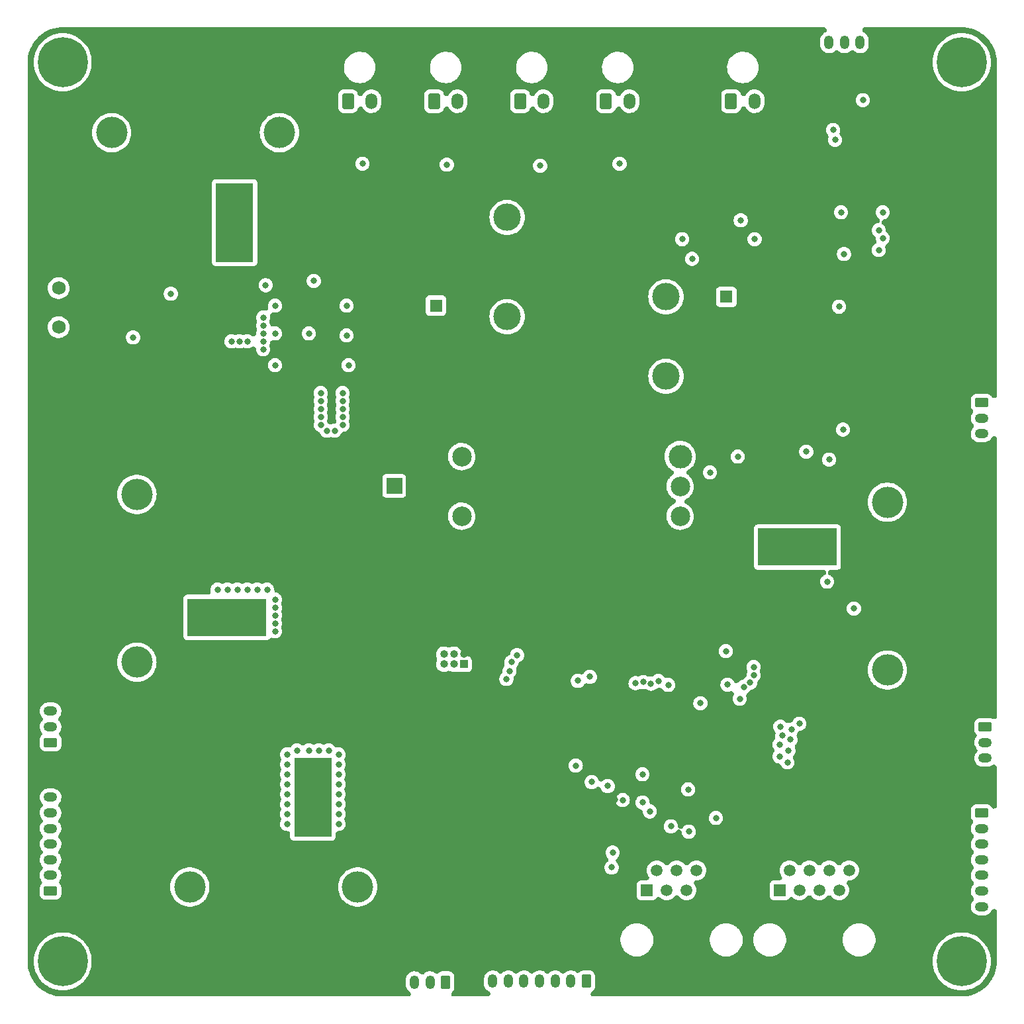
<source format=gbr>
%TF.GenerationSoftware,KiCad,Pcbnew,(6.0.4)*%
%TF.CreationDate,2022-05-04T17:07:43-02:30*%
%TF.ProjectId,interstate,696e7465-7273-4746-9174-652e6b696361,rev?*%
%TF.SameCoordinates,Original*%
%TF.FileFunction,Copper,L3,Inr*%
%TF.FilePolarity,Positive*%
%FSLAX46Y46*%
G04 Gerber Fmt 4.6, Leading zero omitted, Abs format (unit mm)*
G04 Created by KiCad (PCBNEW (6.0.4)) date 2022-05-04 17:07:43*
%MOMM*%
%LPD*%
G01*
G04 APERTURE LIST*
G04 Aperture macros list*
%AMRoundRect*
0 Rectangle with rounded corners*
0 $1 Rounding radius*
0 $2 $3 $4 $5 $6 $7 $8 $9 X,Y pos of 4 corners*
0 Add a 4 corners polygon primitive as box body*
4,1,4,$2,$3,$4,$5,$6,$7,$8,$9,$2,$3,0*
0 Add four circle primitives for the rounded corners*
1,1,$1+$1,$2,$3*
1,1,$1+$1,$4,$5*
1,1,$1+$1,$6,$7*
1,1,$1+$1,$8,$9*
0 Add four rect primitives between the rounded corners*
20,1,$1+$1,$2,$3,$4,$5,0*
20,1,$1+$1,$4,$5,$6,$7,0*
20,1,$1+$1,$6,$7,$8,$9,0*
20,1,$1+$1,$8,$9,$2,$3,0*%
G04 Aperture macros list end*
%TA.AperFunction,ComponentPad*%
%ADD10C,1.750000*%
%TD*%
%TA.AperFunction,ComponentPad*%
%ADD11C,3.000000*%
%TD*%
%TA.AperFunction,ComponentPad*%
%ADD12C,2.500000*%
%TD*%
%TA.AperFunction,ComponentPad*%
%ADD13O,1.000000X1.000000*%
%TD*%
%TA.AperFunction,ComponentPad*%
%ADD14R,1.000000X1.000000*%
%TD*%
%TA.AperFunction,ComponentPad*%
%ADD15O,1.200000X1.750000*%
%TD*%
%TA.AperFunction,ComponentPad*%
%ADD16RoundRect,0.250000X0.350000X0.625000X-0.350000X0.625000X-0.350000X-0.625000X0.350000X-0.625000X0*%
%TD*%
%TA.AperFunction,ComponentPad*%
%ADD17O,1.500000X2.020000*%
%TD*%
%TA.AperFunction,ComponentPad*%
%ADD18RoundRect,0.250001X-0.499999X-0.759999X0.499999X-0.759999X0.499999X0.759999X-0.499999X0.759999X0*%
%TD*%
%TA.AperFunction,ComponentPad*%
%ADD19R,4.800000X5.100000*%
%TD*%
%TA.AperFunction,ComponentPad*%
%ADD20C,4.000000*%
%TD*%
%TA.AperFunction,ComponentPad*%
%ADD21O,1.750000X1.200000*%
%TD*%
%TA.AperFunction,ComponentPad*%
%ADD22RoundRect,0.250000X0.625000X-0.350000X0.625000X0.350000X-0.625000X0.350000X-0.625000X-0.350000X0*%
%TD*%
%TA.AperFunction,ComponentPad*%
%ADD23R,1.600000X1.600000*%
%TD*%
%TA.AperFunction,ComponentPad*%
%ADD24C,1.600000*%
%TD*%
%TA.AperFunction,ComponentPad*%
%ADD25C,3.500000*%
%TD*%
%TA.AperFunction,ComponentPad*%
%ADD26RoundRect,0.250000X-0.350000X-0.625000X0.350000X-0.625000X0.350000X0.625000X-0.350000X0.625000X0*%
%TD*%
%TA.AperFunction,ComponentPad*%
%ADD27R,5.100000X4.800000*%
%TD*%
%TA.AperFunction,ComponentPad*%
%ADD28RoundRect,0.250000X-0.625000X0.350000X-0.625000X-0.350000X0.625000X-0.350000X0.625000X0.350000X0*%
%TD*%
%TA.AperFunction,ComponentPad*%
%ADD29C,1.500000*%
%TD*%
%TA.AperFunction,ComponentPad*%
%ADD30R,1.500000X1.500000*%
%TD*%
%TA.AperFunction,ComponentPad*%
%ADD31C,0.800000*%
%TD*%
%TA.AperFunction,ComponentPad*%
%ADD32C,6.400000*%
%TD*%
%TA.AperFunction,ComponentPad*%
%ADD33R,2.000000X2.000000*%
%TD*%
%TA.AperFunction,ComponentPad*%
%ADD34C,2.000000*%
%TD*%
%TA.AperFunction,ViaPad*%
%ADD35C,0.800000*%
%TD*%
G04 APERTURE END LIST*
D10*
%TO.N,unconnected-(SW2-Pad1)*%
%TO.C,SW2*%
X54484000Y-88882000D03*
%TO.N,GND*%
X54484000Y-86382000D03*
%TO.N,/SYS_ON*%
X54484000Y-83882000D03*
%TD*%
D11*
%TO.N,+24V*%
%TO.C,U2*%
X133986000Y-105432000D03*
D12*
X133986000Y-109242000D03*
%TO.N,Net-(R22-Pad1)*%
X133986000Y-113052000D03*
%TO.N,GND*%
X133986000Y-116862000D03*
D11*
X133986000Y-120672000D03*
D12*
X106046000Y-120672000D03*
%TO.N,Net-(R19-Pad2)*%
X106046000Y-113052000D03*
%TO.N,/BATT_PROT*%
X106046000Y-105432000D03*
%TD*%
D13*
%TO.N,/nRESET*%
%TO.C,J20*%
X103765000Y-130715000D03*
%TO.N,unconnected-(J20-Pad5)*%
X103765000Y-131985000D03*
%TO.N,unconnected-(J20-Pad4)*%
X105035000Y-130715000D03*
%TO.N,/SWCLK*%
X105035000Y-131985000D03*
%TO.N,GND*%
X106305000Y-130715000D03*
D14*
%TO.N,/SWDIO*%
X106305000Y-131985000D03*
%TD*%
D15*
%TO.N,Net-(J18-Pad7)*%
%TO.C,J18*%
X110000000Y-172550000D03*
%TO.N,Net-(J18-Pad6)*%
X112000000Y-172550000D03*
%TO.N,Net-(J18-Pad5)*%
X114000000Y-172550000D03*
%TO.N,Net-(J18-Pad4)*%
X116000000Y-172550000D03*
%TO.N,Net-(J18-Pad3)*%
X118000000Y-172550000D03*
%TO.N,Net-(J18-Pad2)*%
X120000000Y-172550000D03*
D16*
%TO.N,Net-(J18-Pad1)*%
X122000000Y-172550000D03*
%TD*%
D17*
%TO.N,Net-(J4-Pad2)*%
%TO.C,J4*%
X116500000Y-59970000D03*
D18*
%TO.N,+12V*%
X113500000Y-59970000D03*
%TD*%
D19*
%TO.N,GND*%
%TO.C,J14*%
X77000000Y-146495000D03*
X77000000Y-151495000D03*
%TO.N,/BATT_PROT*%
X87000000Y-151495000D03*
X87000000Y-146495000D03*
D20*
%TO.N,*%
X71270000Y-160495000D03*
X92730000Y-160495000D03*
%TD*%
D21*
%TO.N,/ESC1_SW2*%
%TO.C,J13*%
X53450000Y-138000000D03*
%TO.N,unconnected-(J13-Pad2)*%
X53450000Y-140000000D03*
D22*
%TO.N,/ESC1_SW1*%
X53450000Y-142000000D03*
%TD*%
D23*
%TO.N,/BATT_PROT*%
%TO.C,C2*%
X102744000Y-86107651D03*
D24*
%TO.N,GND*%
X102744000Y-82607651D03*
%TD*%
D25*
%TO.N,+12V*%
%TO.C,U5*%
X132170000Y-95160000D03*
%TO.N,Net-(R24-Pad1)*%
X132170000Y-85000000D03*
%TO.N,GND*%
X132170000Y-74840000D03*
%TO.N,Net-(R20-Pad2)*%
X111850000Y-74840000D03*
%TO.N,GND*%
X111850000Y-82460000D03*
%TO.N,/BATT_PROT*%
X111850000Y-87540000D03*
%TD*%
D15*
%TO.N,Net-(R4-Pad2)*%
%TO.C,J3*%
X157000000Y-52450000D03*
%TO.N,/nESTOP2*%
X155000000Y-52450000D03*
%TO.N,/ESTOP2*%
X153000000Y-52450000D03*
D26*
%TO.N,GND*%
X151000000Y-52450000D03*
%TD*%
D27*
%TO.N,GND*%
%TO.C,J11*%
X78505000Y-116000000D03*
X73505000Y-116000000D03*
%TO.N,/BATT_PROT*%
X78505000Y-126000000D03*
X73505000Y-126000000D03*
D20*
%TO.N,*%
X64505000Y-131730000D03*
X64505000Y-110270000D03*
%TD*%
D15*
%TO.N,/ESC3_SW2*%
%TO.C,J19*%
X100000000Y-172650000D03*
%TO.N,unconnected-(J19-Pad2)*%
X102000000Y-172650000D03*
D16*
%TO.N,/ESC3_SW1*%
X104000000Y-172650000D03*
%TD*%
D23*
%TO.N,+12V*%
%TO.C,C26*%
X139884000Y-85000000D03*
D24*
%TO.N,GND*%
X143384000Y-85000000D03*
%TD*%
D28*
%TO.N,/ESC2_SW1*%
%TO.C,J16*%
X173000000Y-140000000D03*
D21*
%TO.N,unconnected-(J16-Pad2)*%
X173000000Y-142000000D03*
%TO.N,/ESC2_SW2*%
X173000000Y-144000000D03*
%TD*%
D29*
%TO.N,GND*%
%TO.C,J9*%
X138607500Y-158360000D03*
X137337500Y-160900000D03*
%TO.N,/TX_N*%
X136067500Y-158360000D03*
%TO.N,+24V*%
X134797500Y-160900000D03*
X133527500Y-158360000D03*
%TO.N,/TX_P*%
X132257500Y-160900000D03*
%TO.N,/RX_N*%
X130987500Y-158360000D03*
D30*
%TO.N,/RX_P*%
X129717500Y-160900000D03*
%TD*%
D31*
%TO.N,Net-(H3-Pad1)*%
%TO.C,H3*%
X53302944Y-171697056D03*
X52600000Y-170000000D03*
X56697056Y-168302944D03*
D32*
X55000000Y-170000000D03*
D31*
X53302944Y-168302944D03*
X56697056Y-171697056D03*
X57400000Y-170000000D03*
X55000000Y-167600000D03*
X55000000Y-172400000D03*
%TD*%
D17*
%TO.N,Net-(J5-Pad2)*%
%TO.C,J5*%
X105500000Y-59970000D03*
D18*
%TO.N,+12V*%
X102500000Y-59970000D03*
%TD*%
D31*
%TO.N,Net-(H1-Pad1)*%
%TO.C,H1*%
X52600000Y-55000000D03*
X56697056Y-53302944D03*
X57400000Y-55000000D03*
D32*
X55000000Y-55000000D03*
D31*
X55000000Y-57400000D03*
X53302944Y-53302944D03*
X55000000Y-52600000D03*
X56697056Y-56697056D03*
X53302944Y-56697056D03*
%TD*%
D33*
%TO.N,/BATT_PROT*%
%TO.C,C3*%
X97410000Y-109160323D03*
D34*
%TO.N,GND*%
X97410000Y-114160323D03*
%TD*%
D31*
%TO.N,Net-(H2-Pad1)*%
%TO.C,H2*%
X168302944Y-56697056D03*
X170000000Y-57400000D03*
X172400000Y-55000000D03*
X170000000Y-52600000D03*
D32*
X170000000Y-55000000D03*
D31*
X167600000Y-55000000D03*
X171697056Y-53302944D03*
X171697056Y-56697056D03*
X168302944Y-53302944D03*
%TD*%
D17*
%TO.N,/ESTOP1*%
%TO.C,J2*%
X143500000Y-59970000D03*
D18*
%TO.N,+12V*%
X140500000Y-59970000D03*
%TD*%
D31*
%TO.N,Net-(H4-Pad1)*%
%TO.C,H4*%
X170000000Y-172400000D03*
X171697056Y-171697056D03*
X171697056Y-168302944D03*
X167600000Y-170000000D03*
X168302944Y-171697056D03*
X172400000Y-170000000D03*
X168302944Y-168302944D03*
D32*
X170000000Y-170000000D03*
D31*
X170000000Y-167600000D03*
%TD*%
D19*
%TO.N,/BATT_RAW*%
%TO.C,J7*%
X77000000Y-78000000D03*
X77000000Y-73000000D03*
%TO.N,GND*%
X67000000Y-78000000D03*
X67000000Y-73000000D03*
D20*
%TO.N,*%
X82730000Y-64000000D03*
X61270000Y-64000000D03*
%TD*%
D21*
%TO.N,GND*%
%TO.C,J10*%
X172550000Y-104500000D03*
%TO.N,/CAN-*%
X172550000Y-102500000D03*
%TO.N,/CAN+*%
X172550000Y-100500000D03*
D28*
%TO.N,+3V3*%
X172550000Y-98500000D03*
%TD*%
D29*
%TO.N,unconnected-(J8-Pad8)*%
%TO.C,J8*%
X155607500Y-158360000D03*
%TO.N,unconnected-(J8-Pad7)*%
X154337500Y-160900000D03*
%TO.N,/TX_N*%
X153067500Y-158360000D03*
%TO.N,unconnected-(J8-Pad5)*%
X151797500Y-160900000D03*
%TO.N,unconnected-(J8-Pad4)*%
X150527500Y-158360000D03*
%TO.N,/TX_P*%
X149257500Y-160900000D03*
%TO.N,/RX_N*%
X147987500Y-158360000D03*
D30*
%TO.N,/RX_P*%
X146717500Y-160900000D03*
%TD*%
D28*
%TO.N,Net-(J15-Pad1)*%
%TO.C,J15*%
X172550000Y-151000000D03*
D21*
%TO.N,Net-(J15-Pad2)*%
X172550000Y-153000000D03*
%TO.N,Net-(J15-Pad3)*%
X172550000Y-155000000D03*
%TO.N,Net-(J15-Pad4)*%
X172550000Y-157000000D03*
%TO.N,Net-(J15-Pad5)*%
X172550000Y-159000000D03*
%TO.N,Net-(J15-Pad6)*%
X172550000Y-161000000D03*
%TO.N,Net-(J15-Pad7)*%
X172550000Y-163000000D03*
%TD*%
D27*
%TO.N,GND*%
%TO.C,J17*%
X151495000Y-127000000D03*
X146495000Y-127000000D03*
%TO.N,/BATT_PROT*%
X151495000Y-117000000D03*
X146495000Y-117000000D03*
D20*
%TO.N,*%
X160495000Y-111270000D03*
X160495000Y-132730000D03*
%TD*%
D17*
%TO.N,Net-(J6-Pad2)*%
%TO.C,J6*%
X127500000Y-59970000D03*
D18*
%TO.N,+12V*%
X124500000Y-59970000D03*
%TD*%
D17*
%TO.N,Net-(J1-Pad2)*%
%TO.C,J1*%
X94500000Y-59970000D03*
D18*
%TO.N,+12V*%
X91500000Y-59970000D03*
%TD*%
D21*
%TO.N,Net-(J12-Pad7)*%
%TO.C,J12*%
X53450000Y-149000000D03*
%TO.N,Net-(J12-Pad6)*%
X53450000Y-151000000D03*
%TO.N,Net-(J12-Pad5)*%
X53450000Y-153000000D03*
%TO.N,Net-(J12-Pad4)*%
X53450000Y-155000000D03*
%TO.N,Net-(J12-Pad3)*%
X53450000Y-157000000D03*
%TO.N,Net-(J12-Pad2)*%
X53450000Y-159000000D03*
D22*
%TO.N,Net-(J12-Pad1)*%
X53450000Y-161000000D03*
%TD*%
D35*
%TO.N,GND*%
X103506000Y-145564000D03*
X69978000Y-117370000D03*
X69978000Y-116354000D03*
X69978000Y-115338000D03*
X69978000Y-114322000D03*
%TO.N,Net-(Q5-Pad2)*%
X82170000Y-89684000D03*
X91314000Y-89938000D03*
X91568000Y-93748000D03*
X82170000Y-93748000D03*
X91314000Y-86128000D03*
X86488000Y-89684000D03*
X82170000Y-86128000D03*
X80646000Y-91716000D03*
X80646000Y-90700000D03*
X78614000Y-90700000D03*
X80646000Y-87652000D03*
X80646000Y-88668000D03*
X80646000Y-89684000D03*
X77598000Y-90700000D03*
X76582000Y-90700000D03*
%TO.N,/ESTOP1*%
X159894000Y-77492000D03*
X159386000Y-79016000D03*
%TO.N,/ESTOP2*%
X159894000Y-74190000D03*
X159386000Y-76476000D03*
%TO.N,GND*%
X146432000Y-64030000D03*
%TO.N,/SPARE_SPI_MOSI*%
X138558000Y-151660000D03*
%TO.N,/SPARE_I2C_SCL*%
X141606000Y-136420000D03*
%TO.N,/SPARE_SPI_SCK*%
X142114000Y-134896000D03*
%TO.N,/SPARE_SPI_MISO*%
X142945636Y-134341576D03*
%TO.N,/SPARE_SPI_SEL*%
X143384000Y-133372000D03*
%TO.N,/SPARE_I2C_SDA*%
X143389714Y-132350286D03*
%TO.N,/SPARE_SPI_MOSI*%
X129160000Y-146072000D03*
%TO.N,/SPARE_I2C_SCL*%
X132462000Y-134642000D03*
%TO.N,/SPARE_SPI_SCK*%
X131192000Y-134134000D03*
%TO.N,/SPARE_SPI_MISO*%
X130251954Y-134473587D03*
%TO.N,/SPARE_SPI_SEL*%
X129271844Y-134277654D03*
%TO.N,/SPARE_I2C_SDA*%
X128281520Y-134412798D03*
%TO.N,GND*%
X133732000Y-138706000D03*
X148718000Y-69110000D03*
X144908000Y-68094000D03*
X145924000Y-70126000D03*
%TO.N,+24V*%
X141352000Y-105432000D03*
%TO.N,GND*%
X70486000Y-72666000D03*
X70486000Y-73936000D03*
X70486000Y-75206000D03*
X70486000Y-76476000D03*
X70486000Y-77746000D03*
X70486000Y-79016000D03*
X70486000Y-80286000D03*
X63628000Y-72666000D03*
X63628000Y-73936000D03*
X63628000Y-75206000D03*
X63628000Y-76476000D03*
X63628000Y-77746000D03*
X63628000Y-79016000D03*
X63628000Y-80286000D03*
%TO.N,/BATT_PROT*%
X90298000Y-152422000D03*
X90298000Y-151152000D03*
X90298000Y-149882000D03*
X90298000Y-148612000D03*
X90298000Y-147342000D03*
X90298000Y-146072000D03*
X90298000Y-144802000D03*
X90298000Y-143532000D03*
X89028000Y-143024000D03*
X87758000Y-143024000D03*
X86488000Y-143024000D03*
X84964000Y-143024000D03*
X83694000Y-143532000D03*
X83694000Y-144802000D03*
X83694000Y-146072000D03*
X83694000Y-147342000D03*
X83694000Y-148612000D03*
X83694000Y-149882000D03*
X83694000Y-151152000D03*
X83694000Y-152422000D03*
X88012000Y-97304000D03*
X88012000Y-98320000D03*
X88012000Y-99336000D03*
X88012000Y-100352000D03*
X88012000Y-101368000D03*
X88774000Y-102130000D03*
X89790000Y-102130000D03*
X90806000Y-101368000D03*
X90806000Y-100352000D03*
X90806000Y-99336000D03*
X90806000Y-98320000D03*
X90806000Y-97304000D03*
X82170000Y-127784000D03*
X82170000Y-126768000D03*
X82170000Y-125752000D03*
X82170000Y-124736000D03*
X82170000Y-123720000D03*
X81154000Y-122450000D03*
X79884000Y-122450000D03*
X78614000Y-122450000D03*
X77344000Y-122450000D03*
X76074000Y-122450000D03*
X74804000Y-122450000D03*
%TO.N,GND*%
X73534000Y-152168000D03*
X80138000Y-152168000D03*
X80138000Y-150644000D03*
X80138000Y-149120000D03*
X80138000Y-147596000D03*
X80138000Y-146072000D03*
X80138000Y-144548000D03*
X79630000Y-143024000D03*
X78106000Y-143024000D03*
X76582000Y-143024000D03*
X75058000Y-143024000D03*
X73534000Y-143024000D03*
X73534000Y-146072000D03*
X73534000Y-144548000D03*
X73534000Y-147596000D03*
X73534000Y-149120000D03*
X73534000Y-150644000D03*
X78106000Y-162836000D03*
X85726000Y-166900000D03*
X77090000Y-169948000D03*
X113666000Y-155216000D03*
X111126000Y-156232000D03*
X59945000Y-156994000D03*
X117984000Y-166138000D03*
X165990000Y-154962000D03*
X79503000Y-95145000D03*
%TO.N,/BATT_GOOD*%
X137796000Y-107464000D03*
X87123000Y-82953000D03*
%TO.N,/LAMP1_ON*%
X111761000Y-133880000D03*
%TO.N,/LAMP2_ON*%
X112142000Y-132864000D03*
%TO.N,/LAMP3_ON*%
X112396000Y-131721000D03*
%TO.N,/LAMP4_ON*%
X113122500Y-130832000D03*
X126239000Y-67967000D03*
%TO.N,/LAMP3_ON*%
X116079000Y-68221000D03*
%TO.N,/LAMP2_ON*%
X104141000Y-68094000D03*
%TO.N,/LAMP1_ON*%
X93346000Y-67967000D03*
%TO.N,+3V3*%
X136574000Y-136976000D03*
%TO.N,GND*%
X101331500Y-137182000D03*
X101331500Y-140230000D03*
%TO.N,/BATT_GOOD*%
X64009000Y-90192000D03*
X139828000Y-130324000D03*
%TO.N,+3V3*%
X120625000Y-144950000D03*
%TO.N,/SYS_ON*%
X80971067Y-83515575D03*
X134240000Y-77619000D03*
X143511000Y-77619000D03*
X68835000Y-84604000D03*
%TO.N,+3V3*%
X140046335Y-134617762D03*
%TO.N,+12V*%
X141733000Y-75206000D03*
X153544000Y-63649000D03*
%TO.N,+24V*%
X153798000Y-64919000D03*
%TO.N,+12V*%
X154306000Y-86255000D03*
X154941000Y-79524000D03*
X150115000Y-104797000D03*
X153036000Y-105813000D03*
%TO.N,/BATT_PROT*%
X152782000Y-121434000D03*
X156211000Y-124863000D03*
%TO.N,+3V3*%
X157354000Y-59839000D03*
X154560000Y-74190000D03*
%TO.N,GND*%
X125525000Y-133000000D03*
X54992000Y-63522000D03*
%TO.N,+3V3*%
X147067000Y-141119000D03*
X146813000Y-139976000D03*
X146686000Y-142262000D03*
X149226000Y-139595000D03*
X148210000Y-140357000D03*
X148083000Y-141627000D03*
X147829000Y-143024000D03*
X146686000Y-143786000D03*
X147702000Y-144548000D03*
%TO.N,GND*%
X153163000Y-150644000D03*
X152020000Y-150644000D03*
X150877000Y-150644000D03*
X173737000Y-74444000D03*
X173737000Y-75714000D03*
X173737000Y-76984000D03*
X173737000Y-78254000D03*
X173737000Y-80794000D03*
X173737000Y-82064000D03*
X166498000Y-83715000D03*
X161799000Y-55013000D03*
X166752000Y-58950000D03*
X164466000Y-63014000D03*
X166723000Y-67078000D03*
X122050000Y-156000000D03*
X119000000Y-67000000D03*
X67691000Y-149098000D03*
X131318000Y-78740000D03*
X105284000Y-149120000D03*
X59500000Y-87000000D03*
X65500000Y-93000000D03*
X152686000Y-139158000D03*
X120625000Y-143050000D03*
X154940000Y-100584000D03*
X63627000Y-169926000D03*
X162175000Y-157086000D03*
X67691000Y-155067000D03*
X164000000Y-143750000D03*
X63000000Y-138000000D03*
X155000000Y-78000000D03*
X100330000Y-163068000D03*
X160909000Y-159766000D03*
X132074000Y-64448000D03*
X155000000Y-75750000D03*
X65500000Y-94500000D03*
X129032000Y-131064000D03*
X164500000Y-79500000D03*
X65500000Y-82000000D03*
X125000000Y-151000000D03*
X68500000Y-86000000D03*
X108966000Y-161036000D03*
X129000000Y-67000000D03*
X116332000Y-160147000D03*
X125636521Y-149349354D03*
X107000000Y-67000000D03*
X123952000Y-135128000D03*
X164211000Y-164338000D03*
X133587500Y-149912500D03*
X96000000Y-67000000D03*
X120904000Y-158115000D03*
X151670000Y-139666000D03*
X135000000Y-135000000D03*
X118364000Y-74803000D03*
%TO.N,+12V*%
X135509000Y-80137000D03*
%TO.N,+3V3*%
X122428000Y-133604000D03*
X126635989Y-149357714D03*
X120904000Y-134112000D03*
X154813000Y-101981000D03*
X135000000Y-148000000D03*
%TO.N,+24V*%
X125349000Y-156083000D03*
X125222000Y-157988000D03*
%TO.N,/ESC1_N*%
X122682000Y-147066000D03*
X124714000Y-147574000D03*
%TO.N,/ESC2_P*%
X135085522Y-153414478D03*
X132800500Y-152723438D03*
%TO.N,/ESC3_P*%
X130096991Y-150821230D03*
X129175500Y-149668158D03*
%TD*%
%TA.AperFunction,Conductor*%
%TO.N,GND*%
G36*
X152489599Y-50527410D02*
G01*
X152590639Y-50582090D01*
X152668450Y-50666615D01*
X152714600Y-50771826D01*
X152724087Y-50886320D01*
X152695884Y-50997692D01*
X152633047Y-51093871D01*
X152542385Y-51164436D01*
X152520755Y-51175190D01*
X152444913Y-51209674D01*
X152431368Y-51219282D01*
X152431363Y-51219285D01*
X152288284Y-51320779D01*
X152272389Y-51332054D01*
X152126119Y-51484850D01*
X152011380Y-51662548D01*
X152005170Y-51677957D01*
X151941774Y-51835264D01*
X151932314Y-51858737D01*
X151929131Y-51875035D01*
X151929130Y-51875039D01*
X151905578Y-51995643D01*
X151891772Y-52066337D01*
X151891500Y-52071899D01*
X151891500Y-52777846D01*
X151906548Y-52935566D01*
X151966092Y-53138534D01*
X152062942Y-53326580D01*
X152073198Y-53339637D01*
X152073201Y-53339641D01*
X152159684Y-53449738D01*
X152193604Y-53492920D01*
X152206149Y-53503806D01*
X152206150Y-53503807D01*
X152280064Y-53567946D01*
X152353363Y-53631552D01*
X152367744Y-53639872D01*
X152367746Y-53639873D01*
X152400330Y-53658723D01*
X152536454Y-53737473D01*
X152552143Y-53742921D01*
X152552145Y-53742922D01*
X152632996Y-53770998D01*
X152736271Y-53806861D01*
X152752715Y-53809245D01*
X152752718Y-53809246D01*
X152821660Y-53819242D01*
X152945604Y-53837213D01*
X153051252Y-53832323D01*
X153140309Y-53828201D01*
X153140310Y-53828201D01*
X153156899Y-53827433D01*
X153173042Y-53823543D01*
X153173046Y-53823542D01*
X153301722Y-53792531D01*
X153362534Y-53777875D01*
X153555087Y-53690326D01*
X153568632Y-53680718D01*
X153568637Y-53680715D01*
X153714065Y-53577555D01*
X153714066Y-53577554D01*
X153727611Y-53567946D01*
X153739097Y-53555948D01*
X153739099Y-53555946D01*
X153748472Y-53546155D01*
X153840495Y-53477374D01*
X153949865Y-53442200D01*
X154064730Y-53444444D01*
X154172643Y-53483863D01*
X154229307Y-53523902D01*
X154353363Y-53631552D01*
X154367744Y-53639872D01*
X154367746Y-53639873D01*
X154400330Y-53658723D01*
X154536454Y-53737473D01*
X154552143Y-53742921D01*
X154552145Y-53742922D01*
X154632996Y-53770998D01*
X154736271Y-53806861D01*
X154752715Y-53809245D01*
X154752718Y-53809246D01*
X154821660Y-53819242D01*
X154945604Y-53837213D01*
X155051252Y-53832323D01*
X155140309Y-53828201D01*
X155140310Y-53828201D01*
X155156899Y-53827433D01*
X155173042Y-53823543D01*
X155173046Y-53823542D01*
X155301722Y-53792531D01*
X155362534Y-53777875D01*
X155555087Y-53690326D01*
X155568632Y-53680718D01*
X155568637Y-53680715D01*
X155714065Y-53577555D01*
X155714066Y-53577554D01*
X155727611Y-53567946D01*
X155739097Y-53555948D01*
X155739099Y-53555946D01*
X155748472Y-53546155D01*
X155840495Y-53477374D01*
X155949865Y-53442200D01*
X156064730Y-53444444D01*
X156172643Y-53483863D01*
X156229307Y-53523902D01*
X156353363Y-53631552D01*
X156367744Y-53639872D01*
X156367746Y-53639873D01*
X156400330Y-53658723D01*
X156536454Y-53737473D01*
X156552143Y-53742921D01*
X156552145Y-53742922D01*
X156632996Y-53770998D01*
X156736271Y-53806861D01*
X156752715Y-53809245D01*
X156752718Y-53809246D01*
X156821660Y-53819242D01*
X156945604Y-53837213D01*
X157051252Y-53832323D01*
X157140309Y-53828201D01*
X157140310Y-53828201D01*
X157156899Y-53827433D01*
X157173042Y-53823543D01*
X157173046Y-53823542D01*
X157301722Y-53792531D01*
X157362534Y-53777875D01*
X157555087Y-53690326D01*
X157568632Y-53680718D01*
X157568637Y-53680715D01*
X157714065Y-53577555D01*
X157714066Y-53577554D01*
X157727611Y-53567946D01*
X157873881Y-53415150D01*
X157988620Y-53237452D01*
X158043285Y-53101810D01*
X158061478Y-53056668D01*
X158061479Y-53056665D01*
X158067686Y-53041263D01*
X158085216Y-52951501D01*
X158105818Y-52846006D01*
X158105819Y-52846000D01*
X158108228Y-52833663D01*
X158108500Y-52828101D01*
X158108500Y-52122154D01*
X158095955Y-51990665D01*
X158095030Y-51980969D01*
X158095029Y-51980965D01*
X158093452Y-51964434D01*
X158039283Y-51779787D01*
X158038583Y-51777401D01*
X158038582Y-51777399D01*
X158033908Y-51761466D01*
X157937058Y-51573420D01*
X157926802Y-51560363D01*
X157926799Y-51560359D01*
X157816658Y-51420144D01*
X157806396Y-51407080D01*
X157770691Y-51376097D01*
X157659187Y-51279338D01*
X157659185Y-51279336D01*
X157646637Y-51268448D01*
X157463546Y-51162527D01*
X157464921Y-51160151D01*
X157391451Y-51110457D01*
X157322343Y-51018679D01*
X157286781Y-50909435D01*
X157288617Y-50794563D01*
X157327652Y-50686510D01*
X157399657Y-50596988D01*
X157496829Y-50535696D01*
X157608637Y-50509276D01*
X157631895Y-50508500D01*
X169933376Y-50508500D01*
X169947624Y-50509603D01*
X169969159Y-50509866D01*
X169993724Y-50513691D01*
X170018377Y-50510467D01*
X170043240Y-50510771D01*
X170043232Y-50511446D01*
X170055404Y-50510919D01*
X170180410Y-50516377D01*
X170376244Y-50524928D01*
X170406573Y-50527582D01*
X170660980Y-50561075D01*
X170764837Y-50574748D01*
X170794815Y-50580033D01*
X171085075Y-50644382D01*
X171147605Y-50658245D01*
X171177015Y-50666125D01*
X171521653Y-50774790D01*
X171550262Y-50785203D01*
X171884110Y-50923487D01*
X171911704Y-50936354D01*
X172232236Y-51103212D01*
X172258597Y-51118432D01*
X172563373Y-51312596D01*
X172588313Y-51330059D01*
X172874998Y-51550040D01*
X172898321Y-51569611D01*
X173164736Y-51813736D01*
X173186264Y-51835264D01*
X173430389Y-52101679D01*
X173449960Y-52125002D01*
X173669941Y-52411687D01*
X173687404Y-52436627D01*
X173881568Y-52741403D01*
X173896788Y-52767764D01*
X173984140Y-52935566D01*
X174063646Y-53088296D01*
X174076513Y-53115890D01*
X174214797Y-53449738D01*
X174225210Y-53478347D01*
X174333875Y-53822985D01*
X174341755Y-53852395D01*
X174419966Y-54205182D01*
X174425253Y-54235166D01*
X174472418Y-54593428D01*
X174475072Y-54623757D01*
X174489713Y-54959080D01*
X174489895Y-54970690D01*
X174486309Y-54993724D01*
X174489533Y-55018376D01*
X174489455Y-55024733D01*
X174491500Y-55056144D01*
X174491500Y-97608756D01*
X174472590Y-97722076D01*
X174417910Y-97823116D01*
X174333385Y-97900927D01*
X174228174Y-97947077D01*
X174113680Y-97956564D01*
X174002308Y-97928361D01*
X173906129Y-97865524D01*
X173845727Y-97792405D01*
X173784806Y-97693957D01*
X173773478Y-97675652D01*
X173648303Y-97550695D01*
X173497738Y-97457885D01*
X173478492Y-97451501D01*
X173478489Y-97451500D01*
X173348900Y-97408518D01*
X173329861Y-97402203D01*
X173310904Y-97400261D01*
X173310901Y-97400260D01*
X173273547Y-97396433D01*
X173225400Y-97391500D01*
X171874600Y-97391500D01*
X171805826Y-97398636D01*
X171787829Y-97400503D01*
X171787828Y-97400503D01*
X171768834Y-97402474D01*
X171685941Y-97430129D01*
X171620287Y-97452033D01*
X171620284Y-97452034D01*
X171601054Y-97458450D01*
X171450652Y-97551522D01*
X171325695Y-97676697D01*
X171232885Y-97827262D01*
X171226501Y-97846508D01*
X171226500Y-97846511D01*
X171199352Y-97928361D01*
X171177203Y-97995139D01*
X171166500Y-98099600D01*
X171166500Y-98900400D01*
X171177474Y-99006166D01*
X171183518Y-99024281D01*
X171218347Y-99128676D01*
X171233450Y-99173946D01*
X171326522Y-99324348D01*
X171340869Y-99338670D01*
X171340873Y-99338675D01*
X171364640Y-99362400D01*
X171431480Y-99455843D01*
X171464356Y-99565925D01*
X171459708Y-99680718D01*
X171418039Y-99787782D01*
X171381672Y-99838124D01*
X171368448Y-99853363D01*
X171360128Y-99867744D01*
X171360127Y-99867746D01*
X171323324Y-99931363D01*
X171262527Y-100036454D01*
X171193139Y-100236271D01*
X171162787Y-100445604D01*
X171172567Y-100656899D01*
X171176457Y-100673042D01*
X171176458Y-100673046D01*
X171204311Y-100788617D01*
X171222125Y-100862534D01*
X171309674Y-101055087D01*
X171319282Y-101068632D01*
X171319285Y-101068637D01*
X171412915Y-101200630D01*
X171432054Y-101227611D01*
X171444051Y-101239096D01*
X171444054Y-101239099D01*
X171453845Y-101248472D01*
X171522626Y-101340495D01*
X171557800Y-101449865D01*
X171555556Y-101564730D01*
X171516137Y-101672643D01*
X171476098Y-101729307D01*
X171368448Y-101853363D01*
X171360128Y-101867744D01*
X171360127Y-101867746D01*
X171330744Y-101918536D01*
X171262527Y-102036454D01*
X171193139Y-102236271D01*
X171190755Y-102252715D01*
X171190754Y-102252718D01*
X171182103Y-102312384D01*
X171162787Y-102445604D01*
X171172567Y-102656899D01*
X171176457Y-102673042D01*
X171176458Y-102673046D01*
X171204311Y-102788617D01*
X171222125Y-102862534D01*
X171309674Y-103055087D01*
X171319282Y-103068632D01*
X171319285Y-103068637D01*
X171364412Y-103132254D01*
X171432054Y-103227611D01*
X171584850Y-103373881D01*
X171762548Y-103488620D01*
X171777957Y-103494830D01*
X171943332Y-103561478D01*
X171943335Y-103561479D01*
X171958737Y-103567686D01*
X171975035Y-103570869D01*
X171975039Y-103570870D01*
X172153994Y-103605818D01*
X172154000Y-103605819D01*
X172166337Y-103608228D01*
X172171899Y-103608500D01*
X172877846Y-103608500D01*
X172961975Y-103600473D01*
X173019031Y-103595030D01*
X173019035Y-103595029D01*
X173035566Y-103593452D01*
X173208899Y-103542602D01*
X173222599Y-103538583D01*
X173222601Y-103538582D01*
X173238534Y-103533908D01*
X173426580Y-103437058D01*
X173439637Y-103426802D01*
X173439641Y-103426799D01*
X173579856Y-103316658D01*
X173592920Y-103306396D01*
X173731552Y-103146637D01*
X173740081Y-103131895D01*
X173837473Y-102963546D01*
X173839849Y-102964921D01*
X173889543Y-102891451D01*
X173981321Y-102822343D01*
X174090565Y-102786781D01*
X174205437Y-102788617D01*
X174313490Y-102827652D01*
X174403012Y-102899657D01*
X174464304Y-102996829D01*
X174490724Y-103108637D01*
X174491500Y-103131895D01*
X174491500Y-138667962D01*
X174472590Y-138781282D01*
X174417910Y-138882322D01*
X174333385Y-138960133D01*
X174228174Y-139006283D01*
X174113680Y-139015770D01*
X174002308Y-138987567D01*
X173973946Y-138972698D01*
X173965005Y-138968528D01*
X173947738Y-138957885D01*
X173928492Y-138951501D01*
X173928489Y-138951500D01*
X173798900Y-138908518D01*
X173779861Y-138902203D01*
X173760904Y-138900261D01*
X173760901Y-138900260D01*
X173723547Y-138896433D01*
X173675400Y-138891500D01*
X172324600Y-138891500D01*
X172255826Y-138898636D01*
X172237829Y-138900503D01*
X172237828Y-138900503D01*
X172218834Y-138902474D01*
X172137156Y-138929724D01*
X172070287Y-138952033D01*
X172070284Y-138952034D01*
X172051054Y-138958450D01*
X171900652Y-139051522D01*
X171775695Y-139176697D01*
X171682885Y-139327262D01*
X171676501Y-139346508D01*
X171676500Y-139346511D01*
X171651043Y-139423262D01*
X171627203Y-139495139D01*
X171616500Y-139599600D01*
X171616500Y-140400400D01*
X171627474Y-140506166D01*
X171648316Y-140568637D01*
X171676001Y-140651618D01*
X171683450Y-140673946D01*
X171776522Y-140824348D01*
X171790869Y-140838670D01*
X171790873Y-140838675D01*
X171814640Y-140862400D01*
X171881480Y-140955843D01*
X171914356Y-141065925D01*
X171909708Y-141180718D01*
X171868039Y-141287782D01*
X171831672Y-141338124D01*
X171818448Y-141353363D01*
X171712527Y-141536454D01*
X171707079Y-141552143D01*
X171707078Y-141552145D01*
X171681084Y-141627000D01*
X171643139Y-141736271D01*
X171612787Y-141945604D01*
X171622567Y-142156899D01*
X171626457Y-142173042D01*
X171626458Y-142173046D01*
X171657469Y-142301722D01*
X171672125Y-142362534D01*
X171759674Y-142555087D01*
X171769282Y-142568632D01*
X171769285Y-142568637D01*
X171855377Y-142690003D01*
X171882054Y-142727611D01*
X171894051Y-142739096D01*
X171894054Y-142739099D01*
X171903845Y-142748472D01*
X171972626Y-142840495D01*
X172007800Y-142949865D01*
X172005556Y-143064730D01*
X171966137Y-143172643D01*
X171926098Y-143229307D01*
X171818448Y-143353363D01*
X171712527Y-143536454D01*
X171707079Y-143552143D01*
X171707078Y-143552145D01*
X171678546Y-143634308D01*
X171643139Y-143736271D01*
X171640755Y-143752715D01*
X171640754Y-143752718D01*
X171633291Y-143804192D01*
X171612787Y-143945604D01*
X171622567Y-144156899D01*
X171626457Y-144173042D01*
X171626458Y-144173046D01*
X171648313Y-144263729D01*
X171672125Y-144362534D01*
X171759674Y-144555087D01*
X171769282Y-144568632D01*
X171769285Y-144568637D01*
X171858850Y-144694899D01*
X171882054Y-144727611D01*
X172034850Y-144873881D01*
X172212548Y-144988620D01*
X172227957Y-144994830D01*
X172393332Y-145061478D01*
X172393335Y-145061479D01*
X172408737Y-145067686D01*
X172425035Y-145070869D01*
X172425039Y-145070870D01*
X172603994Y-145105818D01*
X172604000Y-145105819D01*
X172616337Y-145108228D01*
X172621899Y-145108500D01*
X173327846Y-145108500D01*
X173411975Y-145100473D01*
X173469031Y-145095030D01*
X173469035Y-145095029D01*
X173485566Y-145093452D01*
X173594556Y-145061478D01*
X173672599Y-145038583D01*
X173672601Y-145038582D01*
X173688534Y-145033908D01*
X173876580Y-144937058D01*
X173926914Y-144897520D01*
X174027709Y-144842389D01*
X174140944Y-144822974D01*
X174254347Y-144841379D01*
X174355630Y-144895608D01*
X174433817Y-144979785D01*
X174480435Y-145084789D01*
X174491500Y-145171971D01*
X174491500Y-150108756D01*
X174472590Y-150222076D01*
X174417910Y-150323116D01*
X174333385Y-150400927D01*
X174228174Y-150447077D01*
X174113680Y-150456564D01*
X174002308Y-150428361D01*
X173906129Y-150365524D01*
X173845727Y-150292405D01*
X173829520Y-150266214D01*
X173773478Y-150175652D01*
X173648303Y-150050695D01*
X173497738Y-149957885D01*
X173478492Y-149951501D01*
X173478489Y-149951500D01*
X173348092Y-149908250D01*
X173329861Y-149902203D01*
X173310904Y-149900261D01*
X173310901Y-149900260D01*
X173273547Y-149896433D01*
X173225400Y-149891500D01*
X171874600Y-149891500D01*
X171805826Y-149898636D01*
X171787829Y-149900503D01*
X171787828Y-149900503D01*
X171768834Y-149902474D01*
X171685941Y-149930129D01*
X171620287Y-149952033D01*
X171620284Y-149952034D01*
X171601054Y-149958450D01*
X171450652Y-150051522D01*
X171325695Y-150176697D01*
X171232885Y-150327262D01*
X171226501Y-150346508D01*
X171226500Y-150346511D01*
X171202476Y-150418944D01*
X171177203Y-150495139D01*
X171166500Y-150599600D01*
X171166500Y-151400400D01*
X171177474Y-151506166D01*
X171194809Y-151558126D01*
X171215923Y-151621410D01*
X171233450Y-151673946D01*
X171326522Y-151824348D01*
X171340869Y-151838670D01*
X171340873Y-151838675D01*
X171364640Y-151862400D01*
X171431480Y-151955843D01*
X171464356Y-152065925D01*
X171459708Y-152180718D01*
X171418039Y-152287782D01*
X171381672Y-152338124D01*
X171368448Y-152353363D01*
X171262527Y-152536454D01*
X171193139Y-152736271D01*
X171190755Y-152752715D01*
X171190754Y-152752718D01*
X171184833Y-152793556D01*
X171162787Y-152945604D01*
X171172567Y-153156899D01*
X171176457Y-153173042D01*
X171176458Y-153173046D01*
X171204311Y-153288617D01*
X171222125Y-153362534D01*
X171309674Y-153555087D01*
X171319282Y-153568632D01*
X171319285Y-153568637D01*
X171364188Y-153631938D01*
X171432054Y-153727611D01*
X171444051Y-153739096D01*
X171444054Y-153739099D01*
X171453845Y-153748472D01*
X171522626Y-153840495D01*
X171557800Y-153949865D01*
X171555556Y-154064730D01*
X171516137Y-154172643D01*
X171476097Y-154229309D01*
X171404685Y-154311604D01*
X171368448Y-154353363D01*
X171262527Y-154536454D01*
X171257079Y-154552143D01*
X171257078Y-154552145D01*
X171243711Y-154590639D01*
X171193139Y-154736271D01*
X171162787Y-154945604D01*
X171172567Y-155156899D01*
X171176457Y-155173042D01*
X171176458Y-155173046D01*
X171204311Y-155288617D01*
X171222125Y-155362534D01*
X171309674Y-155555087D01*
X171319282Y-155568632D01*
X171319285Y-155568637D01*
X171364412Y-155632254D01*
X171432054Y-155727611D01*
X171444051Y-155739096D01*
X171444054Y-155739099D01*
X171453845Y-155748472D01*
X171522626Y-155840495D01*
X171557800Y-155949865D01*
X171555556Y-156064730D01*
X171516137Y-156172643D01*
X171476097Y-156229309D01*
X171423151Y-156290324D01*
X171368448Y-156353363D01*
X171262527Y-156536454D01*
X171257079Y-156552143D01*
X171257078Y-156552145D01*
X171228814Y-156633537D01*
X171193139Y-156736271D01*
X171162787Y-156945604D01*
X171163555Y-156962194D01*
X171168985Y-157079500D01*
X171172567Y-157156899D01*
X171176457Y-157173042D01*
X171176458Y-157173046D01*
X171204311Y-157288617D01*
X171222125Y-157362534D01*
X171309674Y-157555087D01*
X171319282Y-157568632D01*
X171319285Y-157568637D01*
X171374615Y-157646637D01*
X171432054Y-157727611D01*
X171444051Y-157739096D01*
X171444054Y-157739099D01*
X171453845Y-157748472D01*
X171522626Y-157840495D01*
X171557800Y-157949865D01*
X171555556Y-158064730D01*
X171516137Y-158172643D01*
X171476098Y-158229307D01*
X171368448Y-158353363D01*
X171262527Y-158536454D01*
X171193139Y-158736271D01*
X171190755Y-158752715D01*
X171190754Y-158752718D01*
X171183045Y-158805886D01*
X171162787Y-158945604D01*
X171172567Y-159156899D01*
X171176457Y-159173042D01*
X171176458Y-159173046D01*
X171204311Y-159288617D01*
X171222125Y-159362534D01*
X171309674Y-159555087D01*
X171319282Y-159568632D01*
X171319285Y-159568637D01*
X171422445Y-159714065D01*
X171432054Y-159727611D01*
X171444051Y-159739096D01*
X171444054Y-159739099D01*
X171453845Y-159748472D01*
X171522626Y-159840495D01*
X171557800Y-159949865D01*
X171555556Y-160064730D01*
X171516137Y-160172643D01*
X171476097Y-160229309D01*
X171392146Y-160326054D01*
X171368448Y-160353363D01*
X171262527Y-160536454D01*
X171257079Y-160552143D01*
X171257078Y-160552145D01*
X171240599Y-160599600D01*
X171193139Y-160736271D01*
X171162787Y-160945604D01*
X171172567Y-161156899D01*
X171176457Y-161173042D01*
X171176458Y-161173046D01*
X171204311Y-161288617D01*
X171222125Y-161362534D01*
X171309674Y-161555087D01*
X171319282Y-161568632D01*
X171319285Y-161568637D01*
X171416631Y-161705869D01*
X171432054Y-161727611D01*
X171444051Y-161739096D01*
X171444054Y-161739099D01*
X171453845Y-161748472D01*
X171522626Y-161840495D01*
X171557800Y-161949865D01*
X171555556Y-162064730D01*
X171516137Y-162172643D01*
X171476098Y-162229307D01*
X171368448Y-162353363D01*
X171262527Y-162536454D01*
X171193139Y-162736271D01*
X171190755Y-162752715D01*
X171190754Y-162752718D01*
X171180758Y-162821660D01*
X171162787Y-162945604D01*
X171172567Y-163156899D01*
X171176457Y-163173042D01*
X171176458Y-163173046D01*
X171204311Y-163288617D01*
X171222125Y-163362534D01*
X171309674Y-163555087D01*
X171319282Y-163568632D01*
X171319285Y-163568637D01*
X171364412Y-163632254D01*
X171432054Y-163727611D01*
X171584850Y-163873881D01*
X171762548Y-163988620D01*
X171777957Y-163994830D01*
X171943332Y-164061478D01*
X171943335Y-164061479D01*
X171958737Y-164067686D01*
X171975035Y-164070869D01*
X171975039Y-164070870D01*
X172153994Y-164105818D01*
X172154000Y-164105819D01*
X172166337Y-164108228D01*
X172171899Y-164108500D01*
X172877846Y-164108500D01*
X172961975Y-164100473D01*
X173019031Y-164095030D01*
X173019035Y-164095029D01*
X173035566Y-164093452D01*
X173144556Y-164061478D01*
X173222599Y-164038583D01*
X173222601Y-164038582D01*
X173238534Y-164033908D01*
X173426580Y-163937058D01*
X173439637Y-163926802D01*
X173439641Y-163926799D01*
X173579856Y-163816658D01*
X173592920Y-163806396D01*
X173731552Y-163646637D01*
X173740081Y-163631895D01*
X173837473Y-163463546D01*
X173839849Y-163464921D01*
X173889543Y-163391451D01*
X173981321Y-163322343D01*
X174090565Y-163286781D01*
X174205437Y-163288617D01*
X174313490Y-163327652D01*
X174403012Y-163399657D01*
X174464304Y-163496829D01*
X174490724Y-163608637D01*
X174491500Y-163631895D01*
X174491500Y-169933376D01*
X174490397Y-169947624D01*
X174490134Y-169969159D01*
X174486309Y-169993724D01*
X174489533Y-170018377D01*
X174489229Y-170043240D01*
X174488554Y-170043232D01*
X174489081Y-170055407D01*
X174475072Y-170376244D01*
X174472418Y-170406573D01*
X174425253Y-170764834D01*
X174419966Y-170794818D01*
X174341755Y-171147605D01*
X174333875Y-171177015D01*
X174225210Y-171521653D01*
X174214797Y-171550262D01*
X174076513Y-171884110D01*
X174063646Y-171911704D01*
X173922527Y-172182793D01*
X173896792Y-172232229D01*
X173881568Y-172258597D01*
X173687404Y-172563373D01*
X173669941Y-172588313D01*
X173449960Y-172874998D01*
X173430389Y-172898321D01*
X173186264Y-173164736D01*
X173164736Y-173186264D01*
X172898321Y-173430389D01*
X172874998Y-173449960D01*
X172588313Y-173669941D01*
X172563373Y-173687404D01*
X172258597Y-173881568D01*
X172232236Y-173896788D01*
X171981269Y-174027433D01*
X171911704Y-174063646D01*
X171884110Y-174076513D01*
X171550262Y-174214797D01*
X171521653Y-174225210D01*
X171177015Y-174333875D01*
X171147604Y-174341755D01*
X170794815Y-174419967D01*
X170764837Y-174425252D01*
X170682627Y-174436075D01*
X170406572Y-174472418D01*
X170376243Y-174475072D01*
X170040920Y-174489713D01*
X170029310Y-174489895D01*
X170006276Y-174486309D01*
X169981624Y-174489533D01*
X169975267Y-174489455D01*
X169943856Y-174491500D01*
X122891244Y-174491500D01*
X122777924Y-174472590D01*
X122676884Y-174417910D01*
X122599073Y-174333385D01*
X122552923Y-174228174D01*
X122543436Y-174113680D01*
X122571639Y-174002308D01*
X122634476Y-173906129D01*
X122707595Y-173845727D01*
X122708113Y-173845407D01*
X122824348Y-173773478D01*
X122949305Y-173648303D01*
X123042115Y-173497738D01*
X123075926Y-173395802D01*
X123091797Y-173347950D01*
X123097797Y-173329861D01*
X123108500Y-173225400D01*
X123108500Y-171874600D01*
X123097526Y-171768834D01*
X123060482Y-171657800D01*
X123047967Y-171620287D01*
X123047966Y-171620284D01*
X123041550Y-171601054D01*
X122948478Y-171450652D01*
X122823303Y-171325695D01*
X122672738Y-171232885D01*
X122653492Y-171226501D01*
X122653489Y-171226500D01*
X122523900Y-171183518D01*
X122504861Y-171177203D01*
X122485904Y-171175261D01*
X122485901Y-171175260D01*
X122448547Y-171171433D01*
X122400400Y-171166500D01*
X121599600Y-171166500D01*
X121530826Y-171173636D01*
X121512829Y-171175503D01*
X121512828Y-171175503D01*
X121493834Y-171177474D01*
X121430539Y-171198591D01*
X121345287Y-171227033D01*
X121345284Y-171227034D01*
X121326054Y-171233450D01*
X121175652Y-171326522D01*
X121161330Y-171340869D01*
X121161325Y-171340873D01*
X121137600Y-171364640D01*
X121044157Y-171431480D01*
X120934075Y-171464356D01*
X120819282Y-171459708D01*
X120712218Y-171418039D01*
X120661875Y-171381671D01*
X120659186Y-171379337D01*
X120659183Y-171379335D01*
X120646637Y-171368448D01*
X120626984Y-171357078D01*
X120488914Y-171277203D01*
X120463546Y-171262527D01*
X120447857Y-171257079D01*
X120447855Y-171257078D01*
X120279429Y-171198591D01*
X120279430Y-171198591D01*
X120263729Y-171193139D01*
X120247285Y-171190755D01*
X120247282Y-171190754D01*
X120178340Y-171180758D01*
X120054396Y-171162787D01*
X119954539Y-171167409D01*
X119859691Y-171171799D01*
X119859690Y-171171799D01*
X119843101Y-171172567D01*
X119826958Y-171176457D01*
X119826954Y-171176458D01*
X119698278Y-171207469D01*
X119637466Y-171222125D01*
X119444913Y-171309674D01*
X119431368Y-171319282D01*
X119431363Y-171319285D01*
X119290390Y-171419285D01*
X119272389Y-171432054D01*
X119260904Y-171444051D01*
X119260901Y-171444054D01*
X119251528Y-171453845D01*
X119159505Y-171522626D01*
X119050135Y-171557800D01*
X118935270Y-171555556D01*
X118827357Y-171516137D01*
X118770691Y-171476097D01*
X118761877Y-171468448D01*
X118705221Y-171419285D01*
X118659187Y-171379338D01*
X118659185Y-171379336D01*
X118646637Y-171368448D01*
X118626984Y-171357078D01*
X118488914Y-171277203D01*
X118463546Y-171262527D01*
X118447857Y-171257079D01*
X118447855Y-171257078D01*
X118279429Y-171198591D01*
X118279430Y-171198591D01*
X118263729Y-171193139D01*
X118247285Y-171190755D01*
X118247282Y-171190754D01*
X118178340Y-171180758D01*
X118054396Y-171162787D01*
X117954539Y-171167409D01*
X117859691Y-171171799D01*
X117859690Y-171171799D01*
X117843101Y-171172567D01*
X117826958Y-171176457D01*
X117826954Y-171176458D01*
X117698278Y-171207469D01*
X117637466Y-171222125D01*
X117444913Y-171309674D01*
X117431368Y-171319282D01*
X117431363Y-171319285D01*
X117290390Y-171419285D01*
X117272389Y-171432054D01*
X117260904Y-171444051D01*
X117260901Y-171444054D01*
X117251528Y-171453845D01*
X117159505Y-171522626D01*
X117050135Y-171557800D01*
X116935270Y-171555556D01*
X116827357Y-171516137D01*
X116770691Y-171476097D01*
X116761877Y-171468448D01*
X116705221Y-171419285D01*
X116659187Y-171379338D01*
X116659185Y-171379336D01*
X116646637Y-171368448D01*
X116626984Y-171357078D01*
X116488914Y-171277203D01*
X116463546Y-171262527D01*
X116447857Y-171257079D01*
X116447855Y-171257078D01*
X116279429Y-171198591D01*
X116279430Y-171198591D01*
X116263729Y-171193139D01*
X116247285Y-171190755D01*
X116247282Y-171190754D01*
X116178340Y-171180758D01*
X116054396Y-171162787D01*
X115954539Y-171167409D01*
X115859691Y-171171799D01*
X115859690Y-171171799D01*
X115843101Y-171172567D01*
X115826958Y-171176457D01*
X115826954Y-171176458D01*
X115698278Y-171207469D01*
X115637466Y-171222125D01*
X115444913Y-171309674D01*
X115431368Y-171319282D01*
X115431363Y-171319285D01*
X115290390Y-171419285D01*
X115272389Y-171432054D01*
X115260904Y-171444051D01*
X115260901Y-171444054D01*
X115251528Y-171453845D01*
X115159505Y-171522626D01*
X115050135Y-171557800D01*
X114935270Y-171555556D01*
X114827357Y-171516137D01*
X114770691Y-171476097D01*
X114761877Y-171468448D01*
X114705221Y-171419285D01*
X114659187Y-171379338D01*
X114659185Y-171379336D01*
X114646637Y-171368448D01*
X114626984Y-171357078D01*
X114488914Y-171277203D01*
X114463546Y-171262527D01*
X114447857Y-171257079D01*
X114447855Y-171257078D01*
X114279429Y-171198591D01*
X114279430Y-171198591D01*
X114263729Y-171193139D01*
X114247285Y-171190755D01*
X114247282Y-171190754D01*
X114178340Y-171180758D01*
X114054396Y-171162787D01*
X113954539Y-171167409D01*
X113859691Y-171171799D01*
X113859690Y-171171799D01*
X113843101Y-171172567D01*
X113826958Y-171176457D01*
X113826954Y-171176458D01*
X113698278Y-171207469D01*
X113637466Y-171222125D01*
X113444913Y-171309674D01*
X113431368Y-171319282D01*
X113431363Y-171319285D01*
X113290390Y-171419285D01*
X113272389Y-171432054D01*
X113260904Y-171444051D01*
X113260901Y-171444054D01*
X113251528Y-171453845D01*
X113159505Y-171522626D01*
X113050135Y-171557800D01*
X112935270Y-171555556D01*
X112827357Y-171516137D01*
X112770691Y-171476097D01*
X112761877Y-171468448D01*
X112705221Y-171419285D01*
X112659187Y-171379338D01*
X112659185Y-171379336D01*
X112646637Y-171368448D01*
X112626984Y-171357078D01*
X112488914Y-171277203D01*
X112463546Y-171262527D01*
X112447857Y-171257079D01*
X112447855Y-171257078D01*
X112279429Y-171198591D01*
X112279430Y-171198591D01*
X112263729Y-171193139D01*
X112247285Y-171190755D01*
X112247282Y-171190754D01*
X112178340Y-171180758D01*
X112054396Y-171162787D01*
X111954539Y-171167409D01*
X111859691Y-171171799D01*
X111859690Y-171171799D01*
X111843101Y-171172567D01*
X111826958Y-171176457D01*
X111826954Y-171176458D01*
X111698278Y-171207469D01*
X111637466Y-171222125D01*
X111444913Y-171309674D01*
X111431368Y-171319282D01*
X111431363Y-171319285D01*
X111290390Y-171419285D01*
X111272389Y-171432054D01*
X111260904Y-171444051D01*
X111260901Y-171444054D01*
X111251528Y-171453845D01*
X111159505Y-171522626D01*
X111050135Y-171557800D01*
X110935270Y-171555556D01*
X110827357Y-171516137D01*
X110770691Y-171476097D01*
X110761877Y-171468448D01*
X110705221Y-171419285D01*
X110659187Y-171379338D01*
X110659185Y-171379336D01*
X110646637Y-171368448D01*
X110626984Y-171357078D01*
X110488914Y-171277203D01*
X110463546Y-171262527D01*
X110447857Y-171257079D01*
X110447855Y-171257078D01*
X110279429Y-171198591D01*
X110279430Y-171198591D01*
X110263729Y-171193139D01*
X110247285Y-171190755D01*
X110247282Y-171190754D01*
X110178340Y-171180758D01*
X110054396Y-171162787D01*
X109954539Y-171167409D01*
X109859691Y-171171799D01*
X109859690Y-171171799D01*
X109843101Y-171172567D01*
X109826958Y-171176457D01*
X109826954Y-171176458D01*
X109698278Y-171207469D01*
X109637466Y-171222125D01*
X109444913Y-171309674D01*
X109431368Y-171319282D01*
X109431363Y-171319285D01*
X109290390Y-171419285D01*
X109272389Y-171432054D01*
X109126119Y-171584850D01*
X109011380Y-171762548D01*
X109005170Y-171777957D01*
X108951269Y-171911704D01*
X108932314Y-171958737D01*
X108929131Y-171975035D01*
X108929130Y-171975039D01*
X108915794Y-172043332D01*
X108891772Y-172166337D01*
X108891500Y-172171899D01*
X108891500Y-172877846D01*
X108893454Y-172898321D01*
X108904628Y-173015440D01*
X108906548Y-173035566D01*
X108966092Y-173238534D01*
X109062942Y-173426580D01*
X109073198Y-173439637D01*
X109073201Y-173439641D01*
X109181392Y-173577374D01*
X109193604Y-173592920D01*
X109206149Y-173603806D01*
X109206150Y-173603807D01*
X109334600Y-173715270D01*
X109353363Y-173731552D01*
X109367744Y-173739872D01*
X109367746Y-173739873D01*
X109536454Y-173837473D01*
X109535079Y-173839849D01*
X109608549Y-173889543D01*
X109677657Y-173981321D01*
X109713219Y-174090565D01*
X109711383Y-174205437D01*
X109672348Y-174313490D01*
X109600343Y-174403012D01*
X109503171Y-174464304D01*
X109391363Y-174490724D01*
X109368105Y-174491500D01*
X105043010Y-174491500D01*
X104929690Y-174472590D01*
X104828650Y-174417910D01*
X104750839Y-174333385D01*
X104704689Y-174228174D01*
X104695202Y-174113680D01*
X104723405Y-174002308D01*
X104786242Y-173906129D01*
X104815508Y-173878949D01*
X104824348Y-173873478D01*
X104949305Y-173748303D01*
X105042115Y-173597738D01*
X105048870Y-173577374D01*
X105091797Y-173447950D01*
X105097797Y-173429861D01*
X105102047Y-173388386D01*
X105103567Y-173373547D01*
X105108500Y-173325400D01*
X105108500Y-171974600D01*
X105097526Y-171868834D01*
X105041550Y-171701054D01*
X104948478Y-171550652D01*
X104823303Y-171425695D01*
X104672738Y-171332885D01*
X104653492Y-171326501D01*
X104653489Y-171326500D01*
X104523900Y-171283518D01*
X104504861Y-171277203D01*
X104485904Y-171275261D01*
X104485901Y-171275260D01*
X104442807Y-171270845D01*
X104400400Y-171266500D01*
X103599600Y-171266500D01*
X103530826Y-171273636D01*
X103512829Y-171275503D01*
X103512828Y-171275503D01*
X103493834Y-171277474D01*
X103430539Y-171298591D01*
X103345287Y-171327033D01*
X103345284Y-171327034D01*
X103326054Y-171333450D01*
X103175652Y-171426522D01*
X103161330Y-171440869D01*
X103161325Y-171440873D01*
X103137600Y-171464640D01*
X103044157Y-171531480D01*
X102934075Y-171564356D01*
X102819282Y-171559708D01*
X102712218Y-171518039D01*
X102661875Y-171481671D01*
X102659186Y-171479337D01*
X102659183Y-171479335D01*
X102646637Y-171468448D01*
X102631530Y-171459708D01*
X102528588Y-171400155D01*
X102463546Y-171362527D01*
X102447857Y-171357079D01*
X102447855Y-171357078D01*
X102279429Y-171298591D01*
X102279430Y-171298591D01*
X102263729Y-171293139D01*
X102247285Y-171290755D01*
X102247282Y-171290754D01*
X102178340Y-171280758D01*
X102054396Y-171262787D01*
X101954539Y-171267409D01*
X101859691Y-171271799D01*
X101859690Y-171271799D01*
X101843101Y-171272567D01*
X101826958Y-171276457D01*
X101826954Y-171276458D01*
X101717665Y-171302797D01*
X101637466Y-171322125D01*
X101444913Y-171409674D01*
X101431368Y-171419282D01*
X101431363Y-171419285D01*
X101291370Y-171518590D01*
X101272389Y-171532054D01*
X101260904Y-171544051D01*
X101260901Y-171544054D01*
X101251528Y-171553845D01*
X101159505Y-171622626D01*
X101050135Y-171657800D01*
X100935270Y-171655556D01*
X100827357Y-171616137D01*
X100770691Y-171576097D01*
X100751805Y-171559708D01*
X100707950Y-171521653D01*
X100659187Y-171479338D01*
X100659185Y-171479336D01*
X100646637Y-171468448D01*
X100631530Y-171459708D01*
X100528588Y-171400155D01*
X100463546Y-171362527D01*
X100447857Y-171357079D01*
X100447855Y-171357078D01*
X100279429Y-171298591D01*
X100279430Y-171298591D01*
X100263729Y-171293139D01*
X100247285Y-171290755D01*
X100247282Y-171290754D01*
X100178340Y-171280758D01*
X100054396Y-171262787D01*
X99954539Y-171267409D01*
X99859691Y-171271799D01*
X99859690Y-171271799D01*
X99843101Y-171272567D01*
X99826958Y-171276457D01*
X99826954Y-171276458D01*
X99717665Y-171302797D01*
X99637466Y-171322125D01*
X99444913Y-171409674D01*
X99431368Y-171419282D01*
X99431363Y-171419285D01*
X99291370Y-171518590D01*
X99272389Y-171532054D01*
X99126119Y-171684850D01*
X99011380Y-171862548D01*
X99005170Y-171877957D01*
X98962582Y-171983633D01*
X98932314Y-172058737D01*
X98929131Y-172075035D01*
X98929130Y-172075039D01*
X98898433Y-172232229D01*
X98891772Y-172266337D01*
X98891500Y-172271899D01*
X98891500Y-172977846D01*
X98906548Y-173135566D01*
X98966092Y-173338534D01*
X98973696Y-173353298D01*
X99038174Y-173478489D01*
X99062942Y-173526580D01*
X99073198Y-173539637D01*
X99073201Y-173539641D01*
X99158557Y-173648303D01*
X99193604Y-173692920D01*
X99206149Y-173703806D01*
X99206150Y-173703807D01*
X99334600Y-173815270D01*
X99353363Y-173831552D01*
X99368674Y-173840410D01*
X99369793Y-173841333D01*
X99381264Y-173849515D01*
X99380689Y-173850322D01*
X99457292Y-173913521D01*
X99517371Y-174011447D01*
X99542397Y-174123575D01*
X99529661Y-174237754D01*
X99480540Y-174341610D01*
X99400359Y-174423890D01*
X99297805Y-174475677D01*
X99193911Y-174491500D01*
X55066624Y-174491500D01*
X55052376Y-174490397D01*
X55030841Y-174490134D01*
X55006276Y-174486309D01*
X54981623Y-174489533D01*
X54956760Y-174489229D01*
X54956768Y-174488554D01*
X54944596Y-174489081D01*
X54819590Y-174483623D01*
X54623756Y-174475072D01*
X54593427Y-174472418D01*
X54339020Y-174438925D01*
X54235163Y-174425252D01*
X54205185Y-174419967D01*
X53852396Y-174341755D01*
X53822985Y-174333875D01*
X53478347Y-174225210D01*
X53449738Y-174214797D01*
X53115890Y-174076513D01*
X53088296Y-174063646D01*
X53018731Y-174027433D01*
X52767764Y-173896788D01*
X52741403Y-173881568D01*
X52436627Y-173687404D01*
X52411687Y-173669941D01*
X52125002Y-173449960D01*
X52101679Y-173430389D01*
X51835264Y-173186264D01*
X51813736Y-173164736D01*
X51569611Y-172898321D01*
X51550040Y-172874998D01*
X51330059Y-172588313D01*
X51312596Y-172563373D01*
X51118432Y-172258597D01*
X51103208Y-172232229D01*
X51077474Y-172182793D01*
X50936354Y-171911704D01*
X50923487Y-171884110D01*
X50785203Y-171550262D01*
X50774790Y-171521653D01*
X50666125Y-171177015D01*
X50658245Y-171147605D01*
X50580034Y-170794818D01*
X50574747Y-170764834D01*
X50527582Y-170406573D01*
X50524928Y-170376244D01*
X50511203Y-170061905D01*
X50512138Y-170021100D01*
X50513576Y-170012552D01*
X50513729Y-170000000D01*
X51286411Y-170000000D01*
X51306754Y-170388176D01*
X51367562Y-170772099D01*
X51468167Y-171147562D01*
X51471439Y-171156086D01*
X51471441Y-171156092D01*
X51552957Y-171368448D01*
X51607468Y-171510453D01*
X51783938Y-171856794D01*
X51995643Y-172182793D01*
X52240266Y-172484876D01*
X52515124Y-172759734D01*
X52817207Y-173004357D01*
X53143205Y-173216062D01*
X53151345Y-173220210D01*
X53151351Y-173220213D01*
X53357793Y-173325400D01*
X53489547Y-173392532D01*
X53569635Y-173423275D01*
X53843908Y-173528559D01*
X53843914Y-173528561D01*
X53852438Y-173531833D01*
X54227901Y-173632438D01*
X54611824Y-173693246D01*
X55000000Y-173713589D01*
X55388176Y-173693246D01*
X55772099Y-173632438D01*
X56147562Y-173531833D01*
X56156086Y-173528561D01*
X56156092Y-173528559D01*
X56430365Y-173423275D01*
X56510453Y-173392532D01*
X56642207Y-173325400D01*
X56848649Y-173220213D01*
X56848655Y-173220210D01*
X56856795Y-173216062D01*
X57182793Y-173004357D01*
X57484876Y-172759734D01*
X57759734Y-172484876D01*
X58004357Y-172182793D01*
X58216062Y-171856794D01*
X58392532Y-171510453D01*
X58447043Y-171368448D01*
X58528559Y-171156092D01*
X58528561Y-171156086D01*
X58531833Y-171147562D01*
X58632438Y-170772099D01*
X58693246Y-170388176D01*
X58713589Y-170000000D01*
X166286411Y-170000000D01*
X166306754Y-170388176D01*
X166367562Y-170772099D01*
X166468167Y-171147562D01*
X166471439Y-171156086D01*
X166471441Y-171156092D01*
X166552957Y-171368448D01*
X166607468Y-171510453D01*
X166783938Y-171856794D01*
X166995643Y-172182793D01*
X167240266Y-172484876D01*
X167515124Y-172759734D01*
X167817207Y-173004357D01*
X168143205Y-173216062D01*
X168151345Y-173220210D01*
X168151351Y-173220213D01*
X168357793Y-173325400D01*
X168489547Y-173392532D01*
X168569635Y-173423275D01*
X168843908Y-173528559D01*
X168843914Y-173528561D01*
X168852438Y-173531833D01*
X169227901Y-173632438D01*
X169611824Y-173693246D01*
X170000000Y-173713589D01*
X170388176Y-173693246D01*
X170772099Y-173632438D01*
X171147562Y-173531833D01*
X171156086Y-173528561D01*
X171156092Y-173528559D01*
X171430365Y-173423275D01*
X171510453Y-173392532D01*
X171642207Y-173325400D01*
X171848649Y-173220213D01*
X171848655Y-173220210D01*
X171856795Y-173216062D01*
X172182793Y-173004357D01*
X172484876Y-172759734D01*
X172759734Y-172484876D01*
X173004357Y-172182793D01*
X173216062Y-171856794D01*
X173392532Y-171510453D01*
X173447043Y-171368448D01*
X173528559Y-171156092D01*
X173528561Y-171156086D01*
X173531833Y-171147562D01*
X173632438Y-170772099D01*
X173693246Y-170388176D01*
X173713589Y-170000000D01*
X173693246Y-169611824D01*
X173632438Y-169227901D01*
X173531833Y-168852438D01*
X173392532Y-168489547D01*
X173216062Y-168143206D01*
X173004357Y-167817207D01*
X172759734Y-167515124D01*
X172484876Y-167240266D01*
X172182793Y-166995643D01*
X171856795Y-166783938D01*
X171848655Y-166779790D01*
X171848649Y-166779787D01*
X171518590Y-166611614D01*
X171510453Y-166607468D01*
X171345171Y-166544022D01*
X171156092Y-166471441D01*
X171156086Y-166471439D01*
X171147562Y-166468167D01*
X170772099Y-166367562D01*
X170388176Y-166306754D01*
X170000000Y-166286411D01*
X169611824Y-166306754D01*
X169227901Y-166367562D01*
X168852438Y-166468167D01*
X168843914Y-166471439D01*
X168843908Y-166471441D01*
X168654829Y-166544022D01*
X168489547Y-166607468D01*
X168143206Y-166783938D01*
X167817207Y-166995643D01*
X167515124Y-167240266D01*
X167240266Y-167515124D01*
X166995643Y-167817207D01*
X166783938Y-168143206D01*
X166607468Y-168489547D01*
X166468167Y-168852438D01*
X166367562Y-169227901D01*
X166306754Y-169611824D01*
X166286411Y-170000000D01*
X58713589Y-170000000D01*
X58693246Y-169611824D01*
X58632438Y-169227901D01*
X58531833Y-168852438D01*
X58392532Y-168489547D01*
X58216062Y-168143206D01*
X58004357Y-167817207D01*
X57759734Y-167515124D01*
X57627313Y-167382703D01*
X126338243Y-167382703D01*
X126375768Y-167667734D01*
X126378900Y-167679182D01*
X126378901Y-167679188D01*
X126384824Y-167700837D01*
X126451629Y-167945036D01*
X126564423Y-168209476D01*
X126712061Y-168456161D01*
X126738808Y-168489547D01*
X126884381Y-168671252D01*
X126884385Y-168671256D01*
X126891813Y-168680528D01*
X127100351Y-168878423D01*
X127109994Y-168885353D01*
X127109995Y-168885353D01*
X127324164Y-169039250D01*
X127324168Y-169039253D01*
X127333817Y-169046186D01*
X127344316Y-169051745D01*
X127344321Y-169051748D01*
X127577396Y-169175155D01*
X127577400Y-169175157D01*
X127587892Y-169180712D01*
X127599043Y-169184793D01*
X127599046Y-169184794D01*
X127692694Y-169219064D01*
X127857873Y-169279511D01*
X128138764Y-169340755D01*
X128233316Y-169348196D01*
X128357399Y-169357962D01*
X128357407Y-169357962D01*
X128364239Y-169358500D01*
X128519771Y-169358500D01*
X128734325Y-169343873D01*
X129015842Y-169285574D01*
X129027034Y-169281611D01*
X129027040Y-169281609D01*
X129160802Y-169234241D01*
X129286843Y-169189607D01*
X129542312Y-169057750D01*
X129777523Y-168892441D01*
X129829751Y-168843908D01*
X129979417Y-168704830D01*
X129979423Y-168704824D01*
X129988122Y-168696740D01*
X130170213Y-168474268D01*
X130320427Y-168229142D01*
X130435983Y-167965898D01*
X130514744Y-167689406D01*
X130540468Y-167508656D01*
X130553576Y-167416557D01*
X130553577Y-167416550D01*
X130555251Y-167404784D01*
X130555367Y-167382703D01*
X137768243Y-167382703D01*
X137805768Y-167667734D01*
X137808900Y-167679182D01*
X137808901Y-167679188D01*
X137814824Y-167700837D01*
X137881629Y-167945036D01*
X137994423Y-168209476D01*
X138142061Y-168456161D01*
X138168808Y-168489547D01*
X138314381Y-168671252D01*
X138314385Y-168671256D01*
X138321813Y-168680528D01*
X138530351Y-168878423D01*
X138539994Y-168885353D01*
X138539995Y-168885353D01*
X138754164Y-169039250D01*
X138754168Y-169039253D01*
X138763817Y-169046186D01*
X138774316Y-169051745D01*
X138774321Y-169051748D01*
X139007396Y-169175155D01*
X139007400Y-169175157D01*
X139017892Y-169180712D01*
X139029043Y-169184793D01*
X139029046Y-169184794D01*
X139122694Y-169219064D01*
X139287873Y-169279511D01*
X139568764Y-169340755D01*
X139663316Y-169348196D01*
X139787399Y-169357962D01*
X139787407Y-169357962D01*
X139794239Y-169358500D01*
X139949771Y-169358500D01*
X140164325Y-169343873D01*
X140445842Y-169285574D01*
X140457034Y-169281611D01*
X140457040Y-169281609D01*
X140590802Y-169234241D01*
X140716843Y-169189607D01*
X140972312Y-169057750D01*
X141207523Y-168892441D01*
X141259751Y-168843908D01*
X141409417Y-168704830D01*
X141409423Y-168704824D01*
X141418122Y-168696740D01*
X141600213Y-168474268D01*
X141750427Y-168229142D01*
X141865983Y-167965898D01*
X141944744Y-167689406D01*
X141970468Y-167508656D01*
X141983576Y-167416557D01*
X141983577Y-167416550D01*
X141985251Y-167404784D01*
X141985367Y-167382703D01*
X143338243Y-167382703D01*
X143375768Y-167667734D01*
X143378900Y-167679182D01*
X143378901Y-167679188D01*
X143384824Y-167700837D01*
X143451629Y-167945036D01*
X143564423Y-168209476D01*
X143712061Y-168456161D01*
X143738808Y-168489547D01*
X143884381Y-168671252D01*
X143884385Y-168671256D01*
X143891813Y-168680528D01*
X144100351Y-168878423D01*
X144109994Y-168885353D01*
X144109995Y-168885353D01*
X144324164Y-169039250D01*
X144324168Y-169039253D01*
X144333817Y-169046186D01*
X144344316Y-169051745D01*
X144344321Y-169051748D01*
X144577396Y-169175155D01*
X144577400Y-169175157D01*
X144587892Y-169180712D01*
X144599043Y-169184793D01*
X144599046Y-169184794D01*
X144692694Y-169219064D01*
X144857873Y-169279511D01*
X145138764Y-169340755D01*
X145233316Y-169348196D01*
X145357399Y-169357962D01*
X145357407Y-169357962D01*
X145364239Y-169358500D01*
X145519771Y-169358500D01*
X145734325Y-169343873D01*
X146015842Y-169285574D01*
X146027034Y-169281611D01*
X146027040Y-169281609D01*
X146160802Y-169234241D01*
X146286843Y-169189607D01*
X146542312Y-169057750D01*
X146777523Y-168892441D01*
X146829751Y-168843908D01*
X146979417Y-168704830D01*
X146979423Y-168704824D01*
X146988122Y-168696740D01*
X147170213Y-168474268D01*
X147320427Y-168229142D01*
X147435983Y-167965898D01*
X147514744Y-167689406D01*
X147540468Y-167508656D01*
X147553576Y-167416557D01*
X147553577Y-167416550D01*
X147555251Y-167404784D01*
X147555367Y-167382703D01*
X154768243Y-167382703D01*
X154805768Y-167667734D01*
X154808900Y-167679182D01*
X154808901Y-167679188D01*
X154814824Y-167700837D01*
X154881629Y-167945036D01*
X154994423Y-168209476D01*
X155142061Y-168456161D01*
X155168808Y-168489547D01*
X155314381Y-168671252D01*
X155314385Y-168671256D01*
X155321813Y-168680528D01*
X155530351Y-168878423D01*
X155539994Y-168885353D01*
X155539995Y-168885353D01*
X155754164Y-169039250D01*
X155754168Y-169039253D01*
X155763817Y-169046186D01*
X155774316Y-169051745D01*
X155774321Y-169051748D01*
X156007396Y-169175155D01*
X156007400Y-169175157D01*
X156017892Y-169180712D01*
X156029043Y-169184793D01*
X156029046Y-169184794D01*
X156122694Y-169219064D01*
X156287873Y-169279511D01*
X156568764Y-169340755D01*
X156663316Y-169348196D01*
X156787399Y-169357962D01*
X156787407Y-169357962D01*
X156794239Y-169358500D01*
X156949771Y-169358500D01*
X157164325Y-169343873D01*
X157445842Y-169285574D01*
X157457034Y-169281611D01*
X157457040Y-169281609D01*
X157590802Y-169234241D01*
X157716843Y-169189607D01*
X157972312Y-169057750D01*
X158207523Y-168892441D01*
X158259751Y-168843908D01*
X158409417Y-168704830D01*
X158409423Y-168704824D01*
X158418122Y-168696740D01*
X158600213Y-168474268D01*
X158750427Y-168229142D01*
X158865983Y-167965898D01*
X158944744Y-167689406D01*
X158970468Y-167508656D01*
X158983576Y-167416557D01*
X158983577Y-167416550D01*
X158985251Y-167404784D01*
X158986757Y-167117297D01*
X158949232Y-166832266D01*
X158943304Y-166810594D01*
X158914894Y-166706749D01*
X158873371Y-166554964D01*
X158835340Y-166465801D01*
X158765240Y-166301456D01*
X158765240Y-166301455D01*
X158760577Y-166290524D01*
X158612939Y-166043839D01*
X158542695Y-165956160D01*
X158440619Y-165828748D01*
X158440615Y-165828744D01*
X158433187Y-165819472D01*
X158224649Y-165621577D01*
X158195629Y-165600724D01*
X158000836Y-165460750D01*
X158000832Y-165460747D01*
X157991183Y-165453814D01*
X157980684Y-165448255D01*
X157980679Y-165448252D01*
X157747604Y-165324845D01*
X157747600Y-165324843D01*
X157737108Y-165319288D01*
X157725957Y-165315207D01*
X157725954Y-165315206D01*
X157619879Y-165276388D01*
X157467127Y-165220489D01*
X157186236Y-165159245D01*
X157091684Y-165151804D01*
X156967601Y-165142038D01*
X156967593Y-165142038D01*
X156960761Y-165141500D01*
X156805229Y-165141500D01*
X156590675Y-165156127D01*
X156309158Y-165214426D01*
X156297966Y-165218389D01*
X156297960Y-165218391D01*
X156164198Y-165265759D01*
X156038157Y-165310393D01*
X155782688Y-165442250D01*
X155547477Y-165607559D01*
X155538770Y-165615650D01*
X155345583Y-165795170D01*
X155345577Y-165795176D01*
X155336878Y-165803260D01*
X155154787Y-166025732D01*
X155004573Y-166270858D01*
X154999797Y-166281739D01*
X154999795Y-166281742D01*
X154962751Y-166366131D01*
X154889017Y-166534102D01*
X154885763Y-166545524D01*
X154885763Y-166545525D01*
X154819032Y-166779787D01*
X154810256Y-166810594D01*
X154808581Y-166822366D01*
X154771424Y-167083443D01*
X154771423Y-167083450D01*
X154769749Y-167095216D01*
X154768243Y-167382703D01*
X147555367Y-167382703D01*
X147556757Y-167117297D01*
X147519232Y-166832266D01*
X147513304Y-166810594D01*
X147484894Y-166706749D01*
X147443371Y-166554964D01*
X147405340Y-166465801D01*
X147335240Y-166301456D01*
X147335240Y-166301455D01*
X147330577Y-166290524D01*
X147182939Y-166043839D01*
X147112695Y-165956160D01*
X147010619Y-165828748D01*
X147010615Y-165828744D01*
X147003187Y-165819472D01*
X146794649Y-165621577D01*
X146765629Y-165600724D01*
X146570836Y-165460750D01*
X146570832Y-165460747D01*
X146561183Y-165453814D01*
X146550684Y-165448255D01*
X146550679Y-165448252D01*
X146317604Y-165324845D01*
X146317600Y-165324843D01*
X146307108Y-165319288D01*
X146295957Y-165315207D01*
X146295954Y-165315206D01*
X146189879Y-165276388D01*
X146037127Y-165220489D01*
X145756236Y-165159245D01*
X145661684Y-165151804D01*
X145537601Y-165142038D01*
X145537593Y-165142038D01*
X145530761Y-165141500D01*
X145375229Y-165141500D01*
X145160675Y-165156127D01*
X144879158Y-165214426D01*
X144867966Y-165218389D01*
X144867960Y-165218391D01*
X144734198Y-165265759D01*
X144608157Y-165310393D01*
X144352688Y-165442250D01*
X144117477Y-165607559D01*
X144108770Y-165615650D01*
X143915583Y-165795170D01*
X143915577Y-165795176D01*
X143906878Y-165803260D01*
X143724787Y-166025732D01*
X143574573Y-166270858D01*
X143569797Y-166281739D01*
X143569795Y-166281742D01*
X143532751Y-166366131D01*
X143459017Y-166534102D01*
X143455763Y-166545524D01*
X143455763Y-166545525D01*
X143389032Y-166779787D01*
X143380256Y-166810594D01*
X143378581Y-166822366D01*
X143341424Y-167083443D01*
X143341423Y-167083450D01*
X143339749Y-167095216D01*
X143338243Y-167382703D01*
X141985367Y-167382703D01*
X141986757Y-167117297D01*
X141949232Y-166832266D01*
X141943304Y-166810594D01*
X141914894Y-166706749D01*
X141873371Y-166554964D01*
X141835340Y-166465801D01*
X141765240Y-166301456D01*
X141765240Y-166301455D01*
X141760577Y-166290524D01*
X141612939Y-166043839D01*
X141542695Y-165956160D01*
X141440619Y-165828748D01*
X141440615Y-165828744D01*
X141433187Y-165819472D01*
X141224649Y-165621577D01*
X141195629Y-165600724D01*
X141000836Y-165460750D01*
X141000832Y-165460747D01*
X140991183Y-165453814D01*
X140980684Y-165448255D01*
X140980679Y-165448252D01*
X140747604Y-165324845D01*
X140747600Y-165324843D01*
X140737108Y-165319288D01*
X140725957Y-165315207D01*
X140725954Y-165315206D01*
X140619879Y-165276388D01*
X140467127Y-165220489D01*
X140186236Y-165159245D01*
X140091684Y-165151804D01*
X139967601Y-165142038D01*
X139967593Y-165142038D01*
X139960761Y-165141500D01*
X139805229Y-165141500D01*
X139590675Y-165156127D01*
X139309158Y-165214426D01*
X139297966Y-165218389D01*
X139297960Y-165218391D01*
X139164198Y-165265759D01*
X139038157Y-165310393D01*
X138782688Y-165442250D01*
X138547477Y-165607559D01*
X138538770Y-165615650D01*
X138345583Y-165795170D01*
X138345577Y-165795176D01*
X138336878Y-165803260D01*
X138154787Y-166025732D01*
X138004573Y-166270858D01*
X137999797Y-166281739D01*
X137999795Y-166281742D01*
X137962751Y-166366131D01*
X137889017Y-166534102D01*
X137885763Y-166545524D01*
X137885763Y-166545525D01*
X137819032Y-166779787D01*
X137810256Y-166810594D01*
X137808581Y-166822366D01*
X137771424Y-167083443D01*
X137771423Y-167083450D01*
X137769749Y-167095216D01*
X137768243Y-167382703D01*
X130555367Y-167382703D01*
X130556757Y-167117297D01*
X130519232Y-166832266D01*
X130513304Y-166810594D01*
X130484894Y-166706749D01*
X130443371Y-166554964D01*
X130405340Y-166465801D01*
X130335240Y-166301456D01*
X130335240Y-166301455D01*
X130330577Y-166290524D01*
X130182939Y-166043839D01*
X130112695Y-165956160D01*
X130010619Y-165828748D01*
X130010615Y-165828744D01*
X130003187Y-165819472D01*
X129794649Y-165621577D01*
X129765629Y-165600724D01*
X129570836Y-165460750D01*
X129570832Y-165460747D01*
X129561183Y-165453814D01*
X129550684Y-165448255D01*
X129550679Y-165448252D01*
X129317604Y-165324845D01*
X129317600Y-165324843D01*
X129307108Y-165319288D01*
X129295957Y-165315207D01*
X129295954Y-165315206D01*
X129189879Y-165276388D01*
X129037127Y-165220489D01*
X128756236Y-165159245D01*
X128661684Y-165151804D01*
X128537601Y-165142038D01*
X128537593Y-165142038D01*
X128530761Y-165141500D01*
X128375229Y-165141500D01*
X128160675Y-165156127D01*
X127879158Y-165214426D01*
X127867966Y-165218389D01*
X127867960Y-165218391D01*
X127734198Y-165265759D01*
X127608157Y-165310393D01*
X127352688Y-165442250D01*
X127117477Y-165607559D01*
X127108770Y-165615650D01*
X126915583Y-165795170D01*
X126915577Y-165795176D01*
X126906878Y-165803260D01*
X126724787Y-166025732D01*
X126574573Y-166270858D01*
X126569797Y-166281739D01*
X126569795Y-166281742D01*
X126532751Y-166366131D01*
X126459017Y-166534102D01*
X126455763Y-166545524D01*
X126455763Y-166545525D01*
X126389032Y-166779787D01*
X126380256Y-166810594D01*
X126378581Y-166822366D01*
X126341424Y-167083443D01*
X126341423Y-167083450D01*
X126339749Y-167095216D01*
X126338243Y-167382703D01*
X57627313Y-167382703D01*
X57484876Y-167240266D01*
X57182793Y-166995643D01*
X56856795Y-166783938D01*
X56848655Y-166779790D01*
X56848649Y-166779787D01*
X56518590Y-166611614D01*
X56510453Y-166607468D01*
X56345171Y-166544022D01*
X56156092Y-166471441D01*
X56156086Y-166471439D01*
X56147562Y-166468167D01*
X55772099Y-166367562D01*
X55388176Y-166306754D01*
X55000000Y-166286411D01*
X54611824Y-166306754D01*
X54227901Y-166367562D01*
X53852438Y-166468167D01*
X53843914Y-166471439D01*
X53843908Y-166471441D01*
X53654829Y-166544022D01*
X53489547Y-166607468D01*
X53143206Y-166783938D01*
X52817207Y-166995643D01*
X52515124Y-167240266D01*
X52240266Y-167515124D01*
X51995643Y-167817207D01*
X51783938Y-168143206D01*
X51607468Y-168489547D01*
X51468167Y-168852438D01*
X51367562Y-169227901D01*
X51306754Y-169611824D01*
X51286411Y-170000000D01*
X50513729Y-170000000D01*
X50511818Y-169986656D01*
X50510942Y-169973205D01*
X50510963Y-169973204D01*
X50508500Y-169938626D01*
X50508500Y-158945604D01*
X52062787Y-158945604D01*
X52072567Y-159156899D01*
X52076457Y-159173042D01*
X52076458Y-159173046D01*
X52104311Y-159288617D01*
X52122125Y-159362534D01*
X52209674Y-159555087D01*
X52266159Y-159634716D01*
X52303765Y-159687731D01*
X52353905Y-159791100D01*
X52367765Y-159905148D01*
X52343842Y-160017516D01*
X52284730Y-160116029D01*
X52266112Y-160136209D01*
X52225695Y-160176697D01*
X52132885Y-160327262D01*
X52126501Y-160346508D01*
X52126500Y-160346511D01*
X52119457Y-160367746D01*
X52077203Y-160495139D01*
X52066500Y-160599600D01*
X52066500Y-161400400D01*
X52077474Y-161506166D01*
X52096291Y-161562566D01*
X52119421Y-161631895D01*
X52133450Y-161673946D01*
X52226522Y-161824348D01*
X52351697Y-161949305D01*
X52502262Y-162042115D01*
X52521508Y-162048499D01*
X52521511Y-162048500D01*
X52613319Y-162078951D01*
X52670139Y-162097797D01*
X52689096Y-162099739D01*
X52689099Y-162099740D01*
X52726453Y-162103567D01*
X52774600Y-162108500D01*
X54125400Y-162108500D01*
X54201395Y-162100615D01*
X54212171Y-162099497D01*
X54212172Y-162099497D01*
X54231166Y-162097526D01*
X54314059Y-162069871D01*
X54379713Y-162047967D01*
X54379716Y-162047966D01*
X54398946Y-162041550D01*
X54549348Y-161948478D01*
X54674305Y-161823303D01*
X54767115Y-161672738D01*
X54775773Y-161646637D01*
X54811155Y-161539961D01*
X54822797Y-161504861D01*
X54833500Y-161400400D01*
X54833500Y-160599600D01*
X54822647Y-160495000D01*
X68756540Y-160495000D01*
X68757229Y-160505952D01*
X68770953Y-160724087D01*
X68776359Y-160810020D01*
X68835505Y-161120072D01*
X68933044Y-161420266D01*
X69067438Y-161705869D01*
X69236568Y-161972375D01*
X69243559Y-161980826D01*
X69243560Y-161980827D01*
X69402245Y-162172643D01*
X69437767Y-162215582D01*
X69445748Y-162223077D01*
X69445754Y-162223083D01*
X69599805Y-162367746D01*
X69667860Y-162431654D01*
X69676731Y-162438099D01*
X69676732Y-162438100D01*
X69914352Y-162610741D01*
X69914359Y-162610746D01*
X69923221Y-162617184D01*
X69952076Y-162633047D01*
X70190216Y-162763967D01*
X70190221Y-162763970D01*
X70199821Y-162769247D01*
X70493298Y-162885443D01*
X70503919Y-162888170D01*
X70503922Y-162888171D01*
X70788403Y-162961213D01*
X70788407Y-162961214D01*
X70799025Y-162963940D01*
X70809905Y-162965314D01*
X70809908Y-162965315D01*
X71101302Y-163002126D01*
X71101303Y-163002126D01*
X71112179Y-163003500D01*
X71427821Y-163003500D01*
X71438697Y-163002126D01*
X71438698Y-163002126D01*
X71730092Y-162965315D01*
X71730095Y-162965314D01*
X71740975Y-162963940D01*
X71751593Y-162961214D01*
X71751597Y-162961213D01*
X72036078Y-162888171D01*
X72036081Y-162888170D01*
X72046702Y-162885443D01*
X72340179Y-162769247D01*
X72349779Y-162763970D01*
X72349784Y-162763967D01*
X72587924Y-162633047D01*
X72616779Y-162617184D01*
X72625641Y-162610746D01*
X72625648Y-162610741D01*
X72863268Y-162438100D01*
X72863269Y-162438099D01*
X72872140Y-162431654D01*
X72940195Y-162367746D01*
X73094246Y-162223083D01*
X73094252Y-162223077D01*
X73102233Y-162215582D01*
X73137756Y-162172643D01*
X73296440Y-161980827D01*
X73296441Y-161980826D01*
X73303432Y-161972375D01*
X73472562Y-161705869D01*
X73606956Y-161420266D01*
X73704495Y-161120072D01*
X73763641Y-160810020D01*
X73769048Y-160724087D01*
X73782771Y-160505952D01*
X73783460Y-160495000D01*
X90216540Y-160495000D01*
X90217229Y-160505952D01*
X90230953Y-160724087D01*
X90236359Y-160810020D01*
X90295505Y-161120072D01*
X90393044Y-161420266D01*
X90527438Y-161705869D01*
X90696568Y-161972375D01*
X90703559Y-161980826D01*
X90703560Y-161980827D01*
X90862245Y-162172643D01*
X90897767Y-162215582D01*
X90905748Y-162223077D01*
X90905754Y-162223083D01*
X91059805Y-162367746D01*
X91127860Y-162431654D01*
X91136731Y-162438099D01*
X91136732Y-162438100D01*
X91374352Y-162610741D01*
X91374359Y-162610746D01*
X91383221Y-162617184D01*
X91412076Y-162633047D01*
X91650216Y-162763967D01*
X91650221Y-162763970D01*
X91659821Y-162769247D01*
X91953298Y-162885443D01*
X91963919Y-162888170D01*
X91963922Y-162888171D01*
X92248403Y-162961213D01*
X92248407Y-162961214D01*
X92259025Y-162963940D01*
X92269905Y-162965314D01*
X92269908Y-162965315D01*
X92561302Y-163002126D01*
X92561303Y-163002126D01*
X92572179Y-163003500D01*
X92887821Y-163003500D01*
X92898697Y-163002126D01*
X92898698Y-163002126D01*
X93190092Y-162965315D01*
X93190095Y-162965314D01*
X93200975Y-162963940D01*
X93211593Y-162961214D01*
X93211597Y-162961213D01*
X93496078Y-162888171D01*
X93496081Y-162888170D01*
X93506702Y-162885443D01*
X93800179Y-162769247D01*
X93809779Y-162763970D01*
X93809784Y-162763967D01*
X94047924Y-162633047D01*
X94076779Y-162617184D01*
X94085641Y-162610746D01*
X94085648Y-162610741D01*
X94323268Y-162438100D01*
X94323269Y-162438099D01*
X94332140Y-162431654D01*
X94400195Y-162367746D01*
X94554246Y-162223083D01*
X94554252Y-162223077D01*
X94562233Y-162215582D01*
X94597756Y-162172643D01*
X94756440Y-161980827D01*
X94756441Y-161980826D01*
X94763432Y-161972375D01*
X94932562Y-161705869D01*
X94936202Y-161698134D01*
X128459000Y-161698134D01*
X128465755Y-161760316D01*
X128473435Y-161780802D01*
X128500864Y-161853968D01*
X128516885Y-161896705D01*
X128531797Y-161916602D01*
X128531798Y-161916604D01*
X128579931Y-161980827D01*
X128604239Y-162013261D01*
X128624136Y-162028173D01*
X128700896Y-162085702D01*
X128700898Y-162085703D01*
X128720795Y-162100615D01*
X128744078Y-162109343D01*
X128744079Y-162109344D01*
X128788827Y-162126119D01*
X128857184Y-162151745D01*
X128878928Y-162154107D01*
X128878932Y-162154108D01*
X128896474Y-162156013D01*
X128919366Y-162158500D01*
X130515634Y-162158500D01*
X130538526Y-162156013D01*
X130556068Y-162154108D01*
X130556072Y-162154107D01*
X130577816Y-162151745D01*
X130646173Y-162126119D01*
X130690921Y-162109344D01*
X130690922Y-162109343D01*
X130714205Y-162100615D01*
X130734102Y-162085703D01*
X130734104Y-162085702D01*
X130810864Y-162028173D01*
X130830761Y-162013261D01*
X130915021Y-161900833D01*
X130998110Y-161821496D01*
X131102461Y-161773436D01*
X131216764Y-161761862D01*
X131328631Y-161788030D01*
X131422967Y-161847237D01*
X131423015Y-161847180D01*
X131423425Y-161847524D01*
X131425941Y-161849103D01*
X131431105Y-161853968D01*
X131434685Y-161856972D01*
X131445462Y-161867749D01*
X131457944Y-161876489D01*
X131613362Y-161985315D01*
X131613366Y-161985317D01*
X131625846Y-161994056D01*
X131825424Y-162087120D01*
X132038129Y-162144115D01*
X132257500Y-162163307D01*
X132476871Y-162144115D01*
X132689576Y-162087120D01*
X132889154Y-161994056D01*
X132901634Y-161985317D01*
X132901638Y-161985315D01*
X133057056Y-161876489D01*
X133069538Y-161867749D01*
X133225249Y-161712038D01*
X133237420Y-161694655D01*
X133241618Y-161688661D01*
X133322106Y-161606682D01*
X133424853Y-161555279D01*
X133538722Y-161540022D01*
X133651376Y-161562566D01*
X133750605Y-161620467D01*
X133813382Y-161688661D01*
X133817580Y-161694655D01*
X133829751Y-161712038D01*
X133985462Y-161867749D01*
X133997944Y-161876489D01*
X134153362Y-161985315D01*
X134153366Y-161985317D01*
X134165846Y-161994056D01*
X134365424Y-162087120D01*
X134578129Y-162144115D01*
X134797500Y-162163307D01*
X135016871Y-162144115D01*
X135229576Y-162087120D01*
X135429154Y-161994056D01*
X135441634Y-161985317D01*
X135441638Y-161985315D01*
X135597056Y-161876489D01*
X135609538Y-161867749D01*
X135765249Y-161712038D01*
X135773990Y-161699555D01*
X135773993Y-161699551D01*
X135774985Y-161698134D01*
X145459000Y-161698134D01*
X145465755Y-161760316D01*
X145473435Y-161780802D01*
X145500864Y-161853968D01*
X145516885Y-161896705D01*
X145531797Y-161916602D01*
X145531798Y-161916604D01*
X145579931Y-161980827D01*
X145604239Y-162013261D01*
X145624136Y-162028173D01*
X145700896Y-162085702D01*
X145700898Y-162085703D01*
X145720795Y-162100615D01*
X145744078Y-162109343D01*
X145744079Y-162109344D01*
X145788827Y-162126119D01*
X145857184Y-162151745D01*
X145878928Y-162154107D01*
X145878932Y-162154108D01*
X145896474Y-162156013D01*
X145919366Y-162158500D01*
X147515634Y-162158500D01*
X147538526Y-162156013D01*
X147556068Y-162154108D01*
X147556072Y-162154107D01*
X147577816Y-162151745D01*
X147646173Y-162126119D01*
X147690921Y-162109344D01*
X147690922Y-162109343D01*
X147714205Y-162100615D01*
X147734102Y-162085703D01*
X147734104Y-162085702D01*
X147810864Y-162028173D01*
X147830761Y-162013261D01*
X147915021Y-161900833D01*
X147998110Y-161821496D01*
X148102461Y-161773436D01*
X148216764Y-161761862D01*
X148328631Y-161788030D01*
X148422967Y-161847237D01*
X148423015Y-161847180D01*
X148423425Y-161847524D01*
X148425941Y-161849103D01*
X148431105Y-161853968D01*
X148434685Y-161856972D01*
X148445462Y-161867749D01*
X148457944Y-161876489D01*
X148613362Y-161985315D01*
X148613366Y-161985317D01*
X148625846Y-161994056D01*
X148825424Y-162087120D01*
X149038129Y-162144115D01*
X149257500Y-162163307D01*
X149476871Y-162144115D01*
X149689576Y-162087120D01*
X149889154Y-161994056D01*
X149901634Y-161985317D01*
X149901638Y-161985315D01*
X150057056Y-161876489D01*
X150069538Y-161867749D01*
X150225249Y-161712038D01*
X150237420Y-161694655D01*
X150241618Y-161688661D01*
X150322106Y-161606682D01*
X150424853Y-161555279D01*
X150538722Y-161540022D01*
X150651376Y-161562566D01*
X150750605Y-161620467D01*
X150813382Y-161688661D01*
X150817580Y-161694655D01*
X150829751Y-161712038D01*
X150985462Y-161867749D01*
X150997944Y-161876489D01*
X151153362Y-161985315D01*
X151153366Y-161985317D01*
X151165846Y-161994056D01*
X151365424Y-162087120D01*
X151578129Y-162144115D01*
X151797500Y-162163307D01*
X152016871Y-162144115D01*
X152229576Y-162087120D01*
X152429154Y-161994056D01*
X152441634Y-161985317D01*
X152441638Y-161985315D01*
X152597056Y-161876489D01*
X152609538Y-161867749D01*
X152765249Y-161712038D01*
X152777420Y-161694655D01*
X152781618Y-161688661D01*
X152862106Y-161606682D01*
X152964853Y-161555279D01*
X153078722Y-161540022D01*
X153191376Y-161562566D01*
X153290605Y-161620467D01*
X153353382Y-161688661D01*
X153357580Y-161694655D01*
X153369751Y-161712038D01*
X153525462Y-161867749D01*
X153537944Y-161876489D01*
X153693362Y-161985315D01*
X153693366Y-161985317D01*
X153705846Y-161994056D01*
X153905424Y-162087120D01*
X154118129Y-162144115D01*
X154337500Y-162163307D01*
X154556871Y-162144115D01*
X154769576Y-162087120D01*
X154969154Y-161994056D01*
X154981634Y-161985317D01*
X154981638Y-161985315D01*
X155137056Y-161876489D01*
X155149538Y-161867749D01*
X155305249Y-161712038D01*
X155313990Y-161699555D01*
X155313993Y-161699551D01*
X155379020Y-161606682D01*
X155431556Y-161531653D01*
X155524620Y-161332076D01*
X155581615Y-161119371D01*
X155600807Y-160900000D01*
X155581615Y-160680629D01*
X155524620Y-160467924D01*
X155431556Y-160268347D01*
X155366650Y-160175652D01*
X155362840Y-160170210D01*
X155313333Y-160066537D01*
X155300170Y-159952407D01*
X155324779Y-159840186D01*
X155384493Y-159742037D01*
X155472840Y-159668594D01*
X155580247Y-159627817D01*
X155618303Y-159622362D01*
X155826871Y-159604115D01*
X156039576Y-159547120D01*
X156239154Y-159454056D01*
X156251634Y-159445317D01*
X156251638Y-159445315D01*
X156407056Y-159336489D01*
X156419538Y-159327749D01*
X156575249Y-159172038D01*
X156583990Y-159159555D01*
X156583993Y-159159551D01*
X156689288Y-159009173D01*
X156701556Y-158991653D01*
X156794620Y-158792076D01*
X156851615Y-158579371D01*
X156870807Y-158360000D01*
X156851615Y-158140629D01*
X156794620Y-157927924D01*
X156701556Y-157728347D01*
X156589726Y-157568637D01*
X156583993Y-157560449D01*
X156583990Y-157560445D01*
X156575249Y-157547962D01*
X156419538Y-157392251D01*
X156319383Y-157322121D01*
X156251638Y-157274685D01*
X156251634Y-157274683D01*
X156239154Y-157265944D01*
X156039576Y-157172880D01*
X155826871Y-157115885D01*
X155607500Y-157096693D01*
X155388129Y-157115885D01*
X155175424Y-157172880D01*
X154975847Y-157265944D01*
X154946089Y-157286781D01*
X154807949Y-157383507D01*
X154807945Y-157383510D01*
X154795462Y-157392251D01*
X154639751Y-157547962D01*
X154631008Y-157560449D01*
X154631007Y-157560450D01*
X154623382Y-157571339D01*
X154542894Y-157653318D01*
X154440147Y-157704721D01*
X154326278Y-157719978D01*
X154213624Y-157697434D01*
X154114395Y-157639533D01*
X154051618Y-157571339D01*
X154043993Y-157560450D01*
X154043992Y-157560449D01*
X154035249Y-157547962D01*
X153879538Y-157392251D01*
X153779383Y-157322121D01*
X153711638Y-157274685D01*
X153711634Y-157274683D01*
X153699154Y-157265944D01*
X153499576Y-157172880D01*
X153286871Y-157115885D01*
X153067500Y-157096693D01*
X152848129Y-157115885D01*
X152635424Y-157172880D01*
X152435847Y-157265944D01*
X152406089Y-157286781D01*
X152267949Y-157383507D01*
X152267945Y-157383510D01*
X152255462Y-157392251D01*
X152099751Y-157547962D01*
X152091008Y-157560449D01*
X152091007Y-157560450D01*
X152083382Y-157571339D01*
X152002894Y-157653318D01*
X151900147Y-157704721D01*
X151786278Y-157719978D01*
X151673624Y-157697434D01*
X151574395Y-157639533D01*
X151511618Y-157571339D01*
X151503993Y-157560450D01*
X151503992Y-157560449D01*
X151495249Y-157547962D01*
X151339538Y-157392251D01*
X151239383Y-157322121D01*
X151171638Y-157274685D01*
X151171634Y-157274683D01*
X151159154Y-157265944D01*
X150959576Y-157172880D01*
X150746871Y-157115885D01*
X150527500Y-157096693D01*
X150308129Y-157115885D01*
X150095424Y-157172880D01*
X149895847Y-157265944D01*
X149866089Y-157286781D01*
X149727949Y-157383507D01*
X149727945Y-157383510D01*
X149715462Y-157392251D01*
X149559751Y-157547962D01*
X149551008Y-157560449D01*
X149551007Y-157560450D01*
X149543382Y-157571339D01*
X149462894Y-157653318D01*
X149360147Y-157704721D01*
X149246278Y-157719978D01*
X149133624Y-157697434D01*
X149034395Y-157639533D01*
X148971618Y-157571339D01*
X148963993Y-157560450D01*
X148963992Y-157560449D01*
X148955249Y-157547962D01*
X148799538Y-157392251D01*
X148699383Y-157322121D01*
X148631638Y-157274685D01*
X148631634Y-157274683D01*
X148619154Y-157265944D01*
X148419576Y-157172880D01*
X148206871Y-157115885D01*
X147987500Y-157096693D01*
X147768129Y-157115885D01*
X147555424Y-157172880D01*
X147355847Y-157265944D01*
X147326089Y-157286781D01*
X147187949Y-157383507D01*
X147187945Y-157383510D01*
X147175462Y-157392251D01*
X147019751Y-157547962D01*
X147011010Y-157560445D01*
X147011007Y-157560449D01*
X147005274Y-157568637D01*
X146893444Y-157728347D01*
X146800380Y-157927924D01*
X146743385Y-158140629D01*
X146724193Y-158360000D01*
X146743385Y-158579371D01*
X146800380Y-158792076D01*
X146893444Y-158991653D01*
X146902182Y-159004132D01*
X146902183Y-159004134D01*
X146963933Y-159092322D01*
X147013441Y-159195995D01*
X147026604Y-159310125D01*
X147001995Y-159422346D01*
X146942282Y-159520496D01*
X146853935Y-159593938D01*
X146746528Y-159634716D01*
X146678049Y-159641500D01*
X145919366Y-159641500D01*
X145896474Y-159643987D01*
X145878932Y-159645892D01*
X145878928Y-159645893D01*
X145857184Y-159648255D01*
X145836697Y-159655935D01*
X145836698Y-159655935D01*
X145744079Y-159690656D01*
X145744078Y-159690657D01*
X145720795Y-159699385D01*
X145700898Y-159714297D01*
X145700896Y-159714298D01*
X145655298Y-159748472D01*
X145604239Y-159786739D01*
X145589327Y-159806636D01*
X145538930Y-159873881D01*
X145516885Y-159903295D01*
X145508157Y-159926578D01*
X145508156Y-159926579D01*
X145505346Y-159934075D01*
X145465755Y-160039684D01*
X145459000Y-160101866D01*
X145459000Y-161698134D01*
X135774985Y-161698134D01*
X135839020Y-161606682D01*
X135891556Y-161531653D01*
X135984620Y-161332076D01*
X136041615Y-161119371D01*
X136060807Y-160900000D01*
X136041615Y-160680629D01*
X135984620Y-160467924D01*
X135891556Y-160268347D01*
X135826650Y-160175652D01*
X135822840Y-160170210D01*
X135773333Y-160066537D01*
X135760170Y-159952407D01*
X135784779Y-159840186D01*
X135844493Y-159742037D01*
X135932840Y-159668594D01*
X136040247Y-159627817D01*
X136078303Y-159622362D01*
X136286871Y-159604115D01*
X136499576Y-159547120D01*
X136699154Y-159454056D01*
X136711634Y-159445317D01*
X136711638Y-159445315D01*
X136867056Y-159336489D01*
X136879538Y-159327749D01*
X137035249Y-159172038D01*
X137043990Y-159159555D01*
X137043993Y-159159551D01*
X137149288Y-159009173D01*
X137161556Y-158991653D01*
X137254620Y-158792076D01*
X137311615Y-158579371D01*
X137330807Y-158360000D01*
X137311615Y-158140629D01*
X137254620Y-157927924D01*
X137161556Y-157728347D01*
X137049726Y-157568637D01*
X137043993Y-157560449D01*
X137043990Y-157560445D01*
X137035249Y-157547962D01*
X136879538Y-157392251D01*
X136779383Y-157322121D01*
X136711638Y-157274685D01*
X136711634Y-157274683D01*
X136699154Y-157265944D01*
X136499576Y-157172880D01*
X136286871Y-157115885D01*
X136067500Y-157096693D01*
X135848129Y-157115885D01*
X135635424Y-157172880D01*
X135435847Y-157265944D01*
X135406089Y-157286781D01*
X135267949Y-157383507D01*
X135267945Y-157383510D01*
X135255462Y-157392251D01*
X135099751Y-157547962D01*
X135091008Y-157560449D01*
X135091007Y-157560450D01*
X135083382Y-157571339D01*
X135002894Y-157653318D01*
X134900147Y-157704721D01*
X134786278Y-157719978D01*
X134673624Y-157697434D01*
X134574395Y-157639533D01*
X134511618Y-157571339D01*
X134503993Y-157560450D01*
X134503992Y-157560449D01*
X134495249Y-157547962D01*
X134339538Y-157392251D01*
X134239383Y-157322121D01*
X134171638Y-157274685D01*
X134171634Y-157274683D01*
X134159154Y-157265944D01*
X133959576Y-157172880D01*
X133746871Y-157115885D01*
X133527500Y-157096693D01*
X133308129Y-157115885D01*
X133095424Y-157172880D01*
X132895847Y-157265944D01*
X132866089Y-157286781D01*
X132727949Y-157383507D01*
X132727945Y-157383510D01*
X132715462Y-157392251D01*
X132559751Y-157547962D01*
X132551008Y-157560449D01*
X132551007Y-157560450D01*
X132543382Y-157571339D01*
X132462894Y-157653318D01*
X132360147Y-157704721D01*
X132246278Y-157719978D01*
X132133624Y-157697434D01*
X132034395Y-157639533D01*
X131971618Y-157571339D01*
X131963993Y-157560450D01*
X131963992Y-157560449D01*
X131955249Y-157547962D01*
X131799538Y-157392251D01*
X131699383Y-157322121D01*
X131631638Y-157274685D01*
X131631634Y-157274683D01*
X131619154Y-157265944D01*
X131419576Y-157172880D01*
X131206871Y-157115885D01*
X130987500Y-157096693D01*
X130768129Y-157115885D01*
X130555424Y-157172880D01*
X130355847Y-157265944D01*
X130326089Y-157286781D01*
X130187949Y-157383507D01*
X130187945Y-157383510D01*
X130175462Y-157392251D01*
X130019751Y-157547962D01*
X130011010Y-157560445D01*
X130011007Y-157560449D01*
X130005274Y-157568637D01*
X129893444Y-157728347D01*
X129800380Y-157927924D01*
X129743385Y-158140629D01*
X129724193Y-158360000D01*
X129743385Y-158579371D01*
X129800380Y-158792076D01*
X129893444Y-158991653D01*
X129902182Y-159004132D01*
X129902183Y-159004134D01*
X129963933Y-159092322D01*
X130013441Y-159195995D01*
X130026604Y-159310125D01*
X130001995Y-159422346D01*
X129942282Y-159520496D01*
X129853935Y-159593938D01*
X129746528Y-159634716D01*
X129678049Y-159641500D01*
X128919366Y-159641500D01*
X128896474Y-159643987D01*
X128878932Y-159645892D01*
X128878928Y-159645893D01*
X128857184Y-159648255D01*
X128836697Y-159655935D01*
X128836698Y-159655935D01*
X128744079Y-159690656D01*
X128744078Y-159690657D01*
X128720795Y-159699385D01*
X128700898Y-159714297D01*
X128700896Y-159714298D01*
X128655298Y-159748472D01*
X128604239Y-159786739D01*
X128589327Y-159806636D01*
X128538930Y-159873881D01*
X128516885Y-159903295D01*
X128508157Y-159926578D01*
X128508156Y-159926579D01*
X128505346Y-159934075D01*
X128465755Y-160039684D01*
X128459000Y-160101866D01*
X128459000Y-161698134D01*
X94936202Y-161698134D01*
X95066956Y-161420266D01*
X95164495Y-161120072D01*
X95223641Y-160810020D01*
X95229048Y-160724087D01*
X95242771Y-160505952D01*
X95243460Y-160495000D01*
X95231821Y-160309997D01*
X95224330Y-160190927D01*
X95224329Y-160190922D01*
X95223641Y-160179980D01*
X95164495Y-159869928D01*
X95066956Y-159569734D01*
X94932562Y-159284131D01*
X94763432Y-159017625D01*
X94752271Y-159004134D01*
X94569218Y-158782861D01*
X94569215Y-158782858D01*
X94562233Y-158774418D01*
X94554252Y-158766923D01*
X94554246Y-158766917D01*
X94370202Y-158594089D01*
X94332140Y-158558346D01*
X94323268Y-158551900D01*
X94085648Y-158379259D01*
X94085641Y-158379254D01*
X94076779Y-158372816D01*
X93873208Y-158260901D01*
X93809784Y-158226033D01*
X93809779Y-158226030D01*
X93800179Y-158220753D01*
X93506702Y-158104557D01*
X93496081Y-158101830D01*
X93496078Y-158101829D01*
X93211597Y-158028787D01*
X93211593Y-158028786D01*
X93200975Y-158026060D01*
X93190095Y-158024686D01*
X93190092Y-158024685D01*
X92899695Y-157988000D01*
X124308496Y-157988000D01*
X124310408Y-158006192D01*
X124316561Y-158064730D01*
X124328458Y-158177928D01*
X124334109Y-158195321D01*
X124334110Y-158195324D01*
X124342373Y-158220753D01*
X124387473Y-158359556D01*
X124396619Y-158375397D01*
X124462554Y-158489599D01*
X124482960Y-158524944D01*
X124610747Y-158666866D01*
X124625539Y-158677613D01*
X124750454Y-158768370D01*
X124750457Y-158768372D01*
X124765248Y-158779118D01*
X124781949Y-158786554D01*
X124781953Y-158786556D01*
X124872690Y-158826954D01*
X124939712Y-158856794D01*
X124957602Y-158860597D01*
X124957603Y-158860597D01*
X125108619Y-158892697D01*
X125108624Y-158892697D01*
X125126513Y-158896500D01*
X125317487Y-158896500D01*
X125335376Y-158892697D01*
X125335381Y-158892697D01*
X125486397Y-158860597D01*
X125486398Y-158860597D01*
X125504288Y-158856794D01*
X125571310Y-158826954D01*
X125662047Y-158786556D01*
X125662051Y-158786554D01*
X125678752Y-158779118D01*
X125693543Y-158768372D01*
X125693546Y-158768370D01*
X125818461Y-158677613D01*
X125833253Y-158666866D01*
X125961040Y-158524944D01*
X125981447Y-158489599D01*
X126047381Y-158375397D01*
X126056527Y-158359556D01*
X126101627Y-158220753D01*
X126109890Y-158195324D01*
X126109891Y-158195321D01*
X126115542Y-158177928D01*
X126127440Y-158064730D01*
X126133592Y-158006192D01*
X126135504Y-157988000D01*
X126115542Y-157798072D01*
X126106646Y-157770691D01*
X126062180Y-157633842D01*
X126056527Y-157616444D01*
X125987467Y-157496829D01*
X125970185Y-157466895D01*
X125970183Y-157466893D01*
X125961040Y-157451056D01*
X125908092Y-157392251D01*
X125844947Y-157322121D01*
X125783174Y-157225254D01*
X125756200Y-157113579D01*
X125766949Y-156999196D01*
X125814256Y-156894500D01*
X125899167Y-156806249D01*
X125945455Y-156772618D01*
X125945458Y-156772615D01*
X125960253Y-156761866D01*
X126088040Y-156619944D01*
X126104960Y-156590639D01*
X126174381Y-156470397D01*
X126183527Y-156454556D01*
X126242542Y-156272928D01*
X126247127Y-156229309D01*
X126260592Y-156101192D01*
X126262504Y-156083000D01*
X126242542Y-155893072D01*
X126236307Y-155873881D01*
X126189180Y-155728842D01*
X126183527Y-155711444D01*
X126088040Y-155546056D01*
X125960253Y-155404134D01*
X125902996Y-155362534D01*
X125820546Y-155302630D01*
X125820543Y-155302628D01*
X125805752Y-155291882D01*
X125789051Y-155284446D01*
X125789047Y-155284444D01*
X125647994Y-155221644D01*
X125631288Y-155214206D01*
X125613398Y-155210403D01*
X125613397Y-155210403D01*
X125462381Y-155178303D01*
X125462376Y-155178303D01*
X125444487Y-155174500D01*
X125253513Y-155174500D01*
X125235624Y-155178303D01*
X125235619Y-155178303D01*
X125084603Y-155210403D01*
X125084602Y-155210403D01*
X125066712Y-155214206D01*
X125050006Y-155221644D01*
X124908953Y-155284444D01*
X124908949Y-155284446D01*
X124892248Y-155291882D01*
X124877457Y-155302628D01*
X124877454Y-155302630D01*
X124795004Y-155362534D01*
X124737747Y-155404134D01*
X124609960Y-155546056D01*
X124514473Y-155711444D01*
X124508820Y-155728842D01*
X124461694Y-155873881D01*
X124455458Y-155893072D01*
X124435496Y-156083000D01*
X124437408Y-156101192D01*
X124450874Y-156229309D01*
X124455458Y-156272928D01*
X124514473Y-156454556D01*
X124523619Y-156470397D01*
X124593041Y-156590639D01*
X124609960Y-156619944D01*
X124622198Y-156633536D01*
X124622199Y-156633537D01*
X124726053Y-156748879D01*
X124787826Y-156845746D01*
X124814800Y-156957421D01*
X124804051Y-157071804D01*
X124756744Y-157176500D01*
X124671833Y-157264751D01*
X124625545Y-157298382D01*
X124625542Y-157298385D01*
X124610747Y-157309134D01*
X124482960Y-157451056D01*
X124473817Y-157466893D01*
X124473815Y-157466895D01*
X124456533Y-157496829D01*
X124387473Y-157616444D01*
X124381820Y-157633842D01*
X124337355Y-157770691D01*
X124328458Y-157798072D01*
X124308496Y-157988000D01*
X92899695Y-157988000D01*
X92898698Y-157987874D01*
X92898697Y-157987874D01*
X92887821Y-157986500D01*
X92572179Y-157986500D01*
X92561303Y-157987874D01*
X92561302Y-157987874D01*
X92269908Y-158024685D01*
X92269905Y-158024686D01*
X92259025Y-158026060D01*
X92248407Y-158028786D01*
X92248403Y-158028787D01*
X91963922Y-158101829D01*
X91963919Y-158101830D01*
X91953298Y-158104557D01*
X91659821Y-158220753D01*
X91650221Y-158226030D01*
X91650216Y-158226033D01*
X91586792Y-158260901D01*
X91383221Y-158372816D01*
X91374359Y-158379254D01*
X91374352Y-158379259D01*
X91136732Y-158551900D01*
X91127860Y-158558346D01*
X91089798Y-158594089D01*
X90905754Y-158766917D01*
X90905748Y-158766923D01*
X90897767Y-158774418D01*
X90890785Y-158782858D01*
X90890782Y-158782861D01*
X90707729Y-159004134D01*
X90696568Y-159017625D01*
X90527438Y-159284131D01*
X90393044Y-159569734D01*
X90295505Y-159869928D01*
X90236359Y-160179980D01*
X90235671Y-160190922D01*
X90235670Y-160190927D01*
X90228179Y-160309997D01*
X90216540Y-160495000D01*
X73783460Y-160495000D01*
X73771821Y-160309997D01*
X73764330Y-160190927D01*
X73764329Y-160190922D01*
X73763641Y-160179980D01*
X73704495Y-159869928D01*
X73606956Y-159569734D01*
X73472562Y-159284131D01*
X73303432Y-159017625D01*
X73292271Y-159004134D01*
X73109218Y-158782861D01*
X73109215Y-158782858D01*
X73102233Y-158774418D01*
X73094252Y-158766923D01*
X73094246Y-158766917D01*
X72910202Y-158594089D01*
X72872140Y-158558346D01*
X72863268Y-158551900D01*
X72625648Y-158379259D01*
X72625641Y-158379254D01*
X72616779Y-158372816D01*
X72413208Y-158260901D01*
X72349784Y-158226033D01*
X72349779Y-158226030D01*
X72340179Y-158220753D01*
X72046702Y-158104557D01*
X72036081Y-158101830D01*
X72036078Y-158101829D01*
X71751597Y-158028787D01*
X71751593Y-158028786D01*
X71740975Y-158026060D01*
X71730095Y-158024686D01*
X71730092Y-158024685D01*
X71438698Y-157987874D01*
X71438697Y-157987874D01*
X71427821Y-157986500D01*
X71112179Y-157986500D01*
X71101303Y-157987874D01*
X71101302Y-157987874D01*
X70809908Y-158024685D01*
X70809905Y-158024686D01*
X70799025Y-158026060D01*
X70788407Y-158028786D01*
X70788403Y-158028787D01*
X70503922Y-158101829D01*
X70503919Y-158101830D01*
X70493298Y-158104557D01*
X70199821Y-158220753D01*
X70190221Y-158226030D01*
X70190216Y-158226033D01*
X70126792Y-158260901D01*
X69923221Y-158372816D01*
X69914359Y-158379254D01*
X69914352Y-158379259D01*
X69676732Y-158551900D01*
X69667860Y-158558346D01*
X69629798Y-158594089D01*
X69445754Y-158766917D01*
X69445748Y-158766923D01*
X69437767Y-158774418D01*
X69430785Y-158782858D01*
X69430782Y-158782861D01*
X69247729Y-159004134D01*
X69236568Y-159017625D01*
X69067438Y-159284131D01*
X68933044Y-159569734D01*
X68835505Y-159869928D01*
X68776359Y-160179980D01*
X68775671Y-160190922D01*
X68775670Y-160190927D01*
X68768179Y-160309997D01*
X68756540Y-160495000D01*
X54822647Y-160495000D01*
X54822526Y-160493834D01*
X54794871Y-160410941D01*
X54772967Y-160345287D01*
X54772966Y-160345284D01*
X54766550Y-160326054D01*
X54673478Y-160175652D01*
X54659131Y-160161330D01*
X54659127Y-160161325D01*
X54635360Y-160137600D01*
X54568520Y-160044157D01*
X54535644Y-159934075D01*
X54540292Y-159819282D01*
X54581961Y-159712218D01*
X54618329Y-159661875D01*
X54620663Y-159659186D01*
X54620665Y-159659183D01*
X54631552Y-159646637D01*
X54640081Y-159631895D01*
X54729155Y-159477924D01*
X54737473Y-159463546D01*
X54806861Y-159263729D01*
X54837213Y-159054396D01*
X54827433Y-158843101D01*
X54818465Y-158805886D01*
X54781767Y-158653616D01*
X54777875Y-158637466D01*
X54690326Y-158444913D01*
X54680718Y-158431368D01*
X54680715Y-158431363D01*
X54577555Y-158285935D01*
X54577554Y-158285934D01*
X54567946Y-158272389D01*
X54555949Y-158260904D01*
X54555946Y-158260901D01*
X54546155Y-158251528D01*
X54477374Y-158159505D01*
X54442200Y-158050135D01*
X54444444Y-157935270D01*
X54483863Y-157827357D01*
X54523903Y-157770691D01*
X54620662Y-157659187D01*
X54620664Y-157659185D01*
X54631552Y-157646637D01*
X54640081Y-157631895D01*
X54729155Y-157477924D01*
X54737473Y-157463546D01*
X54806861Y-157263729D01*
X54837213Y-157054396D01*
X54827433Y-156843101D01*
X54807856Y-156761866D01*
X54781767Y-156653616D01*
X54777875Y-156637466D01*
X54690326Y-156444913D01*
X54680718Y-156431368D01*
X54680715Y-156431363D01*
X54577555Y-156285935D01*
X54577554Y-156285934D01*
X54567946Y-156272389D01*
X54555949Y-156260904D01*
X54555946Y-156260901D01*
X54546155Y-156251528D01*
X54477374Y-156159505D01*
X54442200Y-156050135D01*
X54444444Y-155935270D01*
X54483863Y-155827357D01*
X54523903Y-155770691D01*
X54620662Y-155659187D01*
X54620664Y-155659185D01*
X54631552Y-155646637D01*
X54640081Y-155631895D01*
X54729155Y-155477924D01*
X54737473Y-155463546D01*
X54806861Y-155263729D01*
X54837213Y-155054396D01*
X54827433Y-154843101D01*
X54777875Y-154637466D01*
X54690326Y-154444913D01*
X54680718Y-154431368D01*
X54680715Y-154431363D01*
X54577555Y-154285935D01*
X54577554Y-154285934D01*
X54567946Y-154272389D01*
X54555949Y-154260904D01*
X54555946Y-154260901D01*
X54546155Y-154251528D01*
X54477374Y-154159505D01*
X54442200Y-154050135D01*
X54444444Y-153935270D01*
X54483863Y-153827357D01*
X54523903Y-153770691D01*
X54525687Y-153768636D01*
X54631552Y-153646637D01*
X54640081Y-153631895D01*
X54729155Y-153477924D01*
X54737473Y-153463546D01*
X54806861Y-153263729D01*
X54809905Y-153242740D01*
X54824756Y-153140309D01*
X54837213Y-153054396D01*
X54832062Y-152943105D01*
X54828201Y-152859691D01*
X54828201Y-152859690D01*
X54827433Y-152843101D01*
X54819311Y-152809397D01*
X54781767Y-152653616D01*
X54777875Y-152637466D01*
X54690326Y-152444913D01*
X54680718Y-152431368D01*
X54680715Y-152431363D01*
X54674073Y-152422000D01*
X82780496Y-152422000D01*
X82782408Y-152440192D01*
X82795894Y-152568500D01*
X82800458Y-152611928D01*
X82806109Y-152629321D01*
X82806110Y-152629324D01*
X82836690Y-152723438D01*
X82859473Y-152793556D01*
X82954960Y-152958944D01*
X83082747Y-153100866D01*
X83097539Y-153111613D01*
X83222454Y-153202370D01*
X83222457Y-153202372D01*
X83237248Y-153213118D01*
X83253949Y-153220554D01*
X83253953Y-153220556D01*
X83373933Y-153273974D01*
X83411712Y-153290794D01*
X83429602Y-153294597D01*
X83429603Y-153294597D01*
X83580619Y-153326697D01*
X83580624Y-153326697D01*
X83598513Y-153330500D01*
X83742500Y-153330500D01*
X83855820Y-153349410D01*
X83956860Y-153404090D01*
X84034671Y-153488615D01*
X84080821Y-153593826D01*
X84091500Y-153679500D01*
X84091500Y-154093134D01*
X84098255Y-154155316D01*
X84149385Y-154291705D01*
X84164297Y-154311602D01*
X84164298Y-154311604D01*
X84186189Y-154340813D01*
X84236739Y-154408261D01*
X84256636Y-154423173D01*
X84333396Y-154480702D01*
X84333398Y-154480703D01*
X84353295Y-154495615D01*
X84376578Y-154504343D01*
X84376579Y-154504344D01*
X84433058Y-154525517D01*
X84489684Y-154546745D01*
X84511428Y-154549107D01*
X84511432Y-154549108D01*
X84528974Y-154551013D01*
X84551866Y-154553500D01*
X89448134Y-154553500D01*
X89471026Y-154551013D01*
X89488568Y-154549108D01*
X89488572Y-154549107D01*
X89510316Y-154546745D01*
X89566942Y-154525517D01*
X89623421Y-154504344D01*
X89623422Y-154504343D01*
X89646705Y-154495615D01*
X89666602Y-154480703D01*
X89666604Y-154480702D01*
X89743364Y-154423173D01*
X89763261Y-154408261D01*
X89813811Y-154340813D01*
X89835702Y-154311604D01*
X89835703Y-154311602D01*
X89850615Y-154291705D01*
X89901745Y-154155316D01*
X89908500Y-154093134D01*
X89908500Y-153679500D01*
X89927410Y-153566180D01*
X89982090Y-153465140D01*
X90066615Y-153387329D01*
X90171826Y-153341179D01*
X90257500Y-153330500D01*
X90393487Y-153330500D01*
X90411376Y-153326697D01*
X90411381Y-153326697D01*
X90562397Y-153294597D01*
X90562398Y-153294597D01*
X90580288Y-153290794D01*
X90618067Y-153273974D01*
X90738047Y-153220556D01*
X90738051Y-153220554D01*
X90754752Y-153213118D01*
X90769543Y-153202372D01*
X90769546Y-153202370D01*
X90894461Y-153111613D01*
X90909253Y-153100866D01*
X91037040Y-152958944D01*
X91132527Y-152793556D01*
X91155310Y-152723438D01*
X131886996Y-152723438D01*
X131888908Y-152741630D01*
X131901317Y-152859691D01*
X131906958Y-152913366D01*
X131912609Y-152930759D01*
X131912610Y-152930762D01*
X131944630Y-153029309D01*
X131965973Y-153094994D01*
X132061460Y-153260382D01*
X132189247Y-153402304D01*
X132204039Y-153413051D01*
X132328954Y-153503808D01*
X132328957Y-153503810D01*
X132343748Y-153514556D01*
X132360449Y-153521992D01*
X132360453Y-153521994D01*
X132489490Y-153579444D01*
X132518212Y-153592232D01*
X132536102Y-153596035D01*
X132536103Y-153596035D01*
X132687119Y-153628135D01*
X132687124Y-153628135D01*
X132705013Y-153631938D01*
X132895987Y-153631938D01*
X132913876Y-153628135D01*
X132913881Y-153628135D01*
X133064897Y-153596035D01*
X133064898Y-153596035D01*
X133082788Y-153592232D01*
X133111510Y-153579444D01*
X133240547Y-153521994D01*
X133240551Y-153521992D01*
X133257252Y-153514556D01*
X133272043Y-153503810D01*
X133272046Y-153503808D01*
X133396961Y-153413051D01*
X133411753Y-153402304D01*
X133539540Y-153260382D01*
X133545827Y-153249492D01*
X133625144Y-153171478D01*
X133728771Y-153121875D01*
X133842889Y-153108607D01*
X133955132Y-153133113D01*
X134053337Y-153192736D01*
X134126861Y-153281015D01*
X134167737Y-153388385D01*
X134172672Y-153420698D01*
X134189919Y-153584794D01*
X134191980Y-153604406D01*
X134197631Y-153621799D01*
X134197632Y-153621802D01*
X134216380Y-153679500D01*
X134250995Y-153786034D01*
X134260141Y-153801875D01*
X134337157Y-153935270D01*
X134346482Y-153951422D01*
X134474269Y-154093344D01*
X134489061Y-154104091D01*
X134613976Y-154194848D01*
X134613979Y-154194850D01*
X134628770Y-154205596D01*
X134645471Y-154213032D01*
X134645475Y-154213034D01*
X134769878Y-154268421D01*
X134803234Y-154283272D01*
X134821124Y-154287075D01*
X134821125Y-154287075D01*
X134972141Y-154319175D01*
X134972146Y-154319175D01*
X134990035Y-154322978D01*
X135181009Y-154322978D01*
X135198898Y-154319175D01*
X135198903Y-154319175D01*
X135349919Y-154287075D01*
X135349920Y-154287075D01*
X135367810Y-154283272D01*
X135401166Y-154268421D01*
X135525569Y-154213034D01*
X135525573Y-154213032D01*
X135542274Y-154205596D01*
X135557065Y-154194850D01*
X135557068Y-154194848D01*
X135681983Y-154104091D01*
X135696775Y-154093344D01*
X135824562Y-153951422D01*
X135833888Y-153935270D01*
X135910903Y-153801875D01*
X135920049Y-153786034D01*
X135954664Y-153679500D01*
X135973412Y-153621802D01*
X135973413Y-153621799D01*
X135979064Y-153604406D01*
X135982824Y-153568637D01*
X135997114Y-153432670D01*
X135999026Y-153414478D01*
X135986426Y-153294597D01*
X135980976Y-153242740D01*
X135980976Y-153242738D01*
X135979064Y-153224550D01*
X135971858Y-153202370D01*
X135925702Y-153060320D01*
X135920049Y-153042922D01*
X135824562Y-152877534D01*
X135696775Y-152735612D01*
X135583918Y-152653616D01*
X135557068Y-152634108D01*
X135557065Y-152634106D01*
X135542274Y-152623360D01*
X135525573Y-152615924D01*
X135525569Y-152615922D01*
X135384516Y-152553122D01*
X135367810Y-152545684D01*
X135349920Y-152541881D01*
X135349919Y-152541881D01*
X135198903Y-152509781D01*
X135198898Y-152509781D01*
X135181009Y-152505978D01*
X134990035Y-152505978D01*
X134972146Y-152509781D01*
X134972141Y-152509781D01*
X134821125Y-152541881D01*
X134821124Y-152541881D01*
X134803234Y-152545684D01*
X134786528Y-152553122D01*
X134645475Y-152615922D01*
X134645471Y-152615924D01*
X134628770Y-152623360D01*
X134613979Y-152634106D01*
X134613976Y-152634108D01*
X134587126Y-152653616D01*
X134474269Y-152735612D01*
X134346482Y-152877534D01*
X134340195Y-152888424D01*
X134260878Y-152966438D01*
X134157251Y-153016041D01*
X134043133Y-153029309D01*
X133930890Y-153004803D01*
X133832685Y-152945180D01*
X133759161Y-152856901D01*
X133718285Y-152749531D01*
X133713350Y-152717218D01*
X133708225Y-152668450D01*
X133700372Y-152593738D01*
X133695954Y-152551699D01*
X133695953Y-152551696D01*
X133694042Y-152533510D01*
X133685097Y-152505978D01*
X133640680Y-152369280D01*
X133635027Y-152351882D01*
X133582499Y-152260901D01*
X133548685Y-152202333D01*
X133548683Y-152202331D01*
X133539540Y-152186494D01*
X133411753Y-152044572D01*
X133280630Y-151949305D01*
X133272046Y-151943068D01*
X133272043Y-151943066D01*
X133257252Y-151932320D01*
X133240551Y-151924884D01*
X133240547Y-151924882D01*
X133099494Y-151862082D01*
X133082788Y-151854644D01*
X133064898Y-151850841D01*
X133064897Y-151850841D01*
X132913881Y-151818741D01*
X132913876Y-151818741D01*
X132895987Y-151814938D01*
X132705013Y-151814938D01*
X132687124Y-151818741D01*
X132687119Y-151818741D01*
X132536103Y-151850841D01*
X132536102Y-151850841D01*
X132518212Y-151854644D01*
X132501506Y-151862082D01*
X132360453Y-151924882D01*
X132360449Y-151924884D01*
X132343748Y-151932320D01*
X132328957Y-151943066D01*
X132328954Y-151943068D01*
X132320370Y-151949305D01*
X132189247Y-152044572D01*
X132061460Y-152186494D01*
X132052317Y-152202331D01*
X132052315Y-152202333D01*
X132018501Y-152260901D01*
X131965973Y-152351882D01*
X131960320Y-152369280D01*
X131915904Y-152505978D01*
X131906958Y-152533510D01*
X131905046Y-152551698D01*
X131905046Y-152551700D01*
X131892775Y-152668450D01*
X131886996Y-152723438D01*
X91155310Y-152723438D01*
X91185890Y-152629324D01*
X91185891Y-152629321D01*
X91191542Y-152611928D01*
X91196107Y-152568500D01*
X91209592Y-152440192D01*
X91211504Y-152422000D01*
X91202766Y-152338866D01*
X91193454Y-152250262D01*
X91193454Y-152250260D01*
X91191542Y-152232072D01*
X91184545Y-152210536D01*
X91138180Y-152067842D01*
X91132527Y-152050444D01*
X91081175Y-151961500D01*
X91040892Y-151853907D01*
X91037726Y-151739064D01*
X91072021Y-151629415D01*
X91081175Y-151612500D01*
X91112568Y-151558126D01*
X91132527Y-151523556D01*
X91152026Y-151463546D01*
X91185890Y-151359324D01*
X91185891Y-151359321D01*
X91191542Y-151341928D01*
X91211504Y-151152000D01*
X91199502Y-151037806D01*
X91193454Y-150980262D01*
X91193454Y-150980260D01*
X91191542Y-150962072D01*
X91161263Y-150868882D01*
X91138180Y-150797842D01*
X91132527Y-150780444D01*
X91081175Y-150691500D01*
X91040892Y-150583907D01*
X91037726Y-150469064D01*
X91072021Y-150359415D01*
X91081175Y-150342500D01*
X91123381Y-150269397D01*
X91132527Y-150253556D01*
X91157840Y-150175652D01*
X91185890Y-150089324D01*
X91185891Y-150089321D01*
X91191542Y-150071928D01*
X91194808Y-150040860D01*
X91209592Y-149900192D01*
X91211504Y-149882000D01*
X91191542Y-149692072D01*
X91144614Y-149547642D01*
X91138180Y-149527842D01*
X91132527Y-149510444D01*
X91081175Y-149421500D01*
X91057293Y-149357714D01*
X125722485Y-149357714D01*
X125724397Y-149375906D01*
X125735152Y-149478230D01*
X125742447Y-149547642D01*
X125748098Y-149565035D01*
X125748099Y-149565038D01*
X125795286Y-149710262D01*
X125801462Y-149729270D01*
X125837414Y-149791540D01*
X125885878Y-149875482D01*
X125896949Y-149894658D01*
X126024736Y-150036580D01*
X126039528Y-150047327D01*
X126164443Y-150138084D01*
X126164446Y-150138086D01*
X126179237Y-150148832D01*
X126195938Y-150156268D01*
X126195942Y-150156270D01*
X126278200Y-150192893D01*
X126353701Y-150226508D01*
X126371591Y-150230311D01*
X126371592Y-150230311D01*
X126522608Y-150262411D01*
X126522613Y-150262411D01*
X126540502Y-150266214D01*
X126731476Y-150266214D01*
X126749365Y-150262411D01*
X126749370Y-150262411D01*
X126900386Y-150230311D01*
X126900387Y-150230311D01*
X126918277Y-150226508D01*
X126993778Y-150192893D01*
X127076036Y-150156270D01*
X127076040Y-150156268D01*
X127092741Y-150148832D01*
X127107532Y-150138086D01*
X127107535Y-150138084D01*
X127232450Y-150047327D01*
X127247242Y-150036580D01*
X127375029Y-149894658D01*
X127386101Y-149875482D01*
X127434564Y-149791540D01*
X127470516Y-149729270D01*
X127476692Y-149710262D01*
X127490373Y-149668158D01*
X128261996Y-149668158D01*
X128263908Y-149686350D01*
X128279216Y-149831993D01*
X128281958Y-149858086D01*
X128287609Y-149875479D01*
X128287610Y-149875482D01*
X128315031Y-149959874D01*
X128340973Y-150039714D01*
X128350119Y-150055555D01*
X128417720Y-150172643D01*
X128436460Y-150205102D01*
X128564247Y-150347024D01*
X128579039Y-150357771D01*
X128703954Y-150448528D01*
X128703957Y-150448530D01*
X128718748Y-150459276D01*
X128735449Y-150466712D01*
X128735453Y-150466714D01*
X128841883Y-150514099D01*
X128893212Y-150536952D01*
X128911537Y-150540847D01*
X128912248Y-150541127D01*
X128928493Y-150546405D01*
X128928173Y-150547391D01*
X129018447Y-150582903D01*
X129105911Y-150657395D01*
X129164448Y-150756250D01*
X129186063Y-150845740D01*
X129196462Y-150944676D01*
X129203449Y-151011158D01*
X129209100Y-151028551D01*
X129209101Y-151028554D01*
X129255123Y-151170192D01*
X129262464Y-151192786D01*
X129357951Y-151358174D01*
X129485738Y-151500096D01*
X129500530Y-151510843D01*
X129625445Y-151601600D01*
X129625448Y-151601602D01*
X129640239Y-151612348D01*
X129656940Y-151619784D01*
X129656944Y-151619786D01*
X129775878Y-151672738D01*
X129814703Y-151690024D01*
X129832593Y-151693827D01*
X129832594Y-151693827D01*
X129983610Y-151725927D01*
X129983615Y-151725927D01*
X130001504Y-151729730D01*
X130192478Y-151729730D01*
X130210367Y-151725927D01*
X130210372Y-151725927D01*
X130361388Y-151693827D01*
X130361389Y-151693827D01*
X130379279Y-151690024D01*
X130418104Y-151672738D01*
X130446714Y-151660000D01*
X137644496Y-151660000D01*
X137646408Y-151678192D01*
X137661660Y-151823303D01*
X137664458Y-151849928D01*
X137670109Y-151867321D01*
X137670110Y-151867324D01*
X137692768Y-151937058D01*
X137723473Y-152031556D01*
X137732619Y-152047397D01*
X137804930Y-152172643D01*
X137818960Y-152196944D01*
X137946747Y-152338866D01*
X137961539Y-152349613D01*
X138086454Y-152440370D01*
X138086457Y-152440372D01*
X138101248Y-152451118D01*
X138117949Y-152458554D01*
X138117953Y-152458556D01*
X138187678Y-152489599D01*
X138275712Y-152528794D01*
X138293602Y-152532597D01*
X138293603Y-152532597D01*
X138444619Y-152564697D01*
X138444624Y-152564697D01*
X138462513Y-152568500D01*
X138653487Y-152568500D01*
X138671376Y-152564697D01*
X138671381Y-152564697D01*
X138822397Y-152532597D01*
X138822398Y-152532597D01*
X138840288Y-152528794D01*
X138928322Y-152489599D01*
X138998047Y-152458556D01*
X138998051Y-152458554D01*
X139014752Y-152451118D01*
X139029543Y-152440372D01*
X139029546Y-152440370D01*
X139154461Y-152349613D01*
X139169253Y-152338866D01*
X139297040Y-152196944D01*
X139311071Y-152172643D01*
X139383381Y-152047397D01*
X139392527Y-152031556D01*
X139423232Y-151937058D01*
X139445890Y-151867324D01*
X139445891Y-151867321D01*
X139451542Y-151849928D01*
X139454341Y-151823303D01*
X139469592Y-151678192D01*
X139471504Y-151660000D01*
X139465366Y-151601600D01*
X139453454Y-151488262D01*
X139453454Y-151488260D01*
X139451542Y-151470072D01*
X139444324Y-151447855D01*
X139398180Y-151305842D01*
X139392527Y-151288444D01*
X139324254Y-151170192D01*
X139306185Y-151138895D01*
X139306183Y-151138893D01*
X139297040Y-151123056D01*
X139169253Y-150981134D01*
X139097724Y-150929165D01*
X139029546Y-150879630D01*
X139029543Y-150879628D01*
X139014752Y-150868882D01*
X138998051Y-150861446D01*
X138998047Y-150861444D01*
X138856994Y-150798644D01*
X138840288Y-150791206D01*
X138822398Y-150787403D01*
X138822397Y-150787403D01*
X138671381Y-150755303D01*
X138671376Y-150755303D01*
X138653487Y-150751500D01*
X138462513Y-150751500D01*
X138444624Y-150755303D01*
X138444619Y-150755303D01*
X138293603Y-150787403D01*
X138293602Y-150787403D01*
X138275712Y-150791206D01*
X138259006Y-150798644D01*
X138117953Y-150861444D01*
X138117949Y-150861446D01*
X138101248Y-150868882D01*
X138086457Y-150879628D01*
X138086454Y-150879630D01*
X138018276Y-150929165D01*
X137946747Y-150981134D01*
X137818960Y-151123056D01*
X137809817Y-151138893D01*
X137809815Y-151138895D01*
X137791746Y-151170192D01*
X137723473Y-151288444D01*
X137717820Y-151305842D01*
X137671677Y-151447855D01*
X137664458Y-151470072D01*
X137662546Y-151488260D01*
X137662546Y-151488262D01*
X137650634Y-151601600D01*
X137644496Y-151660000D01*
X130446714Y-151660000D01*
X130537038Y-151619786D01*
X130537042Y-151619784D01*
X130553743Y-151612348D01*
X130568534Y-151601602D01*
X130568537Y-151601600D01*
X130693452Y-151510843D01*
X130708244Y-151500096D01*
X130836031Y-151358174D01*
X130931518Y-151192786D01*
X130938859Y-151170192D01*
X130984881Y-151028554D01*
X130984882Y-151028551D01*
X130990533Y-151011158D01*
X130997521Y-150944676D01*
X131008583Y-150839422D01*
X131010495Y-150821230D01*
X131001566Y-150736271D01*
X130992445Y-150649492D01*
X130992445Y-150649490D01*
X130990533Y-150631302D01*
X130983128Y-150608510D01*
X130937171Y-150467072D01*
X130931518Y-150449674D01*
X130858450Y-150323116D01*
X130845176Y-150300125D01*
X130845174Y-150300123D01*
X130836031Y-150284286D01*
X130708244Y-150142364D01*
X130602964Y-150065873D01*
X130568537Y-150040860D01*
X130568534Y-150040858D01*
X130553743Y-150030112D01*
X130537042Y-150022676D01*
X130537038Y-150022674D01*
X130395985Y-149959874D01*
X130379279Y-149952436D01*
X130360954Y-149948541D01*
X130360243Y-149948261D01*
X130343998Y-149942983D01*
X130344318Y-149941997D01*
X130254044Y-149906485D01*
X130166580Y-149831993D01*
X130108043Y-149733138D01*
X130086428Y-149643648D01*
X130070954Y-149496420D01*
X130070954Y-149496418D01*
X130069042Y-149478230D01*
X130059173Y-149447855D01*
X130015680Y-149314000D01*
X130010027Y-149296602D01*
X129946157Y-149185976D01*
X129923685Y-149147053D01*
X129923683Y-149147051D01*
X129914540Y-149131214D01*
X129786753Y-148989292D01*
X129675553Y-148908500D01*
X129647046Y-148887788D01*
X129647043Y-148887786D01*
X129632252Y-148877040D01*
X129615551Y-148869604D01*
X129615547Y-148869602D01*
X129474494Y-148806802D01*
X129457788Y-148799364D01*
X129439898Y-148795561D01*
X129439897Y-148795561D01*
X129288881Y-148763461D01*
X129288876Y-148763461D01*
X129270987Y-148759658D01*
X129080013Y-148759658D01*
X129062124Y-148763461D01*
X129062119Y-148763461D01*
X128911103Y-148795561D01*
X128911102Y-148795561D01*
X128893212Y-148799364D01*
X128876506Y-148806802D01*
X128735453Y-148869602D01*
X128735449Y-148869604D01*
X128718748Y-148877040D01*
X128703957Y-148887786D01*
X128703954Y-148887788D01*
X128675447Y-148908500D01*
X128564247Y-148989292D01*
X128436460Y-149131214D01*
X128427317Y-149147051D01*
X128427315Y-149147053D01*
X128404843Y-149185976D01*
X128340973Y-149296602D01*
X128335320Y-149314000D01*
X128291828Y-149447855D01*
X128281958Y-149478230D01*
X128280046Y-149496418D01*
X128280046Y-149496420D01*
X128273880Y-149555087D01*
X128261996Y-149668158D01*
X127490373Y-149668158D01*
X127523879Y-149565038D01*
X127523880Y-149565035D01*
X127529531Y-149547642D01*
X127536827Y-149478230D01*
X127547581Y-149375906D01*
X127549493Y-149357714D01*
X127537857Y-149247000D01*
X127531443Y-149185976D01*
X127531443Y-149185974D01*
X127529531Y-149167786D01*
X127522795Y-149147053D01*
X127476169Y-149003556D01*
X127470516Y-148986158D01*
X127407517Y-148877040D01*
X127384174Y-148836609D01*
X127384172Y-148836607D01*
X127375029Y-148820770D01*
X127247242Y-148678848D01*
X127155234Y-148612000D01*
X127107535Y-148577344D01*
X127107532Y-148577342D01*
X127092741Y-148566596D01*
X127076040Y-148559160D01*
X127076036Y-148559158D01*
X126934983Y-148496358D01*
X126918277Y-148488920D01*
X126900387Y-148485117D01*
X126900386Y-148485117D01*
X126749370Y-148453017D01*
X126749365Y-148453017D01*
X126731476Y-148449214D01*
X126540502Y-148449214D01*
X126522613Y-148453017D01*
X126522608Y-148453017D01*
X126371592Y-148485117D01*
X126371591Y-148485117D01*
X126353701Y-148488920D01*
X126336995Y-148496358D01*
X126195942Y-148559158D01*
X126195938Y-148559160D01*
X126179237Y-148566596D01*
X126164446Y-148577342D01*
X126164443Y-148577344D01*
X126116744Y-148612000D01*
X126024736Y-148678848D01*
X125896949Y-148820770D01*
X125887806Y-148836607D01*
X125887804Y-148836609D01*
X125864461Y-148877040D01*
X125801462Y-148986158D01*
X125795809Y-149003556D01*
X125749184Y-149147053D01*
X125742447Y-149167786D01*
X125740535Y-149185974D01*
X125740535Y-149185976D01*
X125734121Y-149247000D01*
X125722485Y-149357714D01*
X91057293Y-149357714D01*
X91040892Y-149313907D01*
X91037726Y-149199064D01*
X91072021Y-149089415D01*
X91081175Y-149072500D01*
X91123381Y-148999397D01*
X91132527Y-148983556D01*
X91139468Y-148962194D01*
X91185890Y-148819324D01*
X91185891Y-148819321D01*
X91191542Y-148801928D01*
X91211504Y-148612000D01*
X91197893Y-148482500D01*
X91193454Y-148440262D01*
X91193454Y-148440260D01*
X91191542Y-148422072D01*
X91180276Y-148387397D01*
X91138180Y-148257842D01*
X91132527Y-148240444D01*
X91081175Y-148151500D01*
X91040892Y-148043907D01*
X91037726Y-147929064D01*
X91072021Y-147819415D01*
X91081175Y-147802500D01*
X91123381Y-147729397D01*
X91132527Y-147713556D01*
X91144157Y-147677763D01*
X91185890Y-147549324D01*
X91185891Y-147549321D01*
X91191542Y-147531928D01*
X91208911Y-147366676D01*
X91209592Y-147360192D01*
X91211504Y-147342000D01*
X91191542Y-147152072D01*
X91184763Y-147131206D01*
X91163576Y-147066000D01*
X121768496Y-147066000D01*
X121770408Y-147084192D01*
X121782732Y-147201444D01*
X121788458Y-147255928D01*
X121794109Y-147273321D01*
X121794110Y-147273324D01*
X121830095Y-147384072D01*
X121847473Y-147437556D01*
X121942960Y-147602944D01*
X122070747Y-147744866D01*
X122096983Y-147763928D01*
X122210454Y-147846370D01*
X122210457Y-147846372D01*
X122225248Y-147857118D01*
X122241949Y-147864554D01*
X122241953Y-147864556D01*
X122332726Y-147904970D01*
X122399712Y-147934794D01*
X122417602Y-147938597D01*
X122417603Y-147938597D01*
X122568619Y-147970697D01*
X122568624Y-147970697D01*
X122586513Y-147974500D01*
X122777487Y-147974500D01*
X122795376Y-147970697D01*
X122795381Y-147970697D01*
X122946397Y-147938597D01*
X122946398Y-147938597D01*
X122964288Y-147934794D01*
X123031274Y-147904970D01*
X123122047Y-147864556D01*
X123122051Y-147864554D01*
X123138752Y-147857118D01*
X123153543Y-147846372D01*
X123153546Y-147846370D01*
X123278456Y-147755617D01*
X123278458Y-147755615D01*
X123293253Y-147744866D01*
X123300394Y-147736935D01*
X123393180Y-147677763D01*
X123504855Y-147650789D01*
X123619239Y-147661536D01*
X123723934Y-147708842D01*
X123807597Y-147787579D01*
X123861761Y-147891043D01*
X123879473Y-147945556D01*
X123974960Y-148110944D01*
X124102747Y-148252866D01*
X124117539Y-148263613D01*
X124242454Y-148354370D01*
X124242457Y-148354372D01*
X124257248Y-148365118D01*
X124273949Y-148372554D01*
X124273953Y-148372556D01*
X124346097Y-148404676D01*
X124431712Y-148442794D01*
X124449602Y-148446597D01*
X124449603Y-148446597D01*
X124600619Y-148478697D01*
X124600624Y-148478697D01*
X124618513Y-148482500D01*
X124809487Y-148482500D01*
X124827376Y-148478697D01*
X124827381Y-148478697D01*
X124978397Y-148446597D01*
X124978398Y-148446597D01*
X124996288Y-148442794D01*
X125081903Y-148404676D01*
X125154047Y-148372556D01*
X125154051Y-148372554D01*
X125170752Y-148365118D01*
X125185543Y-148354372D01*
X125185546Y-148354370D01*
X125310461Y-148263613D01*
X125325253Y-148252866D01*
X125453040Y-148110944D01*
X125517094Y-148000000D01*
X134086496Y-148000000D01*
X134088408Y-148018192D01*
X134098157Y-148110944D01*
X134106458Y-148189928D01*
X134112109Y-148207321D01*
X134112110Y-148207324D01*
X134130400Y-148263613D01*
X134165473Y-148371556D01*
X134200003Y-148431363D01*
X134237528Y-148496358D01*
X134260960Y-148536944D01*
X134388747Y-148678866D01*
X134403539Y-148689613D01*
X134528454Y-148780370D01*
X134528457Y-148780372D01*
X134543248Y-148791118D01*
X134559949Y-148798554D01*
X134559953Y-148798556D01*
X134623737Y-148826954D01*
X134717712Y-148868794D01*
X134735602Y-148872597D01*
X134735603Y-148872597D01*
X134886619Y-148904697D01*
X134886624Y-148904697D01*
X134904513Y-148908500D01*
X135095487Y-148908500D01*
X135113376Y-148904697D01*
X135113381Y-148904697D01*
X135264397Y-148872597D01*
X135264398Y-148872597D01*
X135282288Y-148868794D01*
X135376263Y-148826954D01*
X135440047Y-148798556D01*
X135440051Y-148798554D01*
X135456752Y-148791118D01*
X135471543Y-148780372D01*
X135471546Y-148780370D01*
X135596461Y-148689613D01*
X135611253Y-148678866D01*
X135739040Y-148536944D01*
X135762473Y-148496358D01*
X135799997Y-148431363D01*
X135834527Y-148371556D01*
X135869600Y-148263613D01*
X135887890Y-148207324D01*
X135887891Y-148207321D01*
X135893542Y-148189928D01*
X135901844Y-148110944D01*
X135911592Y-148018192D01*
X135913504Y-148000000D01*
X135907050Y-147938597D01*
X135895454Y-147828262D01*
X135895454Y-147828260D01*
X135893542Y-147810072D01*
X135875849Y-147755617D01*
X135840180Y-147645842D01*
X135834527Y-147628444D01*
X135778803Y-147531928D01*
X135748185Y-147478895D01*
X135748183Y-147478893D01*
X135739040Y-147463056D01*
X135611253Y-147321134D01*
X135583308Y-147300831D01*
X135471546Y-147219630D01*
X135471543Y-147219628D01*
X135456752Y-147208882D01*
X135440051Y-147201446D01*
X135440047Y-147201444D01*
X135298994Y-147138644D01*
X135282288Y-147131206D01*
X135264398Y-147127403D01*
X135264397Y-147127403D01*
X135113381Y-147095303D01*
X135113376Y-147095303D01*
X135095487Y-147091500D01*
X134904513Y-147091500D01*
X134886624Y-147095303D01*
X134886619Y-147095303D01*
X134735603Y-147127403D01*
X134735602Y-147127403D01*
X134717712Y-147131206D01*
X134701006Y-147138644D01*
X134559953Y-147201444D01*
X134559949Y-147201446D01*
X134543248Y-147208882D01*
X134528457Y-147219628D01*
X134528454Y-147219630D01*
X134416692Y-147300831D01*
X134388747Y-147321134D01*
X134260960Y-147463056D01*
X134251817Y-147478893D01*
X134251815Y-147478895D01*
X134221197Y-147531928D01*
X134165473Y-147628444D01*
X134159820Y-147645842D01*
X134124152Y-147755617D01*
X134106458Y-147810072D01*
X134104546Y-147828260D01*
X134104546Y-147828262D01*
X134092950Y-147938597D01*
X134086496Y-148000000D01*
X125517094Y-148000000D01*
X125548527Y-147945556D01*
X125574846Y-147864556D01*
X125601890Y-147781324D01*
X125601891Y-147781321D01*
X125607542Y-147763928D01*
X125609546Y-147744866D01*
X125625592Y-147592192D01*
X125627504Y-147574000D01*
X125625592Y-147555808D01*
X125609454Y-147402262D01*
X125609454Y-147402260D01*
X125607542Y-147384072D01*
X125571558Y-147273324D01*
X125554180Y-147219842D01*
X125548527Y-147202444D01*
X125486669Y-147095303D01*
X125462185Y-147052895D01*
X125462183Y-147052893D01*
X125453040Y-147037056D01*
X125325253Y-146895134D01*
X125201272Y-146805056D01*
X125185546Y-146793630D01*
X125185543Y-146793628D01*
X125170752Y-146782882D01*
X125154051Y-146775446D01*
X125154047Y-146775444D01*
X125012994Y-146712644D01*
X124996288Y-146705206D01*
X124978398Y-146701403D01*
X124978397Y-146701403D01*
X124827381Y-146669303D01*
X124827376Y-146669303D01*
X124809487Y-146665500D01*
X124618513Y-146665500D01*
X124600624Y-146669303D01*
X124600619Y-146669303D01*
X124449603Y-146701403D01*
X124449602Y-146701403D01*
X124431712Y-146705206D01*
X124415006Y-146712644D01*
X124273953Y-146775444D01*
X124273949Y-146775446D01*
X124257248Y-146782882D01*
X124242457Y-146793628D01*
X124242454Y-146793630D01*
X124117544Y-146884383D01*
X124102747Y-146895134D01*
X124095606Y-146903065D01*
X124002820Y-146962237D01*
X123891145Y-146989211D01*
X123776761Y-146978464D01*
X123672066Y-146931158D01*
X123588403Y-146852421D01*
X123534239Y-146748956D01*
X123530444Y-146737276D01*
X123516527Y-146694444D01*
X123475011Y-146622536D01*
X123430185Y-146544895D01*
X123430183Y-146544893D01*
X123421040Y-146529056D01*
X123293253Y-146387134D01*
X123265308Y-146366831D01*
X123153546Y-146285630D01*
X123153543Y-146285628D01*
X123138752Y-146274882D01*
X123122051Y-146267446D01*
X123122047Y-146267444D01*
X122980994Y-146204644D01*
X122964288Y-146197206D01*
X122946398Y-146193403D01*
X122946397Y-146193403D01*
X122795381Y-146161303D01*
X122795376Y-146161303D01*
X122777487Y-146157500D01*
X122586513Y-146157500D01*
X122568624Y-146161303D01*
X122568619Y-146161303D01*
X122417603Y-146193403D01*
X122417602Y-146193403D01*
X122399712Y-146197206D01*
X122383006Y-146204644D01*
X122241953Y-146267444D01*
X122241949Y-146267446D01*
X122225248Y-146274882D01*
X122210457Y-146285628D01*
X122210454Y-146285630D01*
X122098692Y-146366831D01*
X122070747Y-146387134D01*
X121942960Y-146529056D01*
X121933817Y-146544893D01*
X121933815Y-146544895D01*
X121888989Y-146622536D01*
X121847473Y-146694444D01*
X121841821Y-146711840D01*
X121841820Y-146711842D01*
X121796143Y-146852421D01*
X121788458Y-146876072D01*
X121786546Y-146894260D01*
X121786546Y-146894262D01*
X121781256Y-146944597D01*
X121768496Y-147066000D01*
X91163576Y-147066000D01*
X91138180Y-146987842D01*
X91132527Y-146970444D01*
X91081175Y-146881500D01*
X91040892Y-146773907D01*
X91037726Y-146659064D01*
X91072021Y-146549415D01*
X91081175Y-146532500D01*
X91123381Y-146459397D01*
X91132527Y-146443556D01*
X91191542Y-146261928D01*
X91198345Y-146197206D01*
X91209592Y-146090192D01*
X91211504Y-146072000D01*
X128246496Y-146072000D01*
X128248408Y-146090192D01*
X128259656Y-146197206D01*
X128266458Y-146261928D01*
X128325473Y-146443556D01*
X128334619Y-146459397D01*
X128374837Y-146529056D01*
X128420960Y-146608944D01*
X128548747Y-146750866D01*
X128563539Y-146761613D01*
X128688454Y-146852370D01*
X128688457Y-146852372D01*
X128703248Y-146863118D01*
X128719949Y-146870554D01*
X128719953Y-146870556D01*
X128805681Y-146908724D01*
X128877712Y-146940794D01*
X128895602Y-146944597D01*
X128895603Y-146944597D01*
X129046619Y-146976697D01*
X129046624Y-146976697D01*
X129064513Y-146980500D01*
X129255487Y-146980500D01*
X129273376Y-146976697D01*
X129273381Y-146976697D01*
X129424397Y-146944597D01*
X129424398Y-146944597D01*
X129442288Y-146940794D01*
X129514319Y-146908724D01*
X129600047Y-146870556D01*
X129600051Y-146870554D01*
X129616752Y-146863118D01*
X129631543Y-146852372D01*
X129631546Y-146852370D01*
X129756461Y-146761613D01*
X129771253Y-146750866D01*
X129899040Y-146608944D01*
X129945164Y-146529056D01*
X129985381Y-146459397D01*
X129994527Y-146443556D01*
X130053542Y-146261928D01*
X130060345Y-146197206D01*
X130071592Y-146090192D01*
X130073504Y-146072000D01*
X130053542Y-145882072D01*
X130044648Y-145854697D01*
X130000180Y-145717842D01*
X129994527Y-145700444D01*
X129899040Y-145535056D01*
X129771253Y-145393134D01*
X129694538Y-145337397D01*
X129631546Y-145291630D01*
X129631543Y-145291628D01*
X129616752Y-145280882D01*
X129600051Y-145273446D01*
X129600047Y-145273444D01*
X129458994Y-145210644D01*
X129442288Y-145203206D01*
X129424398Y-145199403D01*
X129424397Y-145199403D01*
X129273381Y-145167303D01*
X129273376Y-145167303D01*
X129255487Y-145163500D01*
X129064513Y-145163500D01*
X129046624Y-145167303D01*
X129046619Y-145167303D01*
X128895603Y-145199403D01*
X128895602Y-145199403D01*
X128877712Y-145203206D01*
X128861006Y-145210644D01*
X128719953Y-145273444D01*
X128719949Y-145273446D01*
X128703248Y-145280882D01*
X128688457Y-145291628D01*
X128688454Y-145291630D01*
X128625462Y-145337397D01*
X128548747Y-145393134D01*
X128420960Y-145535056D01*
X128325473Y-145700444D01*
X128319820Y-145717842D01*
X128275353Y-145854697D01*
X128266458Y-145882072D01*
X128246496Y-146072000D01*
X91211504Y-146072000D01*
X91191542Y-145882072D01*
X91182648Y-145854697D01*
X91138180Y-145717842D01*
X91132527Y-145700444D01*
X91081175Y-145611500D01*
X91040892Y-145503907D01*
X91037726Y-145389064D01*
X91072021Y-145279415D01*
X91081175Y-145262500D01*
X91101748Y-145226866D01*
X91132527Y-145173556D01*
X91138180Y-145156158D01*
X91185890Y-145009324D01*
X91185891Y-145009321D01*
X91191542Y-144991928D01*
X91195949Y-144950000D01*
X119711496Y-144950000D01*
X119713408Y-144968192D01*
X119728155Y-145108497D01*
X119731458Y-145139928D01*
X119737109Y-145157321D01*
X119737110Y-145157324D01*
X119750783Y-145199403D01*
X119790473Y-145321556D01*
X119885960Y-145486944D01*
X120013747Y-145628866D01*
X120028539Y-145639613D01*
X120153454Y-145730370D01*
X120153457Y-145730372D01*
X120168248Y-145741118D01*
X120184949Y-145748554D01*
X120184953Y-145748556D01*
X120313990Y-145806006D01*
X120342712Y-145818794D01*
X120360602Y-145822597D01*
X120360603Y-145822597D01*
X120511619Y-145854697D01*
X120511624Y-145854697D01*
X120529513Y-145858500D01*
X120720487Y-145858500D01*
X120738376Y-145854697D01*
X120738381Y-145854697D01*
X120889397Y-145822597D01*
X120889398Y-145822597D01*
X120907288Y-145818794D01*
X120936010Y-145806006D01*
X121065047Y-145748556D01*
X121065051Y-145748554D01*
X121081752Y-145741118D01*
X121096543Y-145730372D01*
X121096546Y-145730370D01*
X121221461Y-145639613D01*
X121236253Y-145628866D01*
X121364040Y-145486944D01*
X121459527Y-145321556D01*
X121499217Y-145199403D01*
X121512890Y-145157324D01*
X121512891Y-145157321D01*
X121518542Y-145139928D01*
X121521846Y-145108497D01*
X121536592Y-144968192D01*
X121538504Y-144950000D01*
X121518542Y-144760072D01*
X121511727Y-144739096D01*
X121465180Y-144595842D01*
X121459527Y-144578444D01*
X121423575Y-144516174D01*
X121373185Y-144428895D01*
X121373183Y-144428893D01*
X121364040Y-144413056D01*
X121236253Y-144271134D01*
X121185015Y-144233907D01*
X121096546Y-144169630D01*
X121096543Y-144169628D01*
X121081752Y-144158882D01*
X121065051Y-144151446D01*
X121065047Y-144151444D01*
X120923994Y-144088644D01*
X120907288Y-144081206D01*
X120889398Y-144077403D01*
X120889397Y-144077403D01*
X120738381Y-144045303D01*
X120738376Y-144045303D01*
X120720487Y-144041500D01*
X120529513Y-144041500D01*
X120511624Y-144045303D01*
X120511619Y-144045303D01*
X120360603Y-144077403D01*
X120360602Y-144077403D01*
X120342712Y-144081206D01*
X120326006Y-144088644D01*
X120184953Y-144151444D01*
X120184949Y-144151446D01*
X120168248Y-144158882D01*
X120153457Y-144169628D01*
X120153454Y-144169630D01*
X120064985Y-144233907D01*
X120013747Y-144271134D01*
X119885960Y-144413056D01*
X119876817Y-144428893D01*
X119876815Y-144428895D01*
X119826425Y-144516174D01*
X119790473Y-144578444D01*
X119784820Y-144595842D01*
X119738274Y-144739096D01*
X119731458Y-144760072D01*
X119711496Y-144950000D01*
X91195949Y-144950000D01*
X91211504Y-144802000D01*
X91204770Y-144737928D01*
X91193454Y-144630262D01*
X91193454Y-144630260D01*
X91191542Y-144612072D01*
X91182602Y-144584556D01*
X91138180Y-144447842D01*
X91132527Y-144430444D01*
X91081175Y-144341500D01*
X91040892Y-144233907D01*
X91037726Y-144119064D01*
X91072021Y-144009415D01*
X91081175Y-143992500D01*
X91101245Y-143957738D01*
X91132527Y-143903556D01*
X91138180Y-143886158D01*
X91170724Y-143786000D01*
X145772496Y-143786000D01*
X145792458Y-143975928D01*
X145798109Y-143993321D01*
X145798110Y-143993324D01*
X145803872Y-144011056D01*
X145851473Y-144157556D01*
X145860619Y-144173397D01*
X145924894Y-144284724D01*
X145946960Y-144322944D01*
X146074747Y-144464866D01*
X146089539Y-144475613D01*
X146214454Y-144566370D01*
X146214457Y-144566372D01*
X146229248Y-144577118D01*
X146245949Y-144584554D01*
X146245953Y-144584556D01*
X146307756Y-144612072D01*
X146403712Y-144654794D01*
X146421602Y-144658597D01*
X146421603Y-144658597D01*
X146469421Y-144668761D01*
X146583944Y-144693104D01*
X146583945Y-144693104D01*
X146590513Y-144694500D01*
X146590428Y-144694899D01*
X146687580Y-144721794D01*
X146782351Y-144786737D01*
X146850899Y-144878933D01*
X146859203Y-144896281D01*
X146861820Y-144902158D01*
X146867473Y-144919556D01*
X146962960Y-145084944D01*
X147090747Y-145226866D01*
X147105539Y-145237613D01*
X147230454Y-145328370D01*
X147230457Y-145328372D01*
X147245248Y-145339118D01*
X147261949Y-145346554D01*
X147261953Y-145346556D01*
X147390990Y-145404006D01*
X147419712Y-145416794D01*
X147437602Y-145420597D01*
X147437603Y-145420597D01*
X147588619Y-145452697D01*
X147588624Y-145452697D01*
X147606513Y-145456500D01*
X147797487Y-145456500D01*
X147815376Y-145452697D01*
X147815381Y-145452697D01*
X147966397Y-145420597D01*
X147966398Y-145420597D01*
X147984288Y-145416794D01*
X148013010Y-145404006D01*
X148142047Y-145346556D01*
X148142051Y-145346554D01*
X148158752Y-145339118D01*
X148173543Y-145328372D01*
X148173546Y-145328370D01*
X148298461Y-145237613D01*
X148313253Y-145226866D01*
X148441040Y-145084944D01*
X148536527Y-144919556D01*
X148561600Y-144842389D01*
X148589890Y-144755324D01*
X148589891Y-144755321D01*
X148595542Y-144737928D01*
X148600065Y-144694899D01*
X148613592Y-144566192D01*
X148615504Y-144548000D01*
X148601321Y-144413056D01*
X148597454Y-144376262D01*
X148597454Y-144376260D01*
X148595542Y-144358072D01*
X148588545Y-144336536D01*
X148542180Y-144193842D01*
X148536527Y-144176444D01*
X148459099Y-144042335D01*
X148418815Y-143934742D01*
X148415649Y-143819899D01*
X148449944Y-143710250D01*
X148501983Y-143634308D01*
X148520032Y-143614262D01*
X148568040Y-143560944D01*
X148582180Y-143536454D01*
X148654381Y-143411397D01*
X148663527Y-143395556D01*
X148674995Y-143360262D01*
X148716890Y-143231324D01*
X148716891Y-143231321D01*
X148722542Y-143213928D01*
X148734544Y-143099740D01*
X148740592Y-143042192D01*
X148742504Y-143024000D01*
X148739462Y-142995056D01*
X148724454Y-142852262D01*
X148724454Y-142852260D01*
X148722542Y-142834072D01*
X148713550Y-142806396D01*
X148669179Y-142669838D01*
X148669178Y-142669836D01*
X148663527Y-142652444D01*
X148659573Y-142645595D01*
X148632409Y-142540762D01*
X148641265Y-142426217D01*
X148686834Y-142320753D01*
X148720689Y-142276506D01*
X148822040Y-142163944D01*
X148864581Y-142090262D01*
X148908381Y-142014397D01*
X148917527Y-141998556D01*
X148976542Y-141816928D01*
X148986670Y-141720571D01*
X148994592Y-141645192D01*
X148996504Y-141627000D01*
X148976542Y-141437072D01*
X148954017Y-141367746D01*
X148923179Y-141272838D01*
X148923178Y-141272836D01*
X148917527Y-141255444D01*
X148909204Y-141241028D01*
X148880649Y-141130821D01*
X148889506Y-141016276D01*
X148935075Y-140910813D01*
X148938974Y-140905123D01*
X148949040Y-140893944D01*
X148958433Y-140877676D01*
X149008417Y-140791100D01*
X149044527Y-140728556D01*
X149050179Y-140711161D01*
X149052797Y-140705281D01*
X149116163Y-140609448D01*
X149207212Y-140539384D01*
X149313643Y-140503500D01*
X149321487Y-140503500D01*
X149442579Y-140477761D01*
X149490397Y-140467597D01*
X149490398Y-140467597D01*
X149508288Y-140463794D01*
X149544088Y-140447855D01*
X149666047Y-140393556D01*
X149666051Y-140393554D01*
X149682752Y-140386118D01*
X149697543Y-140375372D01*
X149697546Y-140375370D01*
X149822461Y-140284613D01*
X149837253Y-140273866D01*
X149965040Y-140131944D01*
X150000322Y-140070835D01*
X150051381Y-139982397D01*
X150060527Y-139966556D01*
X150095250Y-139859691D01*
X150113890Y-139802324D01*
X150113891Y-139802321D01*
X150119542Y-139784928D01*
X150122928Y-139752718D01*
X150137592Y-139613192D01*
X150139504Y-139595000D01*
X150133351Y-139536454D01*
X150121454Y-139423262D01*
X150121454Y-139423260D01*
X150119542Y-139405072D01*
X150060527Y-139223444D01*
X149965040Y-139058056D01*
X149837253Y-138916134D01*
X149804632Y-138892433D01*
X149697546Y-138814630D01*
X149697543Y-138814628D01*
X149682752Y-138803882D01*
X149666051Y-138796446D01*
X149666047Y-138796444D01*
X149524994Y-138733644D01*
X149508288Y-138726206D01*
X149490398Y-138722403D01*
X149490397Y-138722403D01*
X149339381Y-138690303D01*
X149339376Y-138690303D01*
X149321487Y-138686500D01*
X149130513Y-138686500D01*
X149112624Y-138690303D01*
X149112619Y-138690303D01*
X148961603Y-138722403D01*
X148961602Y-138722403D01*
X148943712Y-138726206D01*
X148927006Y-138733644D01*
X148785953Y-138796444D01*
X148785949Y-138796446D01*
X148769248Y-138803882D01*
X148754457Y-138814628D01*
X148754454Y-138814630D01*
X148647368Y-138892433D01*
X148614747Y-138916134D01*
X148486960Y-139058056D01*
X148391473Y-139223444D01*
X148385821Y-139240839D01*
X148383203Y-139246719D01*
X148319837Y-139342552D01*
X148228788Y-139412616D01*
X148122357Y-139448500D01*
X148114513Y-139448500D01*
X148060227Y-139460039D01*
X147945603Y-139484403D01*
X147945602Y-139484403D01*
X147927712Y-139488206D01*
X147911006Y-139495644D01*
X147893604Y-139501298D01*
X147892604Y-139498220D01*
X147811582Y-139519218D01*
X147697037Y-139510369D01*
X147591571Y-139464806D01*
X147521469Y-139405104D01*
X147424253Y-139297134D01*
X147346774Y-139240842D01*
X147284546Y-139195630D01*
X147284543Y-139195628D01*
X147269752Y-139184882D01*
X147253051Y-139177446D01*
X147253047Y-139177444D01*
X147111994Y-139114644D01*
X147095288Y-139107206D01*
X147077398Y-139103403D01*
X147077397Y-139103403D01*
X146926381Y-139071303D01*
X146926376Y-139071303D01*
X146908487Y-139067500D01*
X146717513Y-139067500D01*
X146699624Y-139071303D01*
X146699619Y-139071303D01*
X146548603Y-139103403D01*
X146548602Y-139103403D01*
X146530712Y-139107206D01*
X146514006Y-139114644D01*
X146372953Y-139177444D01*
X146372949Y-139177446D01*
X146356248Y-139184882D01*
X146341457Y-139195628D01*
X146341454Y-139195630D01*
X146279226Y-139240842D01*
X146201747Y-139297134D01*
X146073960Y-139439056D01*
X146064817Y-139454893D01*
X146064815Y-139454895D01*
X146038024Y-139501298D01*
X145978473Y-139604444D01*
X145919458Y-139786072D01*
X145899496Y-139976000D01*
X145919458Y-140165928D01*
X145978473Y-140347556D01*
X146073960Y-140512944D01*
X146086198Y-140526536D01*
X146086199Y-140526537D01*
X146111603Y-140554751D01*
X146173376Y-140651618D01*
X146200350Y-140763293D01*
X146189601Y-140877676D01*
X146184165Y-140896119D01*
X146173458Y-140929072D01*
X146171546Y-140947260D01*
X146171546Y-140947262D01*
X146159183Y-141064893D01*
X146153496Y-141119000D01*
X146171236Y-141287782D01*
X146172912Y-141303732D01*
X146165951Y-141418408D01*
X146122132Y-141524610D01*
X146073817Y-141582297D01*
X146074747Y-141583134D01*
X145946960Y-141725056D01*
X145937817Y-141740893D01*
X145937815Y-141740895D01*
X145893918Y-141816928D01*
X145851473Y-141890444D01*
X145792458Y-142072072D01*
X145790546Y-142090260D01*
X145790546Y-142090262D01*
X145787494Y-142119303D01*
X145772496Y-142262000D01*
X145774408Y-142280192D01*
X145784066Y-142372078D01*
X145792458Y-142451928D01*
X145798109Y-142469321D01*
X145798110Y-142469324D01*
X145815967Y-142524281D01*
X145851473Y-142633556D01*
X145946960Y-142798944D01*
X145959197Y-142812535D01*
X145963795Y-142818863D01*
X146015105Y-142921656D01*
X146030257Y-143035539D01*
X146007611Y-143148172D01*
X145963795Y-143229137D01*
X145959197Y-143235465D01*
X145946960Y-143249056D01*
X145937817Y-143264893D01*
X145937815Y-143264895D01*
X145903301Y-143324676D01*
X145851473Y-143414444D01*
X145845820Y-143431842D01*
X145799456Y-143574536D01*
X145792458Y-143596072D01*
X145790546Y-143614260D01*
X145790546Y-143614262D01*
X145779373Y-143720571D01*
X145772496Y-143786000D01*
X91170724Y-143786000D01*
X91185890Y-143739324D01*
X91185891Y-143739321D01*
X91191542Y-143721928D01*
X91193546Y-143702866D01*
X91209592Y-143550192D01*
X91211504Y-143532000D01*
X91195335Y-143378158D01*
X91193454Y-143360262D01*
X91193454Y-143360260D01*
X91191542Y-143342072D01*
X91168901Y-143272389D01*
X91138180Y-143177842D01*
X91132527Y-143160444D01*
X91092712Y-143091482D01*
X91046185Y-143010895D01*
X91046183Y-143010893D01*
X91037040Y-142995056D01*
X90909253Y-142853134D01*
X90812867Y-142783105D01*
X90769546Y-142751630D01*
X90769543Y-142751628D01*
X90754752Y-142740882D01*
X90738051Y-142733446D01*
X90738047Y-142733444D01*
X90596994Y-142670644D01*
X90580288Y-142663206D01*
X90562398Y-142659403D01*
X90562397Y-142659403D01*
X90411381Y-142627303D01*
X90411376Y-142627303D01*
X90393487Y-142623500D01*
X90202513Y-142623500D01*
X90184616Y-142627304D01*
X90184617Y-142627304D01*
X90130809Y-142638741D01*
X90016034Y-142643806D01*
X89905833Y-142611328D01*
X89812149Y-142544828D01*
X89776079Y-142502712D01*
X89767040Y-142487056D01*
X89754807Y-142473470D01*
X89754805Y-142473467D01*
X89680882Y-142391368D01*
X89639253Y-142345134D01*
X89605696Y-142320753D01*
X89499546Y-142243630D01*
X89499543Y-142243628D01*
X89484752Y-142232882D01*
X89468051Y-142225446D01*
X89468047Y-142225444D01*
X89326994Y-142162644D01*
X89310288Y-142155206D01*
X89292398Y-142151403D01*
X89292397Y-142151403D01*
X89141381Y-142119303D01*
X89141376Y-142119303D01*
X89123487Y-142115500D01*
X88932513Y-142115500D01*
X88914624Y-142119303D01*
X88914619Y-142119303D01*
X88763603Y-142151403D01*
X88763602Y-142151403D01*
X88745712Y-142155206D01*
X88729006Y-142162644D01*
X88587949Y-142225446D01*
X88587947Y-142225447D01*
X88571248Y-142232882D01*
X88562821Y-142239004D01*
X88459906Y-142277537D01*
X88345063Y-142280702D01*
X88235414Y-142246406D01*
X88227387Y-142242062D01*
X88214752Y-142232882D01*
X88198053Y-142225447D01*
X88198051Y-142225446D01*
X88056994Y-142162644D01*
X88040288Y-142155206D01*
X88022398Y-142151403D01*
X88022397Y-142151403D01*
X87871381Y-142119303D01*
X87871376Y-142119303D01*
X87853487Y-142115500D01*
X87662513Y-142115500D01*
X87644624Y-142119303D01*
X87644619Y-142119303D01*
X87493603Y-142151403D01*
X87493602Y-142151403D01*
X87475712Y-142155206D01*
X87459006Y-142162644D01*
X87317949Y-142225446D01*
X87317947Y-142225447D01*
X87301248Y-142232882D01*
X87292821Y-142239004D01*
X87189906Y-142277537D01*
X87075063Y-142280702D01*
X86965414Y-142246406D01*
X86957387Y-142242062D01*
X86944752Y-142232882D01*
X86928053Y-142225447D01*
X86928051Y-142225446D01*
X86786994Y-142162644D01*
X86770288Y-142155206D01*
X86752398Y-142151403D01*
X86752397Y-142151403D01*
X86601381Y-142119303D01*
X86601376Y-142119303D01*
X86583487Y-142115500D01*
X86392513Y-142115500D01*
X86374624Y-142119303D01*
X86374619Y-142119303D01*
X86223603Y-142151403D01*
X86223602Y-142151403D01*
X86205712Y-142155206D01*
X86189006Y-142162644D01*
X86047953Y-142225444D01*
X86047949Y-142225446D01*
X86031248Y-142232882D01*
X86016457Y-142243629D01*
X86016449Y-142243633D01*
X85931137Y-142305616D01*
X85828344Y-142356926D01*
X85714460Y-142372078D01*
X85601828Y-142349432D01*
X85520863Y-142305616D01*
X85435551Y-142243633D01*
X85435543Y-142243629D01*
X85420752Y-142232882D01*
X85404051Y-142225446D01*
X85404047Y-142225444D01*
X85262994Y-142162644D01*
X85246288Y-142155206D01*
X85228398Y-142151403D01*
X85228397Y-142151403D01*
X85077381Y-142119303D01*
X85077376Y-142119303D01*
X85059487Y-142115500D01*
X84868513Y-142115500D01*
X84850624Y-142119303D01*
X84850619Y-142119303D01*
X84699603Y-142151403D01*
X84699602Y-142151403D01*
X84681712Y-142155206D01*
X84665006Y-142162644D01*
X84523953Y-142225444D01*
X84523949Y-142225446D01*
X84507248Y-142232882D01*
X84492457Y-142243628D01*
X84492454Y-142243630D01*
X84386304Y-142320753D01*
X84352747Y-142345134D01*
X84311118Y-142391368D01*
X84237195Y-142473467D01*
X84237193Y-142473470D01*
X84224960Y-142487056D01*
X84215965Y-142502636D01*
X84134193Y-142583068D01*
X84030566Y-142632671D01*
X83916448Y-142645939D01*
X83861191Y-142638741D01*
X83807383Y-142627304D01*
X83807384Y-142627304D01*
X83789487Y-142623500D01*
X83598513Y-142623500D01*
X83580624Y-142627303D01*
X83580619Y-142627303D01*
X83429603Y-142659403D01*
X83429602Y-142659403D01*
X83411712Y-142663206D01*
X83395006Y-142670644D01*
X83253953Y-142733444D01*
X83253949Y-142733446D01*
X83237248Y-142740882D01*
X83222457Y-142751628D01*
X83222454Y-142751630D01*
X83179133Y-142783105D01*
X83082747Y-142853134D01*
X82954960Y-142995056D01*
X82945817Y-143010893D01*
X82945815Y-143010895D01*
X82899288Y-143091482D01*
X82859473Y-143160444D01*
X82853820Y-143177842D01*
X82823100Y-143272389D01*
X82800458Y-143342072D01*
X82798546Y-143360260D01*
X82798546Y-143360262D01*
X82796665Y-143378158D01*
X82780496Y-143532000D01*
X82782408Y-143550192D01*
X82798455Y-143702866D01*
X82800458Y-143721928D01*
X82806109Y-143739321D01*
X82806110Y-143739324D01*
X82853820Y-143886158D01*
X82859473Y-143903556D01*
X82890755Y-143957738D01*
X82910825Y-143992500D01*
X82951108Y-144100093D01*
X82954274Y-144214936D01*
X82919979Y-144324585D01*
X82910826Y-144341499D01*
X82859473Y-144430444D01*
X82853820Y-144447842D01*
X82809399Y-144584556D01*
X82800458Y-144612072D01*
X82798546Y-144630260D01*
X82798546Y-144630262D01*
X82787230Y-144737928D01*
X82780496Y-144802000D01*
X82800458Y-144991928D01*
X82806109Y-145009321D01*
X82806110Y-145009324D01*
X82853820Y-145156158D01*
X82859473Y-145173556D01*
X82890252Y-145226866D01*
X82910825Y-145262500D01*
X82951108Y-145370093D01*
X82954274Y-145484936D01*
X82919979Y-145594585D01*
X82910826Y-145611499D01*
X82859473Y-145700444D01*
X82853820Y-145717842D01*
X82809353Y-145854697D01*
X82800458Y-145882072D01*
X82780496Y-146072000D01*
X82782408Y-146090192D01*
X82793656Y-146197206D01*
X82800458Y-146261928D01*
X82859473Y-146443556D01*
X82868619Y-146459397D01*
X82910825Y-146532500D01*
X82951108Y-146640093D01*
X82954274Y-146754936D01*
X82919979Y-146864585D01*
X82910826Y-146881499D01*
X82859473Y-146970444D01*
X82853820Y-146987842D01*
X82807238Y-147131206D01*
X82800458Y-147152072D01*
X82780496Y-147342000D01*
X82782408Y-147360192D01*
X82783090Y-147366676D01*
X82800458Y-147531928D01*
X82806109Y-147549321D01*
X82806110Y-147549324D01*
X82847843Y-147677763D01*
X82859473Y-147713556D01*
X82868619Y-147729397D01*
X82910825Y-147802500D01*
X82951108Y-147910093D01*
X82954274Y-148024936D01*
X82919979Y-148134585D01*
X82910826Y-148151499D01*
X82859473Y-148240444D01*
X82853820Y-148257842D01*
X82811725Y-148387397D01*
X82800458Y-148422072D01*
X82798546Y-148440260D01*
X82798546Y-148440262D01*
X82794107Y-148482500D01*
X82780496Y-148612000D01*
X82800458Y-148801928D01*
X82806109Y-148819321D01*
X82806110Y-148819324D01*
X82852532Y-148962194D01*
X82859473Y-148983556D01*
X82868619Y-148999397D01*
X82910825Y-149072500D01*
X82951108Y-149180093D01*
X82954274Y-149294936D01*
X82919979Y-149404585D01*
X82910826Y-149421499D01*
X82859473Y-149510444D01*
X82853820Y-149527842D01*
X82847387Y-149547642D01*
X82800458Y-149692072D01*
X82780496Y-149882000D01*
X82782408Y-149900192D01*
X82797193Y-150040860D01*
X82800458Y-150071928D01*
X82806109Y-150089321D01*
X82806110Y-150089324D01*
X82834160Y-150175652D01*
X82859473Y-150253556D01*
X82868619Y-150269397D01*
X82910825Y-150342500D01*
X82951108Y-150450093D01*
X82954274Y-150564936D01*
X82919979Y-150674585D01*
X82910826Y-150691499D01*
X82859473Y-150780444D01*
X82853820Y-150797842D01*
X82830738Y-150868882D01*
X82800458Y-150962072D01*
X82798546Y-150980260D01*
X82798546Y-150980262D01*
X82792498Y-151037806D01*
X82780496Y-151152000D01*
X82800458Y-151341928D01*
X82806109Y-151359321D01*
X82806110Y-151359324D01*
X82839974Y-151463546D01*
X82859473Y-151523556D01*
X82879432Y-151558126D01*
X82910825Y-151612500D01*
X82951108Y-151720093D01*
X82954274Y-151834936D01*
X82919979Y-151944585D01*
X82910826Y-151961499D01*
X82859473Y-152050444D01*
X82853820Y-152067842D01*
X82807456Y-152210536D01*
X82800458Y-152232072D01*
X82798546Y-152250260D01*
X82798546Y-152250262D01*
X82789234Y-152338866D01*
X82780496Y-152422000D01*
X54674073Y-152422000D01*
X54577555Y-152285935D01*
X54577554Y-152285934D01*
X54567946Y-152272389D01*
X54555949Y-152260904D01*
X54555946Y-152260901D01*
X54546155Y-152251528D01*
X54477374Y-152159505D01*
X54442200Y-152050135D01*
X54444444Y-151935270D01*
X54483863Y-151827357D01*
X54523903Y-151770691D01*
X54620662Y-151659187D01*
X54620664Y-151659185D01*
X54631552Y-151646637D01*
X54652673Y-151610129D01*
X54723174Y-151488262D01*
X54737473Y-151463546D01*
X54806861Y-151263729D01*
X54814851Y-151208627D01*
X54825699Y-151133808D01*
X54837213Y-151054396D01*
X54827433Y-150843101D01*
X54814927Y-150791206D01*
X54781767Y-150653616D01*
X54777875Y-150637466D01*
X54690326Y-150444913D01*
X54680718Y-150431368D01*
X54680715Y-150431363D01*
X54577555Y-150285935D01*
X54577554Y-150285934D01*
X54567946Y-150272389D01*
X54555949Y-150260904D01*
X54555946Y-150260901D01*
X54546155Y-150251528D01*
X54477374Y-150159505D01*
X54442200Y-150050135D01*
X54444444Y-149935270D01*
X54483863Y-149827357D01*
X54523903Y-149770691D01*
X54620662Y-149659187D01*
X54620664Y-149659185D01*
X54631552Y-149646637D01*
X54737473Y-149463546D01*
X54806861Y-149263729D01*
X54837213Y-149054396D01*
X54827433Y-148843101D01*
X54822052Y-148820770D01*
X54781767Y-148653616D01*
X54777875Y-148637466D01*
X54690326Y-148444913D01*
X54680718Y-148431368D01*
X54680715Y-148431363D01*
X54577555Y-148285935D01*
X54577554Y-148285934D01*
X54567946Y-148272389D01*
X54415150Y-148126119D01*
X54237452Y-148011380D01*
X54222043Y-148005170D01*
X54056668Y-147938522D01*
X54056665Y-147938521D01*
X54041263Y-147932314D01*
X54024965Y-147929131D01*
X54024961Y-147929130D01*
X53846006Y-147894182D01*
X53846000Y-147894181D01*
X53833663Y-147891772D01*
X53828101Y-147891500D01*
X53122154Y-147891500D01*
X53038025Y-147899527D01*
X52980969Y-147904970D01*
X52980965Y-147904971D01*
X52964434Y-147906548D01*
X52893506Y-147927356D01*
X52777401Y-147961417D01*
X52777399Y-147961418D01*
X52761466Y-147966092D01*
X52573420Y-148062942D01*
X52560363Y-148073198D01*
X52560359Y-148073201D01*
X52420144Y-148183342D01*
X52407080Y-148193604D01*
X52268448Y-148353363D01*
X52260128Y-148367744D01*
X52260127Y-148367746D01*
X52228699Y-148422072D01*
X52162527Y-148536454D01*
X52157079Y-148552143D01*
X52157078Y-148552145D01*
X52142610Y-148593808D01*
X52093139Y-148736271D01*
X52090755Y-148752715D01*
X52090754Y-148752718D01*
X52084542Y-148795561D01*
X52062787Y-148945604D01*
X52063555Y-148962194D01*
X52068661Y-149072500D01*
X52072567Y-149156899D01*
X52076457Y-149173042D01*
X52076458Y-149173046D01*
X52094281Y-149247000D01*
X52122125Y-149362534D01*
X52209674Y-149555087D01*
X52219282Y-149568632D01*
X52219285Y-149568637D01*
X52322445Y-149714065D01*
X52332054Y-149727611D01*
X52344051Y-149739096D01*
X52344054Y-149739099D01*
X52353845Y-149748472D01*
X52422626Y-149840495D01*
X52457800Y-149949865D01*
X52455556Y-150064730D01*
X52416137Y-150172643D01*
X52376098Y-150229307D01*
X52356816Y-150251528D01*
X52285742Y-150333434D01*
X52268448Y-150353363D01*
X52162527Y-150536454D01*
X52157079Y-150552143D01*
X52157078Y-150552145D01*
X52140599Y-150599600D01*
X52093139Y-150736271D01*
X52090755Y-150752715D01*
X52090754Y-150752718D01*
X52084095Y-150798644D01*
X52062787Y-150945604D01*
X52063555Y-150962194D01*
X52071001Y-151123056D01*
X52072567Y-151156899D01*
X52076457Y-151173042D01*
X52076458Y-151173046D01*
X52085033Y-151208627D01*
X52122125Y-151362534D01*
X52209674Y-151555087D01*
X52219282Y-151568632D01*
X52219285Y-151568637D01*
X52322445Y-151714065D01*
X52332054Y-151727611D01*
X52344051Y-151739096D01*
X52344054Y-151739099D01*
X52353845Y-151748472D01*
X52422626Y-151840495D01*
X52457800Y-151949865D01*
X52455556Y-152064730D01*
X52416137Y-152172643D01*
X52376097Y-152229309D01*
X52292821Y-152325276D01*
X52268448Y-152353363D01*
X52162527Y-152536454D01*
X52093139Y-152736271D01*
X52090755Y-152752715D01*
X52090754Y-152752718D01*
X52084833Y-152793556D01*
X52062787Y-152945604D01*
X52072567Y-153156899D01*
X52076457Y-153173042D01*
X52076458Y-153173046D01*
X52104311Y-153288617D01*
X52122125Y-153362534D01*
X52209674Y-153555087D01*
X52219282Y-153568632D01*
X52219285Y-153568637D01*
X52264188Y-153631938D01*
X52332054Y-153727611D01*
X52344051Y-153739096D01*
X52344054Y-153739099D01*
X52353845Y-153748472D01*
X52422626Y-153840495D01*
X52457800Y-153949865D01*
X52455556Y-154064730D01*
X52416137Y-154172643D01*
X52376097Y-154229309D01*
X52304685Y-154311604D01*
X52268448Y-154353363D01*
X52162527Y-154536454D01*
X52157079Y-154552143D01*
X52157078Y-154552145D01*
X52143711Y-154590639D01*
X52093139Y-154736271D01*
X52062787Y-154945604D01*
X52072567Y-155156899D01*
X52076457Y-155173042D01*
X52076458Y-155173046D01*
X52104311Y-155288617D01*
X52122125Y-155362534D01*
X52209674Y-155555087D01*
X52219282Y-155568632D01*
X52219285Y-155568637D01*
X52264412Y-155632254D01*
X52332054Y-155727611D01*
X52344051Y-155739096D01*
X52344054Y-155739099D01*
X52353845Y-155748472D01*
X52422626Y-155840495D01*
X52457800Y-155949865D01*
X52455556Y-156064730D01*
X52416137Y-156172643D01*
X52376097Y-156229309D01*
X52323151Y-156290324D01*
X52268448Y-156353363D01*
X52162527Y-156536454D01*
X52157079Y-156552143D01*
X52157078Y-156552145D01*
X52128814Y-156633537D01*
X52093139Y-156736271D01*
X52062787Y-156945604D01*
X52063555Y-156962194D01*
X52068985Y-157079500D01*
X52072567Y-157156899D01*
X52076457Y-157173042D01*
X52076458Y-157173046D01*
X52104311Y-157288617D01*
X52122125Y-157362534D01*
X52209674Y-157555087D01*
X52219282Y-157568632D01*
X52219285Y-157568637D01*
X52274615Y-157646637D01*
X52332054Y-157727611D01*
X52344051Y-157739096D01*
X52344054Y-157739099D01*
X52353845Y-157748472D01*
X52422626Y-157840495D01*
X52457800Y-157949865D01*
X52455556Y-158064730D01*
X52416137Y-158172643D01*
X52376098Y-158229307D01*
X52268448Y-158353363D01*
X52162527Y-158536454D01*
X52093139Y-158736271D01*
X52090755Y-158752715D01*
X52090754Y-158752718D01*
X52083045Y-158805886D01*
X52062787Y-158945604D01*
X50508500Y-158945604D01*
X50508500Y-139945604D01*
X52062787Y-139945604D01*
X52072567Y-140156899D01*
X52122125Y-140362534D01*
X52209674Y-140555087D01*
X52274615Y-140646637D01*
X52303765Y-140687731D01*
X52353905Y-140791100D01*
X52367765Y-140905148D01*
X52343842Y-141017516D01*
X52284730Y-141116029D01*
X52266112Y-141136209D01*
X52225695Y-141176697D01*
X52132885Y-141327262D01*
X52126501Y-141346508D01*
X52126500Y-141346511D01*
X52119457Y-141367746D01*
X52077203Y-141495139D01*
X52066500Y-141599600D01*
X52066500Y-142400400D01*
X52077474Y-142506166D01*
X52098316Y-142568637D01*
X52125260Y-142649397D01*
X52133450Y-142673946D01*
X52226522Y-142824348D01*
X52351697Y-142949305D01*
X52502262Y-143042115D01*
X52521508Y-143048499D01*
X52521511Y-143048500D01*
X52613319Y-143078951D01*
X52670139Y-143097797D01*
X52689096Y-143099739D01*
X52689099Y-143099740D01*
X52726453Y-143103567D01*
X52774600Y-143108500D01*
X54125400Y-143108500D01*
X54194174Y-143101364D01*
X54212171Y-143099497D01*
X54212172Y-143099497D01*
X54231166Y-143097526D01*
X54314059Y-143069871D01*
X54379713Y-143047967D01*
X54379716Y-143047966D01*
X54398946Y-143041550D01*
X54549348Y-142948478D01*
X54674305Y-142823303D01*
X54767115Y-142672738D01*
X54773847Y-142652444D01*
X54816797Y-142522950D01*
X54822797Y-142504861D01*
X54828221Y-142451928D01*
X54830084Y-142433738D01*
X54833500Y-142400400D01*
X54833500Y-141599600D01*
X54822526Y-141493834D01*
X54766550Y-141326054D01*
X54673478Y-141175652D01*
X54659131Y-141161330D01*
X54659127Y-141161325D01*
X54635360Y-141137600D01*
X54568520Y-141044157D01*
X54535644Y-140934075D01*
X54540292Y-140819282D01*
X54581961Y-140712218D01*
X54618329Y-140661875D01*
X54620663Y-140659186D01*
X54620665Y-140659183D01*
X54631552Y-140646637D01*
X54653067Y-140609448D01*
X54718059Y-140497105D01*
X54737473Y-140463546D01*
X54764361Y-140386118D01*
X54801409Y-140279429D01*
X54806861Y-140263729D01*
X54837213Y-140054396D01*
X54827433Y-139843101D01*
X54813414Y-139784928D01*
X54781767Y-139653616D01*
X54777875Y-139637466D01*
X54690326Y-139444913D01*
X54680718Y-139431368D01*
X54680715Y-139431363D01*
X54577555Y-139285935D01*
X54577554Y-139285934D01*
X54567946Y-139272389D01*
X54555949Y-139260904D01*
X54555946Y-139260901D01*
X54546155Y-139251528D01*
X54477374Y-139159505D01*
X54442200Y-139050135D01*
X54444444Y-138935270D01*
X54483863Y-138827357D01*
X54523903Y-138770691D01*
X54620662Y-138659187D01*
X54620664Y-138659185D01*
X54631552Y-138646637D01*
X54737473Y-138463546D01*
X54806861Y-138263729D01*
X54837213Y-138054396D01*
X54827433Y-137843101D01*
X54777875Y-137637466D01*
X54690326Y-137444913D01*
X54680718Y-137431368D01*
X54680715Y-137431363D01*
X54577555Y-137285935D01*
X54577554Y-137285934D01*
X54567946Y-137272389D01*
X54415150Y-137126119D01*
X54237452Y-137011380D01*
X54194803Y-136994192D01*
X54149663Y-136976000D01*
X135660496Y-136976000D01*
X135662408Y-136994192D01*
X135673410Y-137098866D01*
X135680458Y-137165928D01*
X135686109Y-137183321D01*
X135686110Y-137183324D01*
X135717963Y-137281356D01*
X135739473Y-137347556D01*
X135834960Y-137512944D01*
X135962747Y-137654866D01*
X135977539Y-137665613D01*
X136102454Y-137756370D01*
X136102457Y-137756372D01*
X136117248Y-137767118D01*
X136133949Y-137774554D01*
X136133953Y-137774556D01*
X136262990Y-137832006D01*
X136291712Y-137844794D01*
X136309602Y-137848597D01*
X136309603Y-137848597D01*
X136460619Y-137880697D01*
X136460624Y-137880697D01*
X136478513Y-137884500D01*
X136669487Y-137884500D01*
X136687376Y-137880697D01*
X136687381Y-137880697D01*
X136838397Y-137848597D01*
X136838398Y-137848597D01*
X136856288Y-137844794D01*
X136885010Y-137832006D01*
X137014047Y-137774556D01*
X137014051Y-137774554D01*
X137030752Y-137767118D01*
X137045543Y-137756372D01*
X137045546Y-137756370D01*
X137170461Y-137665613D01*
X137185253Y-137654866D01*
X137313040Y-137512944D01*
X137408527Y-137347556D01*
X137430037Y-137281356D01*
X137461890Y-137183324D01*
X137461891Y-137183321D01*
X137467542Y-137165928D01*
X137474591Y-137098866D01*
X137485592Y-136994192D01*
X137487504Y-136976000D01*
X137483565Y-136938522D01*
X137469454Y-136804262D01*
X137469454Y-136804260D01*
X137467542Y-136786072D01*
X137408527Y-136604444D01*
X137313040Y-136439056D01*
X137185253Y-136297134D01*
X137117987Y-136248262D01*
X137045546Y-136195630D01*
X137045543Y-136195628D01*
X137030752Y-136184882D01*
X137014051Y-136177446D01*
X137014047Y-136177444D01*
X136872994Y-136114644D01*
X136856288Y-136107206D01*
X136838398Y-136103403D01*
X136838397Y-136103403D01*
X136687381Y-136071303D01*
X136687376Y-136071303D01*
X136669487Y-136067500D01*
X136478513Y-136067500D01*
X136460624Y-136071303D01*
X136460619Y-136071303D01*
X136309603Y-136103403D01*
X136309602Y-136103403D01*
X136291712Y-136107206D01*
X136275006Y-136114644D01*
X136133953Y-136177444D01*
X136133949Y-136177446D01*
X136117248Y-136184882D01*
X136102457Y-136195628D01*
X136102454Y-136195630D01*
X136030013Y-136248262D01*
X135962747Y-136297134D01*
X135834960Y-136439056D01*
X135739473Y-136604444D01*
X135680458Y-136786072D01*
X135678546Y-136804260D01*
X135678546Y-136804262D01*
X135664435Y-136938522D01*
X135660496Y-136976000D01*
X54149663Y-136976000D01*
X54056668Y-136938522D01*
X54056665Y-136938521D01*
X54041263Y-136932314D01*
X54024965Y-136929131D01*
X54024961Y-136929130D01*
X53846006Y-136894182D01*
X53846000Y-136894181D01*
X53833663Y-136891772D01*
X53828101Y-136891500D01*
X53122154Y-136891500D01*
X53038025Y-136899527D01*
X52980969Y-136904970D01*
X52980965Y-136904971D01*
X52964434Y-136906548D01*
X52887459Y-136929130D01*
X52777401Y-136961417D01*
X52777399Y-136961418D01*
X52761466Y-136966092D01*
X52573420Y-137062942D01*
X52560363Y-137073198D01*
X52560359Y-137073201D01*
X52492992Y-137126119D01*
X52407080Y-137193604D01*
X52396194Y-137206149D01*
X52396193Y-137206150D01*
X52330933Y-137281356D01*
X52268448Y-137353363D01*
X52162527Y-137536454D01*
X52157079Y-137552143D01*
X52157078Y-137552145D01*
X52117676Y-137665613D01*
X52093139Y-137736271D01*
X52090755Y-137752715D01*
X52090754Y-137752718D01*
X52088666Y-137767118D01*
X52062787Y-137945604D01*
X52072567Y-138156899D01*
X52122125Y-138362534D01*
X52209674Y-138555087D01*
X52219282Y-138568632D01*
X52219285Y-138568637D01*
X52322445Y-138714065D01*
X52332054Y-138727611D01*
X52344051Y-138739096D01*
X52344054Y-138739099D01*
X52353845Y-138748472D01*
X52422626Y-138840495D01*
X52457800Y-138949865D01*
X52455556Y-139064730D01*
X52416137Y-139172643D01*
X52376097Y-139229309D01*
X52292146Y-139326054D01*
X52268448Y-139353363D01*
X52260128Y-139367744D01*
X52260127Y-139367746D01*
X52238517Y-139405101D01*
X52162527Y-139536454D01*
X52157079Y-139552143D01*
X52157078Y-139552145D01*
X52142196Y-139595000D01*
X52093139Y-139736271D01*
X52062787Y-139945604D01*
X50508500Y-139945604D01*
X50508500Y-131730000D01*
X61991540Y-131730000D01*
X61992229Y-131740952D01*
X62005626Y-131953888D01*
X62011359Y-132045020D01*
X62070505Y-132355072D01*
X62168044Y-132655266D01*
X62302438Y-132940869D01*
X62471568Y-133207375D01*
X62478559Y-133215826D01*
X62478560Y-133215827D01*
X62658333Y-133433134D01*
X62672767Y-133450582D01*
X62680748Y-133458077D01*
X62680754Y-133458083D01*
X62828746Y-133597056D01*
X62902860Y-133666654D01*
X62911731Y-133673099D01*
X62911732Y-133673100D01*
X63149352Y-133845741D01*
X63149359Y-133845746D01*
X63158221Y-133852184D01*
X63279382Y-133918793D01*
X63425216Y-133998967D01*
X63425221Y-133998970D01*
X63434821Y-134004247D01*
X63728298Y-134120443D01*
X63738919Y-134123170D01*
X63738922Y-134123171D01*
X64023403Y-134196213D01*
X64023407Y-134196214D01*
X64034025Y-134198940D01*
X64044905Y-134200314D01*
X64044908Y-134200315D01*
X64336302Y-134237126D01*
X64336303Y-134237126D01*
X64347179Y-134238500D01*
X64662821Y-134238500D01*
X64673697Y-134237126D01*
X64673698Y-134237126D01*
X64965092Y-134200315D01*
X64965095Y-134200314D01*
X64975975Y-134198940D01*
X64986593Y-134196214D01*
X64986597Y-134196213D01*
X65271078Y-134123171D01*
X65271081Y-134123170D01*
X65281702Y-134120443D01*
X65575179Y-134004247D01*
X65584779Y-133998970D01*
X65584784Y-133998967D01*
X65730618Y-133918793D01*
X65801182Y-133880000D01*
X110847496Y-133880000D01*
X110849408Y-133898192D01*
X110865455Y-134050866D01*
X110867458Y-134069928D01*
X110873109Y-134087321D01*
X110873110Y-134087324D01*
X110917152Y-134222870D01*
X110926473Y-134251556D01*
X110935619Y-134267397D01*
X111009359Y-134395118D01*
X111021960Y-134416944D01*
X111149747Y-134558866D01*
X111164539Y-134569613D01*
X111289454Y-134660370D01*
X111289457Y-134660372D01*
X111304248Y-134671118D01*
X111320949Y-134678554D01*
X111320953Y-134678556D01*
X111382756Y-134706072D01*
X111478712Y-134748794D01*
X111496602Y-134752597D01*
X111496603Y-134752597D01*
X111647619Y-134784697D01*
X111647624Y-134784697D01*
X111665513Y-134788500D01*
X111856487Y-134788500D01*
X111874376Y-134784697D01*
X111874381Y-134784697D01*
X112025397Y-134752597D01*
X112025398Y-134752597D01*
X112043288Y-134748794D01*
X112139244Y-134706072D01*
X112201047Y-134678556D01*
X112201051Y-134678554D01*
X112217752Y-134671118D01*
X112232543Y-134660372D01*
X112232546Y-134660370D01*
X112357461Y-134569613D01*
X112372253Y-134558866D01*
X112500040Y-134416944D01*
X112512642Y-134395118D01*
X112586381Y-134267397D01*
X112595527Y-134251556D01*
X112604848Y-134222870D01*
X112640872Y-134112000D01*
X119990496Y-134112000D01*
X119992408Y-134130192D01*
X120008455Y-134282866D01*
X120010458Y-134301928D01*
X120016109Y-134319321D01*
X120016110Y-134319324D01*
X120045715Y-134410438D01*
X120069473Y-134483556D01*
X120093080Y-134524444D01*
X120150448Y-134623808D01*
X120164960Y-134648944D01*
X120292747Y-134790866D01*
X120307539Y-134801613D01*
X120432454Y-134892370D01*
X120432457Y-134892372D01*
X120447248Y-134903118D01*
X120463949Y-134910554D01*
X120463953Y-134910556D01*
X120582496Y-134963334D01*
X120621712Y-134980794D01*
X120639602Y-134984597D01*
X120639603Y-134984597D01*
X120790619Y-135016697D01*
X120790624Y-135016697D01*
X120808513Y-135020500D01*
X120999487Y-135020500D01*
X121017376Y-135016697D01*
X121017381Y-135016697D01*
X121168397Y-134984597D01*
X121168398Y-134984597D01*
X121186288Y-134980794D01*
X121225504Y-134963334D01*
X121344047Y-134910556D01*
X121344051Y-134910554D01*
X121360752Y-134903118D01*
X121375543Y-134892372D01*
X121375546Y-134892370D01*
X121500461Y-134801613D01*
X121515253Y-134790866D01*
X121643040Y-134648944D01*
X121652187Y-134633101D01*
X121669615Y-134602916D01*
X121742652Y-134514233D01*
X121840527Y-134454070D01*
X121952633Y-134428947D01*
X122066823Y-134441586D01*
X122113809Y-134458590D01*
X122145712Y-134472794D01*
X122163602Y-134476597D01*
X122163603Y-134476597D01*
X122314619Y-134508697D01*
X122314624Y-134508697D01*
X122332513Y-134512500D01*
X122523487Y-134512500D01*
X122541376Y-134508697D01*
X122541381Y-134508697D01*
X122692397Y-134476597D01*
X122692398Y-134476597D01*
X122710288Y-134472794D01*
X122804182Y-134430990D01*
X122845043Y-134412798D01*
X127368016Y-134412798D01*
X127369928Y-134430990D01*
X127378581Y-134513314D01*
X127387978Y-134602726D01*
X127393629Y-134620119D01*
X127393630Y-134620122D01*
X127410200Y-134671118D01*
X127446993Y-134784354D01*
X127456139Y-134800195D01*
X127515562Y-134903118D01*
X127542480Y-134949742D01*
X127670267Y-135091664D01*
X127685059Y-135102411D01*
X127809974Y-135193168D01*
X127809977Y-135193170D01*
X127824768Y-135203916D01*
X127841469Y-135211352D01*
X127841473Y-135211354D01*
X127937153Y-135253953D01*
X127999232Y-135281592D01*
X128017122Y-135285395D01*
X128017123Y-135285395D01*
X128168139Y-135317495D01*
X128168144Y-135317495D01*
X128186033Y-135321298D01*
X128377007Y-135321298D01*
X128394896Y-135317495D01*
X128394901Y-135317495D01*
X128545917Y-135285395D01*
X128545918Y-135285395D01*
X128563808Y-135281592D01*
X128625887Y-135253953D01*
X128721567Y-135211354D01*
X128721571Y-135211352D01*
X128738272Y-135203916D01*
X128753065Y-135193168D01*
X128759829Y-135189263D01*
X128867423Y-135148979D01*
X128982266Y-135145814D01*
X129006877Y-135150130D01*
X129176357Y-135186154D01*
X129367331Y-135186154D01*
X129385221Y-135182351D01*
X129385224Y-135182351D01*
X129451336Y-135168298D01*
X129462722Y-135165878D01*
X129577496Y-135160813D01*
X129687697Y-135193291D01*
X129740421Y-135224905D01*
X129780402Y-135253953D01*
X129780408Y-135253956D01*
X129795202Y-135264705D01*
X129811903Y-135272141D01*
X129811907Y-135272143D01*
X129940944Y-135329593D01*
X129969666Y-135342381D01*
X129987556Y-135346184D01*
X129987557Y-135346184D01*
X130138573Y-135378284D01*
X130138578Y-135378284D01*
X130156467Y-135382087D01*
X130347441Y-135382087D01*
X130365330Y-135378284D01*
X130365335Y-135378284D01*
X130516351Y-135346184D01*
X130516352Y-135346184D01*
X130534242Y-135342381D01*
X130562964Y-135329593D01*
X130692001Y-135272143D01*
X130692005Y-135272141D01*
X130708706Y-135264705D01*
X130723497Y-135253959D01*
X130723500Y-135253957D01*
X130848416Y-135163200D01*
X130848420Y-135163197D01*
X130863207Y-135152453D01*
X130875441Y-135138866D01*
X130882906Y-135132144D01*
X130979772Y-135070370D01*
X131091448Y-135043396D01*
X131116434Y-135042500D01*
X131287487Y-135042500D01*
X131340701Y-135031189D01*
X131359191Y-135027259D01*
X131473966Y-135022194D01*
X131584167Y-135054672D01*
X131677851Y-135121172D01*
X131713921Y-135163288D01*
X131722960Y-135178944D01*
X131735193Y-135192530D01*
X131735195Y-135192533D01*
X131751256Y-135210370D01*
X131850747Y-135320866D01*
X131865539Y-135331613D01*
X131990454Y-135422370D01*
X131990457Y-135422372D01*
X132005248Y-135433118D01*
X132021949Y-135440554D01*
X132021953Y-135440556D01*
X132108559Y-135479115D01*
X132179712Y-135510794D01*
X132197602Y-135514597D01*
X132197603Y-135514597D01*
X132348619Y-135546697D01*
X132348624Y-135546697D01*
X132366513Y-135550500D01*
X132557487Y-135550500D01*
X132575376Y-135546697D01*
X132575381Y-135546697D01*
X132726397Y-135514597D01*
X132726398Y-135514597D01*
X132744288Y-135510794D01*
X132815441Y-135479115D01*
X132902047Y-135440556D01*
X132902051Y-135440554D01*
X132918752Y-135433118D01*
X132933543Y-135422372D01*
X132933546Y-135422370D01*
X133058461Y-135331613D01*
X133073253Y-135320866D01*
X133201040Y-135178944D01*
X133218341Y-135148979D01*
X133282012Y-135038696D01*
X133296527Y-135013556D01*
X133309589Y-134973356D01*
X133349890Y-134849324D01*
X133349891Y-134849321D01*
X133355542Y-134831928D01*
X133358090Y-134807690D01*
X133373592Y-134660192D01*
X133375504Y-134642000D01*
X133372956Y-134617762D01*
X139132831Y-134617762D01*
X139134743Y-134635954D01*
X139147003Y-134752597D01*
X139152793Y-134807690D01*
X139158444Y-134825083D01*
X139158445Y-134825086D01*
X139180307Y-134892370D01*
X139211808Y-134989318D01*
X139242513Y-135042500D01*
X139294269Y-135132144D01*
X139307295Y-135154706D01*
X139435082Y-135296628D01*
X139449874Y-135307375D01*
X139574789Y-135398132D01*
X139574792Y-135398134D01*
X139589583Y-135408880D01*
X139606284Y-135416316D01*
X139606288Y-135416318D01*
X139667745Y-135443680D01*
X139764047Y-135486556D01*
X139781937Y-135490359D01*
X139781938Y-135490359D01*
X139932954Y-135522459D01*
X139932959Y-135522459D01*
X139950848Y-135526262D01*
X140141822Y-135526262D01*
X140159711Y-135522459D01*
X140159716Y-135522459D01*
X140310732Y-135490359D01*
X140310733Y-135490359D01*
X140328623Y-135486556D01*
X140345333Y-135479116D01*
X140345337Y-135479115D01*
X140380093Y-135463641D01*
X140491307Y-135434824D01*
X140605852Y-135443680D01*
X140711315Y-135489249D01*
X140796268Y-135566593D01*
X140851504Y-135667330D01*
X140871039Y-135780544D01*
X140852754Y-135893967D01*
X140824286Y-135956969D01*
X140780620Y-136032600D01*
X140780618Y-136032604D01*
X140771473Y-136048444D01*
X140712458Y-136230072D01*
X140710546Y-136248260D01*
X140710546Y-136248262D01*
X140703981Y-136310724D01*
X140692496Y-136420000D01*
X140712458Y-136609928D01*
X140771473Y-136791556D01*
X140780619Y-136807397D01*
X140850902Y-136929130D01*
X140866960Y-136956944D01*
X140994747Y-137098866D01*
X141009539Y-137109613D01*
X141134454Y-137200370D01*
X141134457Y-137200372D01*
X141149248Y-137211118D01*
X141165949Y-137218554D01*
X141165953Y-137218556D01*
X141286866Y-137272389D01*
X141323712Y-137288794D01*
X141341602Y-137292597D01*
X141341603Y-137292597D01*
X141492619Y-137324697D01*
X141492624Y-137324697D01*
X141510513Y-137328500D01*
X141701487Y-137328500D01*
X141719376Y-137324697D01*
X141719381Y-137324697D01*
X141870397Y-137292597D01*
X141870398Y-137292597D01*
X141888288Y-137288794D01*
X141925134Y-137272389D01*
X142046047Y-137218556D01*
X142046051Y-137218554D01*
X142062752Y-137211118D01*
X142077543Y-137200372D01*
X142077546Y-137200370D01*
X142202461Y-137109613D01*
X142217253Y-137098866D01*
X142345040Y-136956944D01*
X142361099Y-136929130D01*
X142431381Y-136807397D01*
X142440527Y-136791556D01*
X142499542Y-136609928D01*
X142519504Y-136420000D01*
X142508019Y-136310724D01*
X142501454Y-136248262D01*
X142501454Y-136248260D01*
X142499542Y-136230072D01*
X142448773Y-136073822D01*
X142431740Y-135960206D01*
X142452521Y-135847214D01*
X142508864Y-135747091D01*
X142575555Y-135683629D01*
X142710457Y-135585616D01*
X142725253Y-135574866D01*
X142853040Y-135432944D01*
X142862184Y-135417106D01*
X142862187Y-135417102D01*
X142869389Y-135404628D01*
X142942427Y-135315946D01*
X143040302Y-135255784D01*
X143099066Y-135237760D01*
X143128138Y-135231580D01*
X143227924Y-135210370D01*
X143275331Y-135189263D01*
X143385683Y-135140132D01*
X143385687Y-135140130D01*
X143402388Y-135132694D01*
X143417179Y-135121948D01*
X143417182Y-135121946D01*
X143542097Y-135031189D01*
X143556889Y-135020442D01*
X143684676Y-134878520D01*
X143696834Y-134857463D01*
X143771017Y-134728973D01*
X143780163Y-134713132D01*
X143801019Y-134648944D01*
X143833526Y-134548900D01*
X143833527Y-134548897D01*
X143839178Y-134531504D01*
X143841176Y-134512500D01*
X143857228Y-134359768D01*
X143859140Y-134341576D01*
X143857523Y-134326190D01*
X143876138Y-134214637D01*
X143930818Y-134113597D01*
X143972699Y-134068601D01*
X143980455Y-134061618D01*
X143995253Y-134050866D01*
X144123040Y-133908944D01*
X144150253Y-133861811D01*
X144199947Y-133775738D01*
X144218527Y-133743556D01*
X144241420Y-133673100D01*
X144271890Y-133579324D01*
X144271891Y-133579321D01*
X144277542Y-133561928D01*
X144279546Y-133542866D01*
X144295592Y-133390192D01*
X144297504Y-133372000D01*
X144288576Y-133287053D01*
X144279454Y-133200262D01*
X144279454Y-133200260D01*
X144277542Y-133182072D01*
X144255749Y-133114999D01*
X144224180Y-133017842D01*
X144218527Y-133000444D01*
X144217792Y-132999171D01*
X144191654Y-132898300D01*
X144200510Y-132783754D01*
X144218131Y-132732425D01*
X144219531Y-132730000D01*
X157981540Y-132730000D01*
X157982229Y-132740952D01*
X157998555Y-133000444D01*
X158001359Y-133045020D01*
X158060505Y-133355072D01*
X158158044Y-133655266D01*
X158292438Y-133940869D01*
X158353617Y-134037271D01*
X158419410Y-134140944D01*
X158461568Y-134207375D01*
X158468559Y-134215826D01*
X158468560Y-134215827D01*
X158591065Y-134363909D01*
X158662767Y-134450582D01*
X158670748Y-134458077D01*
X158670754Y-134458083D01*
X158847234Y-134623808D01*
X158892860Y-134666654D01*
X158901731Y-134673099D01*
X158901732Y-134673100D01*
X159139352Y-134845741D01*
X159139359Y-134845746D01*
X159148221Y-134852184D01*
X159221319Y-134892370D01*
X159415216Y-134998967D01*
X159415221Y-134998970D01*
X159424821Y-135004247D01*
X159718298Y-135120443D01*
X159728919Y-135123170D01*
X159728922Y-135123171D01*
X160013403Y-135196213D01*
X160013407Y-135196214D01*
X160024025Y-135198940D01*
X160034905Y-135200314D01*
X160034908Y-135200315D01*
X160326302Y-135237126D01*
X160326303Y-135237126D01*
X160337179Y-135238500D01*
X160652821Y-135238500D01*
X160663697Y-135237126D01*
X160663698Y-135237126D01*
X160955092Y-135200315D01*
X160955095Y-135200314D01*
X160965975Y-135198940D01*
X160976593Y-135196214D01*
X160976597Y-135196213D01*
X161261078Y-135123171D01*
X161261081Y-135123170D01*
X161271702Y-135120443D01*
X161565179Y-135004247D01*
X161574779Y-134998970D01*
X161574784Y-134998967D01*
X161768681Y-134892370D01*
X161841779Y-134852184D01*
X161850641Y-134845746D01*
X161850648Y-134845741D01*
X162088268Y-134673100D01*
X162088269Y-134673099D01*
X162097140Y-134666654D01*
X162142766Y-134623808D01*
X162319246Y-134458083D01*
X162319252Y-134458077D01*
X162327233Y-134450582D01*
X162398936Y-134363909D01*
X162521440Y-134215827D01*
X162521441Y-134215826D01*
X162528432Y-134207375D01*
X162570591Y-134140944D01*
X162636383Y-134037271D01*
X162697562Y-133940869D01*
X162831956Y-133655266D01*
X162929495Y-133355072D01*
X162988641Y-133045020D01*
X162991446Y-133000444D01*
X163007771Y-132740952D01*
X163008460Y-132730000D01*
X163006529Y-132699303D01*
X162989330Y-132425927D01*
X162989329Y-132425922D01*
X162988641Y-132414980D01*
X162929495Y-132104928D01*
X162831956Y-131804734D01*
X162697562Y-131519131D01*
X162579822Y-131333603D01*
X162534310Y-131261887D01*
X162534309Y-131261885D01*
X162528432Y-131252625D01*
X162500115Y-131218396D01*
X162334218Y-131017861D01*
X162334215Y-131017858D01*
X162327233Y-131009418D01*
X162319252Y-131001923D01*
X162319246Y-131001917D01*
X162105134Y-130800853D01*
X162097140Y-130793346D01*
X162036805Y-130749510D01*
X161850648Y-130614259D01*
X161850641Y-130614254D01*
X161841779Y-130607816D01*
X161684353Y-130521270D01*
X161574784Y-130461033D01*
X161574779Y-130461030D01*
X161565179Y-130455753D01*
X161271702Y-130339557D01*
X161261081Y-130336830D01*
X161261078Y-130336829D01*
X160976597Y-130263787D01*
X160976593Y-130263786D01*
X160965975Y-130261060D01*
X160955095Y-130259686D01*
X160955092Y-130259685D01*
X160663698Y-130222874D01*
X160663697Y-130222874D01*
X160652821Y-130221500D01*
X160337179Y-130221500D01*
X160326303Y-130222874D01*
X160326302Y-130222874D01*
X160034908Y-130259685D01*
X160034905Y-130259686D01*
X160024025Y-130261060D01*
X160013407Y-130263786D01*
X160013403Y-130263787D01*
X159728922Y-130336829D01*
X159728919Y-130336830D01*
X159718298Y-130339557D01*
X159424821Y-130455753D01*
X159415221Y-130461030D01*
X159415216Y-130461033D01*
X159305647Y-130521270D01*
X159148221Y-130607816D01*
X159139359Y-130614254D01*
X159139352Y-130614259D01*
X158953195Y-130749510D01*
X158892860Y-130793346D01*
X158884866Y-130800853D01*
X158670754Y-131001917D01*
X158670748Y-131001923D01*
X158662767Y-131009418D01*
X158655785Y-131017858D01*
X158655782Y-131017861D01*
X158489885Y-131218396D01*
X158461568Y-131252625D01*
X158455691Y-131261885D01*
X158455690Y-131261887D01*
X158410178Y-131333603D01*
X158292438Y-131519131D01*
X158158044Y-131804734D01*
X158060505Y-132104928D01*
X158001359Y-132414980D01*
X158000671Y-132425922D01*
X158000670Y-132425927D01*
X157983471Y-132699303D01*
X157981540Y-132730000D01*
X144219531Y-132730000D01*
X144224241Y-132721842D01*
X144283256Y-132540214D01*
X144296419Y-132414980D01*
X144301306Y-132368478D01*
X144303218Y-132350286D01*
X144283256Y-132160358D01*
X144224241Y-131978730D01*
X144128754Y-131813342D01*
X144000967Y-131671420D01*
X143944724Y-131630557D01*
X143861260Y-131569916D01*
X143861257Y-131569914D01*
X143846466Y-131559168D01*
X143829765Y-131551732D01*
X143829761Y-131551730D01*
X143688708Y-131488930D01*
X143672002Y-131481492D01*
X143654112Y-131477689D01*
X143654111Y-131477689D01*
X143503095Y-131445589D01*
X143503090Y-131445589D01*
X143485201Y-131441786D01*
X143294227Y-131441786D01*
X143276338Y-131445589D01*
X143276333Y-131445589D01*
X143125317Y-131477689D01*
X143125316Y-131477689D01*
X143107426Y-131481492D01*
X143090720Y-131488930D01*
X142949667Y-131551730D01*
X142949663Y-131551732D01*
X142932962Y-131559168D01*
X142918171Y-131569914D01*
X142918168Y-131569916D01*
X142834704Y-131630557D01*
X142778461Y-131671420D01*
X142650674Y-131813342D01*
X142555187Y-131978730D01*
X142496172Y-132160358D01*
X142476210Y-132350286D01*
X142478122Y-132368478D01*
X142483010Y-132414980D01*
X142496172Y-132540214D01*
X142501823Y-132557607D01*
X142501824Y-132557610D01*
X142530167Y-132644838D01*
X142555187Y-132721842D01*
X142555922Y-132723115D01*
X142582060Y-132823986D01*
X142573204Y-132938532D01*
X142555583Y-132989861D01*
X142549473Y-133000444D01*
X142543820Y-133017842D01*
X142543820Y-133017843D01*
X142512252Y-133114999D01*
X142490458Y-133182072D01*
X142488546Y-133200260D01*
X142488546Y-133200262D01*
X142479424Y-133287053D01*
X142470496Y-133372000D01*
X142472113Y-133387386D01*
X142453498Y-133498939D01*
X142398818Y-133599979D01*
X142356937Y-133644975D01*
X142349181Y-133651958D01*
X142334383Y-133662710D01*
X142206596Y-133804632D01*
X142197452Y-133820470D01*
X142197449Y-133820474D01*
X142190247Y-133832948D01*
X142117209Y-133921630D01*
X142019334Y-133981792D01*
X141960570Y-133999816D01*
X141939725Y-134004247D01*
X141831712Y-134027206D01*
X141815006Y-134034644D01*
X141673953Y-134097444D01*
X141673949Y-134097446D01*
X141657248Y-134104882D01*
X141642457Y-134115628D01*
X141642454Y-134115630D01*
X141607613Y-134140944D01*
X141502747Y-134217134D01*
X141435021Y-134292351D01*
X141345145Y-134363909D01*
X141236901Y-134402408D01*
X141122020Y-134403674D01*
X141012954Y-134367571D01*
X140921519Y-134298009D01*
X140873423Y-134233322D01*
X140863323Y-134215827D01*
X140799369Y-134105056D01*
X140794520Y-134096657D01*
X140794518Y-134096655D01*
X140785375Y-134080818D01*
X140657588Y-133938896D01*
X140616363Y-133908944D01*
X140517881Y-133837392D01*
X140517878Y-133837390D01*
X140503087Y-133826644D01*
X140486386Y-133819208D01*
X140486382Y-133819206D01*
X140345329Y-133756406D01*
X140328623Y-133748968D01*
X140310733Y-133745165D01*
X140310732Y-133745165D01*
X140159716Y-133713065D01*
X140159711Y-133713065D01*
X140141822Y-133709262D01*
X139950848Y-133709262D01*
X139932959Y-133713065D01*
X139932954Y-133713065D01*
X139781938Y-133745165D01*
X139781937Y-133745165D01*
X139764047Y-133748968D01*
X139747341Y-133756406D01*
X139606288Y-133819206D01*
X139606284Y-133819208D01*
X139589583Y-133826644D01*
X139574792Y-133837390D01*
X139574789Y-133837392D01*
X139476307Y-133908944D01*
X139435082Y-133938896D01*
X139307295Y-134080818D01*
X139298152Y-134096655D01*
X139298150Y-134096657D01*
X139293301Y-134105056D01*
X139211808Y-134246206D01*
X139206155Y-134263604D01*
X139163590Y-134394606D01*
X139152793Y-134427834D01*
X139150881Y-134446022D01*
X139150881Y-134446024D01*
X139144294Y-134508697D01*
X139132831Y-134617762D01*
X133372956Y-134617762D01*
X133371376Y-134602726D01*
X133357454Y-134470262D01*
X133357454Y-134470260D01*
X133355542Y-134452072D01*
X133348545Y-134430536D01*
X133302180Y-134287842D01*
X133296527Y-134270444D01*
X133234562Y-134163118D01*
X133210185Y-134120895D01*
X133210183Y-134120893D01*
X133201040Y-134105056D01*
X133073253Y-133963134D01*
X133039892Y-133938896D01*
X132933546Y-133861630D01*
X132933543Y-133861628D01*
X132918752Y-133850882D01*
X132902051Y-133843446D01*
X132902047Y-133843444D01*
X132760994Y-133780644D01*
X132744288Y-133773206D01*
X132726398Y-133769403D01*
X132726397Y-133769403D01*
X132575381Y-133737303D01*
X132575376Y-133737303D01*
X132557487Y-133733500D01*
X132366513Y-133733500D01*
X132348616Y-133737304D01*
X132348617Y-133737304D01*
X132294809Y-133748741D01*
X132180034Y-133753806D01*
X132069833Y-133721328D01*
X131976149Y-133654828D01*
X131940079Y-133612712D01*
X131931040Y-133597056D01*
X131918807Y-133583470D01*
X131918805Y-133583467D01*
X131842695Y-133498939D01*
X131803253Y-133455134D01*
X131722793Y-133396676D01*
X131663546Y-133353630D01*
X131663543Y-133353628D01*
X131648752Y-133342882D01*
X131632051Y-133335446D01*
X131632047Y-133335444D01*
X131490994Y-133272644D01*
X131474288Y-133265206D01*
X131456398Y-133261403D01*
X131456397Y-133261403D01*
X131305381Y-133229303D01*
X131305376Y-133229303D01*
X131287487Y-133225500D01*
X131096513Y-133225500D01*
X131078624Y-133229303D01*
X131078619Y-133229303D01*
X130927603Y-133261403D01*
X130927602Y-133261403D01*
X130909712Y-133265206D01*
X130893006Y-133272644D01*
X130751953Y-133335444D01*
X130751949Y-133335446D01*
X130735248Y-133342882D01*
X130720457Y-133353628D01*
X130720454Y-133353630D01*
X130595538Y-133444387D01*
X130595534Y-133444390D01*
X130580747Y-133455134D01*
X130568513Y-133468721D01*
X130561048Y-133475443D01*
X130464182Y-133537217D01*
X130352506Y-133564191D01*
X130327520Y-133565087D01*
X130156467Y-133565087D01*
X130138577Y-133568890D01*
X130138574Y-133568890D01*
X130082956Y-133580712D01*
X130061076Y-133585363D01*
X129946302Y-133590428D01*
X129836101Y-133557950D01*
X129783377Y-133526336D01*
X129743396Y-133497288D01*
X129743390Y-133497285D01*
X129728596Y-133486536D01*
X129711895Y-133479100D01*
X129711891Y-133479098D01*
X129570838Y-133416298D01*
X129554132Y-133408860D01*
X129536242Y-133405057D01*
X129536241Y-133405057D01*
X129385225Y-133372957D01*
X129385220Y-133372957D01*
X129367331Y-133369154D01*
X129176357Y-133369154D01*
X129158468Y-133372957D01*
X129158463Y-133372957D01*
X129007447Y-133405057D01*
X129007446Y-133405057D01*
X128989556Y-133408860D01*
X128972850Y-133416298D01*
X128831797Y-133479098D01*
X128831793Y-133479100D01*
X128815092Y-133486536D01*
X128800299Y-133497284D01*
X128793535Y-133501189D01*
X128685941Y-133541473D01*
X128571098Y-133544638D01*
X128546487Y-133540322D01*
X128377007Y-133504298D01*
X128186033Y-133504298D01*
X128168144Y-133508101D01*
X128168139Y-133508101D01*
X128017123Y-133540201D01*
X128017122Y-133540201D01*
X127999232Y-133544004D01*
X127982526Y-133551442D01*
X127841473Y-133614242D01*
X127841469Y-133614244D01*
X127824768Y-133621680D01*
X127809977Y-133632426D01*
X127809974Y-133632428D01*
X127749583Y-133676305D01*
X127670267Y-133733932D01*
X127542480Y-133875854D01*
X127533337Y-133891691D01*
X127533335Y-133891693D01*
X127498236Y-133952486D01*
X127446993Y-134041242D01*
X127441340Y-134058640D01*
X127395307Y-134200315D01*
X127387978Y-134222870D01*
X127386066Y-134241058D01*
X127386066Y-134241060D01*
X127380543Y-134293613D01*
X127368016Y-134412798D01*
X122845043Y-134412798D01*
X122868047Y-134402556D01*
X122868051Y-134402554D01*
X122884752Y-134395118D01*
X122899543Y-134384372D01*
X122899546Y-134384370D01*
X123013017Y-134301928D01*
X123039253Y-134282866D01*
X123167040Y-134140944D01*
X123177302Y-134123171D01*
X123234902Y-134023404D01*
X123262527Y-133975556D01*
X123274439Y-133938896D01*
X123315890Y-133811324D01*
X123315891Y-133811321D01*
X123321542Y-133793928D01*
X123326268Y-133748968D01*
X123339592Y-133622192D01*
X123341504Y-133604000D01*
X123339346Y-133583467D01*
X123323454Y-133432262D01*
X123323454Y-133432260D01*
X123321542Y-133414072D01*
X123298873Y-133344303D01*
X123268180Y-133249842D01*
X123262527Y-133232444D01*
X123194720Y-133114999D01*
X123176185Y-133082895D01*
X123176183Y-133082893D01*
X123167040Y-133067056D01*
X123039253Y-132925134D01*
X122977907Y-132880563D01*
X122899546Y-132823630D01*
X122899543Y-132823628D01*
X122884752Y-132812882D01*
X122868051Y-132805446D01*
X122868047Y-132805444D01*
X122726994Y-132742644D01*
X122710288Y-132735206D01*
X122692398Y-132731403D01*
X122692397Y-132731403D01*
X122541381Y-132699303D01*
X122541376Y-132699303D01*
X122523487Y-132695500D01*
X122332513Y-132695500D01*
X122314624Y-132699303D01*
X122314619Y-132699303D01*
X122163603Y-132731403D01*
X122163602Y-132731403D01*
X122145712Y-132735206D01*
X122129006Y-132742644D01*
X121987953Y-132805444D01*
X121987949Y-132805446D01*
X121971248Y-132812882D01*
X121956457Y-132823628D01*
X121956454Y-132823630D01*
X121878093Y-132880563D01*
X121816747Y-132925134D01*
X121688960Y-133067056D01*
X121679813Y-133082899D01*
X121662385Y-133113084D01*
X121589348Y-133201767D01*
X121491473Y-133261930D01*
X121379367Y-133287053D01*
X121265177Y-133274414D01*
X121218191Y-133257410D01*
X121186288Y-133243206D01*
X121168398Y-133239403D01*
X121168397Y-133239403D01*
X121017381Y-133207303D01*
X121017376Y-133207303D01*
X120999487Y-133203500D01*
X120808513Y-133203500D01*
X120790624Y-133207303D01*
X120790619Y-133207303D01*
X120639603Y-133239403D01*
X120639602Y-133239403D01*
X120621712Y-133243206D01*
X120605006Y-133250644D01*
X120463953Y-133313444D01*
X120463949Y-133313446D01*
X120447248Y-133320882D01*
X120432457Y-133331628D01*
X120432454Y-133331630D01*
X120326157Y-133408860D01*
X120292747Y-133433134D01*
X120164960Y-133575056D01*
X120155817Y-133590893D01*
X120155815Y-133590895D01*
X120118651Y-133655266D01*
X120069473Y-133740444D01*
X120063820Y-133757842D01*
X120020329Y-133891693D01*
X120010458Y-133922072D01*
X120008546Y-133940260D01*
X120008546Y-133940262D01*
X119992654Y-134091464D01*
X119990496Y-134112000D01*
X112640872Y-134112000D01*
X112648890Y-134087324D01*
X112648891Y-134087321D01*
X112654542Y-134069928D01*
X112656546Y-134050866D01*
X112672592Y-133898192D01*
X112674504Y-133880000D01*
X112667247Y-133810955D01*
X112674208Y-133696283D01*
X112718026Y-133590080D01*
X112754978Y-133540950D01*
X112755653Y-133540201D01*
X112881040Y-133400944D01*
X112897199Y-133372957D01*
X112955114Y-133272644D01*
X112976527Y-133235556D01*
X112987506Y-133201767D01*
X113029890Y-133071324D01*
X113029891Y-133071321D01*
X113035542Y-133053928D01*
X113042999Y-132982984D01*
X113053592Y-132882192D01*
X113053592Y-132882189D01*
X113055504Y-132864000D01*
X113051261Y-132823630D01*
X113037454Y-132692262D01*
X113037454Y-132692260D01*
X113035542Y-132674072D01*
X113024836Y-132641122D01*
X113007803Y-132527505D01*
X113028584Y-132414514D01*
X113084928Y-132314391D01*
X113097397Y-132299751D01*
X113122801Y-132271537D01*
X113122802Y-132271536D01*
X113135040Y-132257944D01*
X113230527Y-132092556D01*
X113245973Y-132045020D01*
X113283890Y-131928324D01*
X113283891Y-131928321D01*
X113289542Y-131910928D01*
X113290289Y-131903818D01*
X113329756Y-131803490D01*
X113404249Y-131716027D01*
X113487122Y-131664137D01*
X113562544Y-131630557D01*
X113562545Y-131630556D01*
X113579252Y-131623118D01*
X113594043Y-131612372D01*
X113594046Y-131612370D01*
X113718961Y-131521613D01*
X113733753Y-131510866D01*
X113861540Y-131368944D01*
X113872519Y-131349929D01*
X113922155Y-131263956D01*
X113957027Y-131203556D01*
X113983611Y-131121739D01*
X114010390Y-131039324D01*
X114010391Y-131039321D01*
X114016042Y-131021928D01*
X114018046Y-131002866D01*
X114034092Y-130850192D01*
X114036004Y-130832000D01*
X114016042Y-130642072D01*
X114004912Y-130607816D01*
X113962680Y-130477842D01*
X113957027Y-130460444D01*
X113878251Y-130324000D01*
X138914496Y-130324000D01*
X138916408Y-130342192D01*
X138928899Y-130461033D01*
X138934458Y-130513928D01*
X138940109Y-130531321D01*
X138940110Y-130531324D01*
X138976095Y-130642072D01*
X138993473Y-130695556D01*
X139002619Y-130711397D01*
X139064389Y-130818385D01*
X139088960Y-130860944D01*
X139216747Y-131002866D01*
X139231539Y-131013613D01*
X139356454Y-131104370D01*
X139356457Y-131104372D01*
X139371248Y-131115118D01*
X139387949Y-131122554D01*
X139387953Y-131122556D01*
X139495558Y-131170464D01*
X139545712Y-131192794D01*
X139563602Y-131196597D01*
X139563603Y-131196597D01*
X139714619Y-131228697D01*
X139714624Y-131228697D01*
X139732513Y-131232500D01*
X139923487Y-131232500D01*
X139941376Y-131228697D01*
X139941381Y-131228697D01*
X140092397Y-131196597D01*
X140092398Y-131196597D01*
X140110288Y-131192794D01*
X140160442Y-131170464D01*
X140268047Y-131122556D01*
X140268051Y-131122554D01*
X140284752Y-131115118D01*
X140299543Y-131104372D01*
X140299546Y-131104370D01*
X140424461Y-131013613D01*
X140439253Y-131002866D01*
X140567040Y-130860944D01*
X140591612Y-130818385D01*
X140653381Y-130711397D01*
X140662527Y-130695556D01*
X140679905Y-130642072D01*
X140715890Y-130531324D01*
X140715891Y-130531321D01*
X140721542Y-130513928D01*
X140727102Y-130461033D01*
X140739592Y-130342192D01*
X140741504Y-130324000D01*
X140737033Y-130281464D01*
X140723454Y-130152262D01*
X140723454Y-130152260D01*
X140721542Y-130134072D01*
X140691263Y-130040882D01*
X140668180Y-129969842D01*
X140662527Y-129952444D01*
X140567040Y-129787056D01*
X140439253Y-129645134D01*
X140396757Y-129614259D01*
X140299546Y-129543630D01*
X140299543Y-129543628D01*
X140284752Y-129532882D01*
X140268051Y-129525446D01*
X140268047Y-129525444D01*
X140126994Y-129462644D01*
X140110288Y-129455206D01*
X140092398Y-129451403D01*
X140092397Y-129451403D01*
X139941381Y-129419303D01*
X139941376Y-129419303D01*
X139923487Y-129415500D01*
X139732513Y-129415500D01*
X139714624Y-129419303D01*
X139714619Y-129419303D01*
X139563603Y-129451403D01*
X139563602Y-129451403D01*
X139545712Y-129455206D01*
X139529006Y-129462644D01*
X139387953Y-129525444D01*
X139387949Y-129525446D01*
X139371248Y-129532882D01*
X139356457Y-129543628D01*
X139356454Y-129543630D01*
X139259243Y-129614259D01*
X139216747Y-129645134D01*
X139088960Y-129787056D01*
X138993473Y-129952444D01*
X138987820Y-129969842D01*
X138964738Y-130040882D01*
X138934458Y-130134072D01*
X138932546Y-130152260D01*
X138932546Y-130152262D01*
X138918967Y-130281464D01*
X138914496Y-130324000D01*
X113878251Y-130324000D01*
X113873509Y-130315787D01*
X113870685Y-130310895D01*
X113870683Y-130310893D01*
X113861540Y-130295056D01*
X113733753Y-130153134D01*
X113683573Y-130116676D01*
X113594046Y-130051630D01*
X113594043Y-130051628D01*
X113579252Y-130040882D01*
X113562551Y-130033446D01*
X113562547Y-130033444D01*
X113421494Y-129970644D01*
X113404788Y-129963206D01*
X113386898Y-129959403D01*
X113386897Y-129959403D01*
X113235881Y-129927303D01*
X113235876Y-129927303D01*
X113217987Y-129923500D01*
X113027013Y-129923500D01*
X113009124Y-129927303D01*
X113009119Y-129927303D01*
X112858103Y-129959403D01*
X112858102Y-129959403D01*
X112840212Y-129963206D01*
X112823506Y-129970644D01*
X112682453Y-130033444D01*
X112682449Y-130033446D01*
X112665748Y-130040882D01*
X112650957Y-130051628D01*
X112650954Y-130051630D01*
X112561427Y-130116676D01*
X112511247Y-130153134D01*
X112383460Y-130295056D01*
X112374317Y-130310893D01*
X112374315Y-130310895D01*
X112371491Y-130315787D01*
X112287973Y-130460444D01*
X112282320Y-130477842D01*
X112240089Y-130607816D01*
X112228958Y-130642072D01*
X112228211Y-130649182D01*
X112188744Y-130749510D01*
X112114251Y-130836973D01*
X112031378Y-130888863D01*
X111955956Y-130922443D01*
X111939248Y-130929882D01*
X111924457Y-130940628D01*
X111924454Y-130940630D01*
X111824003Y-131013613D01*
X111784747Y-131042134D01*
X111656960Y-131184056D01*
X111647817Y-131199893D01*
X111647815Y-131199895D01*
X111612202Y-131261579D01*
X111561473Y-131349444D01*
X111555820Y-131366842D01*
X111518568Y-131481492D01*
X111502458Y-131531072D01*
X111500546Y-131549260D01*
X111500546Y-131549262D01*
X111488472Y-131664137D01*
X111482496Y-131721000D01*
X111502458Y-131910928D01*
X111513164Y-131943877D01*
X111530197Y-132057495D01*
X111509416Y-132170486D01*
X111453072Y-132270609D01*
X111440603Y-132285249D01*
X111427546Y-132299751D01*
X111402960Y-132327056D01*
X111393817Y-132342893D01*
X111393815Y-132342895D01*
X111379045Y-132368478D01*
X111307473Y-132492444D01*
X111301820Y-132509842D01*
X111257957Y-132644838D01*
X111248458Y-132674072D01*
X111246546Y-132692260D01*
X111246546Y-132692262D01*
X111232739Y-132823630D01*
X111228496Y-132864000D01*
X111235753Y-132933045D01*
X111228792Y-133047717D01*
X111184974Y-133153920D01*
X111148023Y-133203049D01*
X111111865Y-133243206D01*
X111041926Y-133320882D01*
X111021960Y-133343056D01*
X111012817Y-133358893D01*
X111012815Y-133358895D01*
X110983968Y-133408860D01*
X110926473Y-133508444D01*
X110920820Y-133525842D01*
X110875543Y-133665190D01*
X110867458Y-133690072D01*
X110865546Y-133708260D01*
X110865546Y-133708262D01*
X110861420Y-133747522D01*
X110847496Y-133880000D01*
X65801182Y-133880000D01*
X65851779Y-133852184D01*
X65860641Y-133845746D01*
X65860648Y-133845741D01*
X66098268Y-133673100D01*
X66098269Y-133673099D01*
X66107140Y-133666654D01*
X66181254Y-133597056D01*
X66329246Y-133458083D01*
X66329252Y-133458077D01*
X66337233Y-133450582D01*
X66351668Y-133433134D01*
X66531440Y-133215827D01*
X66531441Y-133215826D01*
X66538432Y-133207375D01*
X66707562Y-132940869D01*
X66841956Y-132655266D01*
X66939495Y-132355072D01*
X66998641Y-132045020D01*
X67003308Y-131970851D01*
X102751719Y-131970851D01*
X102753147Y-131987858D01*
X102753147Y-131987861D01*
X102762102Y-132094504D01*
X102768268Y-132167934D01*
X102772973Y-132184341D01*
X102813896Y-132327056D01*
X102822783Y-132358050D01*
X102830582Y-132373226D01*
X102830584Y-132373230D01*
X102900794Y-132509842D01*
X102913187Y-132533956D01*
X102923785Y-132547328D01*
X102923788Y-132547332D01*
X102961820Y-132595316D01*
X103036035Y-132688953D01*
X103049034Y-132700016D01*
X103049035Y-132700017D01*
X103090382Y-132735206D01*
X103186650Y-132817136D01*
X103201548Y-132825462D01*
X103201549Y-132825463D01*
X103228678Y-132840625D01*
X103359294Y-132913624D01*
X103375525Y-132918898D01*
X103375528Y-132918899D01*
X103531162Y-132969467D01*
X103531166Y-132969468D01*
X103547392Y-132974740D01*
X103743777Y-132998158D01*
X103760802Y-132996848D01*
X103760803Y-132996848D01*
X103804310Y-132993500D01*
X103940972Y-132982984D01*
X104131463Y-132929798D01*
X104153040Y-132918899D01*
X104179969Y-132905296D01*
X104242521Y-132873699D01*
X104352191Y-132839485D01*
X104467032Y-132842734D01*
X104570136Y-132880562D01*
X104629294Y-132913624D01*
X104645525Y-132918898D01*
X104645528Y-132918899D01*
X104801162Y-132969467D01*
X104801166Y-132969468D01*
X104817392Y-132974740D01*
X105013777Y-132998158D01*
X105030802Y-132996848D01*
X105030803Y-132996848D01*
X105074310Y-132993500D01*
X105210972Y-132982984D01*
X105240499Y-132974740D01*
X105372750Y-132937815D01*
X105486981Y-132925554D01*
X105589108Y-132947166D01*
X105694684Y-132986745D01*
X105716428Y-132989107D01*
X105716432Y-132989108D01*
X105733974Y-132991013D01*
X105756866Y-132993500D01*
X106853134Y-132993500D01*
X106876026Y-132991013D01*
X106893568Y-132989108D01*
X106893572Y-132989107D01*
X106915316Y-132986745D01*
X107012984Y-132950131D01*
X107028421Y-132944344D01*
X107028422Y-132944343D01*
X107051705Y-132935615D01*
X107071602Y-132920703D01*
X107071604Y-132920702D01*
X107148364Y-132863173D01*
X107168261Y-132848261D01*
X107200351Y-132805444D01*
X107240702Y-132751604D01*
X107240703Y-132751602D01*
X107255615Y-132731705D01*
X107306745Y-132595316D01*
X107313500Y-132533134D01*
X107313500Y-131436866D01*
X107310850Y-131412474D01*
X107309108Y-131396432D01*
X107309107Y-131396428D01*
X107306745Y-131374684D01*
X107255615Y-131238295D01*
X107216541Y-131186158D01*
X107183173Y-131141636D01*
X107168261Y-131121739D01*
X107143565Y-131103230D01*
X107071604Y-131049298D01*
X107071602Y-131049297D01*
X107051705Y-131034385D01*
X107028422Y-131025657D01*
X107028421Y-131025656D01*
X106935802Y-130990935D01*
X106935803Y-130990935D01*
X106915316Y-130983255D01*
X106893572Y-130980893D01*
X106893568Y-130980892D01*
X106876026Y-130978987D01*
X106853134Y-130976500D01*
X106390474Y-130976500D01*
X106277154Y-130957590D01*
X106176114Y-130902910D01*
X106098303Y-130818385D01*
X106052153Y-130713174D01*
X106043140Y-130661558D01*
X106030746Y-130535156D01*
X106030746Y-130535154D01*
X106029080Y-130518167D01*
X106024147Y-130501828D01*
X106024146Y-130501823D01*
X105976851Y-130345178D01*
X105971916Y-130328831D01*
X105963902Y-130313758D01*
X105963900Y-130313754D01*
X105887080Y-130169277D01*
X105879066Y-130154204D01*
X105754065Y-130000938D01*
X105717446Y-129970644D01*
X105614827Y-129885750D01*
X105614825Y-129885749D01*
X105601675Y-129874870D01*
X105586665Y-129866754D01*
X105586662Y-129866752D01*
X105442720Y-129788923D01*
X105427701Y-129780802D01*
X105238768Y-129722318D01*
X105221787Y-129720533D01*
X105221786Y-129720533D01*
X105169156Y-129715002D01*
X105042075Y-129701645D01*
X105025087Y-129703191D01*
X105025083Y-129703191D01*
X104862106Y-129718023D01*
X104862102Y-129718024D01*
X104845112Y-129719570D01*
X104828745Y-129724387D01*
X104828740Y-129724388D01*
X104738988Y-129750803D01*
X104655381Y-129775410D01*
X104640255Y-129783318D01*
X104640247Y-129783321D01*
X104561730Y-129824369D01*
X104452545Y-129860113D01*
X104337670Y-129858467D01*
X104234047Y-129822082D01*
X104157701Y-129780802D01*
X103968768Y-129722318D01*
X103951787Y-129720533D01*
X103951786Y-129720533D01*
X103899156Y-129715002D01*
X103772075Y-129701645D01*
X103755087Y-129703191D01*
X103755083Y-129703191D01*
X103592106Y-129718023D01*
X103592102Y-129718024D01*
X103575112Y-129719570D01*
X103558745Y-129724387D01*
X103558740Y-129724388D01*
X103468988Y-129750803D01*
X103385381Y-129775410D01*
X103210110Y-129867040D01*
X103196814Y-129877731D01*
X103196813Y-129877731D01*
X103186840Y-129885750D01*
X103055975Y-129990968D01*
X102928846Y-130142474D01*
X102920625Y-130157428D01*
X102920623Y-130157431D01*
X102862154Y-130263787D01*
X102833567Y-130315787D01*
X102773765Y-130504306D01*
X102771862Y-130521268D01*
X102771862Y-130521270D01*
X102764845Y-130583834D01*
X102751719Y-130700851D01*
X102753147Y-130717858D01*
X102753147Y-130717861D01*
X102763149Y-130836973D01*
X102768268Y-130897934D01*
X102791089Y-130977519D01*
X102813514Y-131055724D01*
X102822783Y-131088050D01*
X102830582Y-131103226D01*
X102830584Y-131103230D01*
X102875380Y-131190392D01*
X102910360Y-131299824D01*
X102907912Y-131414685D01*
X102870805Y-131518051D01*
X102833567Y-131585787D01*
X102773765Y-131774306D01*
X102751719Y-131970851D01*
X67003308Y-131970851D01*
X67004375Y-131953888D01*
X67017771Y-131740952D01*
X67018460Y-131730000D01*
X67011736Y-131623118D01*
X66999330Y-131425927D01*
X66999329Y-131425922D01*
X66998641Y-131414980D01*
X66939495Y-131104928D01*
X66841956Y-130804734D01*
X66707562Y-130519131D01*
X66538432Y-130252625D01*
X66467368Y-130166724D01*
X66344218Y-130017861D01*
X66344215Y-130017858D01*
X66337233Y-130009418D01*
X66329252Y-130001923D01*
X66329246Y-130001917D01*
X66115134Y-129800853D01*
X66107140Y-129793346D01*
X66079775Y-129773464D01*
X65860648Y-129614259D01*
X65860641Y-129614254D01*
X65851779Y-129607816D01*
X65587714Y-129462644D01*
X65584784Y-129461033D01*
X65584779Y-129461030D01*
X65575179Y-129455753D01*
X65281702Y-129339557D01*
X65271081Y-129336830D01*
X65271078Y-129336829D01*
X64986597Y-129263787D01*
X64986593Y-129263786D01*
X64975975Y-129261060D01*
X64965095Y-129259686D01*
X64965092Y-129259685D01*
X64673698Y-129222874D01*
X64673697Y-129222874D01*
X64662821Y-129221500D01*
X64347179Y-129221500D01*
X64336303Y-129222874D01*
X64336302Y-129222874D01*
X64044908Y-129259685D01*
X64044905Y-129259686D01*
X64034025Y-129261060D01*
X64023407Y-129263786D01*
X64023403Y-129263787D01*
X63738922Y-129336829D01*
X63738919Y-129336830D01*
X63728298Y-129339557D01*
X63434821Y-129455753D01*
X63425221Y-129461030D01*
X63425216Y-129461033D01*
X63422286Y-129462644D01*
X63158221Y-129607816D01*
X63149359Y-129614254D01*
X63149352Y-129614259D01*
X62930225Y-129773464D01*
X62902860Y-129793346D01*
X62894866Y-129800853D01*
X62680754Y-130001917D01*
X62680748Y-130001923D01*
X62672767Y-130009418D01*
X62665785Y-130017858D01*
X62665782Y-130017861D01*
X62542632Y-130166724D01*
X62471568Y-130252625D01*
X62302438Y-130519131D01*
X62168044Y-130804734D01*
X62070505Y-131104928D01*
X62011359Y-131414980D01*
X62010671Y-131425922D01*
X62010670Y-131425927D01*
X61998264Y-131623118D01*
X61991540Y-131730000D01*
X50508500Y-131730000D01*
X50508500Y-128448134D01*
X70446500Y-128448134D01*
X70453255Y-128510316D01*
X70504385Y-128646705D01*
X70519297Y-128666602D01*
X70519298Y-128666604D01*
X70564292Y-128726639D01*
X70591739Y-128763261D01*
X70611636Y-128778173D01*
X70688396Y-128835702D01*
X70688398Y-128835703D01*
X70708295Y-128850615D01*
X70731578Y-128859343D01*
X70731579Y-128859344D01*
X70788058Y-128880517D01*
X70844684Y-128901745D01*
X70866428Y-128904107D01*
X70866432Y-128904108D01*
X70883974Y-128906013D01*
X70906866Y-128908500D01*
X81103134Y-128908500D01*
X81126026Y-128906013D01*
X81143568Y-128904108D01*
X81143572Y-128904107D01*
X81165316Y-128901745D01*
X81221942Y-128880517D01*
X81278421Y-128859344D01*
X81278422Y-128859343D01*
X81301705Y-128850615D01*
X81321602Y-128835703D01*
X81321604Y-128835702D01*
X81398364Y-128778173D01*
X81418261Y-128763261D01*
X81433173Y-128743364D01*
X81450753Y-128725784D01*
X81451608Y-128726639D01*
X81513955Y-128667111D01*
X81618308Y-128619053D01*
X81732611Y-128607483D01*
X81852077Y-128636929D01*
X81871002Y-128645355D01*
X81871008Y-128645357D01*
X81887712Y-128652794D01*
X81905602Y-128656597D01*
X81905603Y-128656597D01*
X82056619Y-128688697D01*
X82056624Y-128688697D01*
X82074513Y-128692500D01*
X82265487Y-128692500D01*
X82283376Y-128688697D01*
X82283381Y-128688697D01*
X82434397Y-128656597D01*
X82434398Y-128656597D01*
X82452288Y-128652794D01*
X82554059Y-128607483D01*
X82610047Y-128582556D01*
X82610051Y-128582554D01*
X82626752Y-128575118D01*
X82641543Y-128564372D01*
X82641546Y-128564370D01*
X82766461Y-128473613D01*
X82781253Y-128462866D01*
X82909040Y-128320944D01*
X83004527Y-128155556D01*
X83063542Y-127973928D01*
X83083504Y-127784000D01*
X83063542Y-127594072D01*
X83004527Y-127412444D01*
X83002590Y-127409089D01*
X82976069Y-127306739D01*
X82984925Y-127192194D01*
X83000750Y-127146098D01*
X83004527Y-127139556D01*
X83063542Y-126957928D01*
X83083504Y-126768000D01*
X83063542Y-126578072D01*
X83004527Y-126396444D01*
X83002590Y-126393089D01*
X82976069Y-126290739D01*
X82984925Y-126176194D01*
X83000750Y-126130098D01*
X83004527Y-126123556D01*
X83063542Y-125941928D01*
X83081455Y-125771500D01*
X83081592Y-125770192D01*
X83083504Y-125752000D01*
X83063542Y-125562072D01*
X83015280Y-125413536D01*
X83010179Y-125397838D01*
X83010178Y-125397836D01*
X83004527Y-125380444D01*
X83002590Y-125377089D01*
X82976069Y-125274739D01*
X82984925Y-125160194D01*
X83000750Y-125114098D01*
X83004527Y-125107556D01*
X83022277Y-125052928D01*
X83057890Y-124943324D01*
X83057891Y-124943321D01*
X83063542Y-124925928D01*
X83070156Y-124863000D01*
X155297496Y-124863000D01*
X155317458Y-125052928D01*
X155376473Y-125234556D01*
X155385619Y-125250397D01*
X155460702Y-125380444D01*
X155471960Y-125399944D01*
X155599747Y-125541866D01*
X155614539Y-125552613D01*
X155739454Y-125643370D01*
X155739457Y-125643372D01*
X155754248Y-125654118D01*
X155770949Y-125661554D01*
X155770953Y-125661556D01*
X155899990Y-125719006D01*
X155928712Y-125731794D01*
X155946602Y-125735597D01*
X155946603Y-125735597D01*
X156097619Y-125767697D01*
X156097624Y-125767697D01*
X156115513Y-125771500D01*
X156306487Y-125771500D01*
X156324376Y-125767697D01*
X156324381Y-125767697D01*
X156475397Y-125735597D01*
X156475398Y-125735597D01*
X156493288Y-125731794D01*
X156522010Y-125719006D01*
X156651047Y-125661556D01*
X156651051Y-125661554D01*
X156667752Y-125654118D01*
X156682543Y-125643372D01*
X156682546Y-125643370D01*
X156807461Y-125552613D01*
X156822253Y-125541866D01*
X156950040Y-125399944D01*
X156961299Y-125380444D01*
X157036381Y-125250397D01*
X157045527Y-125234556D01*
X157104542Y-125052928D01*
X157124504Y-124863000D01*
X157104542Y-124673072D01*
X157045527Y-124491444D01*
X156975384Y-124369953D01*
X156959185Y-124341895D01*
X156959183Y-124341893D01*
X156950040Y-124326056D01*
X156822253Y-124184134D01*
X156694831Y-124091556D01*
X156682546Y-124082630D01*
X156682543Y-124082628D01*
X156667752Y-124071882D01*
X156651051Y-124064446D01*
X156651047Y-124064444D01*
X156509994Y-124001644D01*
X156493288Y-123994206D01*
X156475398Y-123990403D01*
X156475397Y-123990403D01*
X156324381Y-123958303D01*
X156324376Y-123958303D01*
X156306487Y-123954500D01*
X156115513Y-123954500D01*
X156097624Y-123958303D01*
X156097619Y-123958303D01*
X155946603Y-123990403D01*
X155946602Y-123990403D01*
X155928712Y-123994206D01*
X155912006Y-124001644D01*
X155770953Y-124064444D01*
X155770949Y-124064446D01*
X155754248Y-124071882D01*
X155739457Y-124082628D01*
X155739454Y-124082630D01*
X155727169Y-124091556D01*
X155599747Y-124184134D01*
X155471960Y-124326056D01*
X155462817Y-124341893D01*
X155462815Y-124341895D01*
X155446616Y-124369953D01*
X155376473Y-124491444D01*
X155317458Y-124673072D01*
X155297496Y-124863000D01*
X83070156Y-124863000D01*
X83083504Y-124736000D01*
X83063542Y-124546072D01*
X83004527Y-124364444D01*
X83002590Y-124361089D01*
X82976069Y-124258739D01*
X82984925Y-124144194D01*
X83000750Y-124098098D01*
X83004527Y-124091556D01*
X83010920Y-124071882D01*
X83057890Y-123927324D01*
X83057891Y-123927321D01*
X83063542Y-123909928D01*
X83083504Y-123720000D01*
X83063542Y-123530072D01*
X83057486Y-123511432D01*
X83010180Y-123365842D01*
X83004527Y-123348444D01*
X82940034Y-123236739D0
... [189492 chars truncated]
</source>
